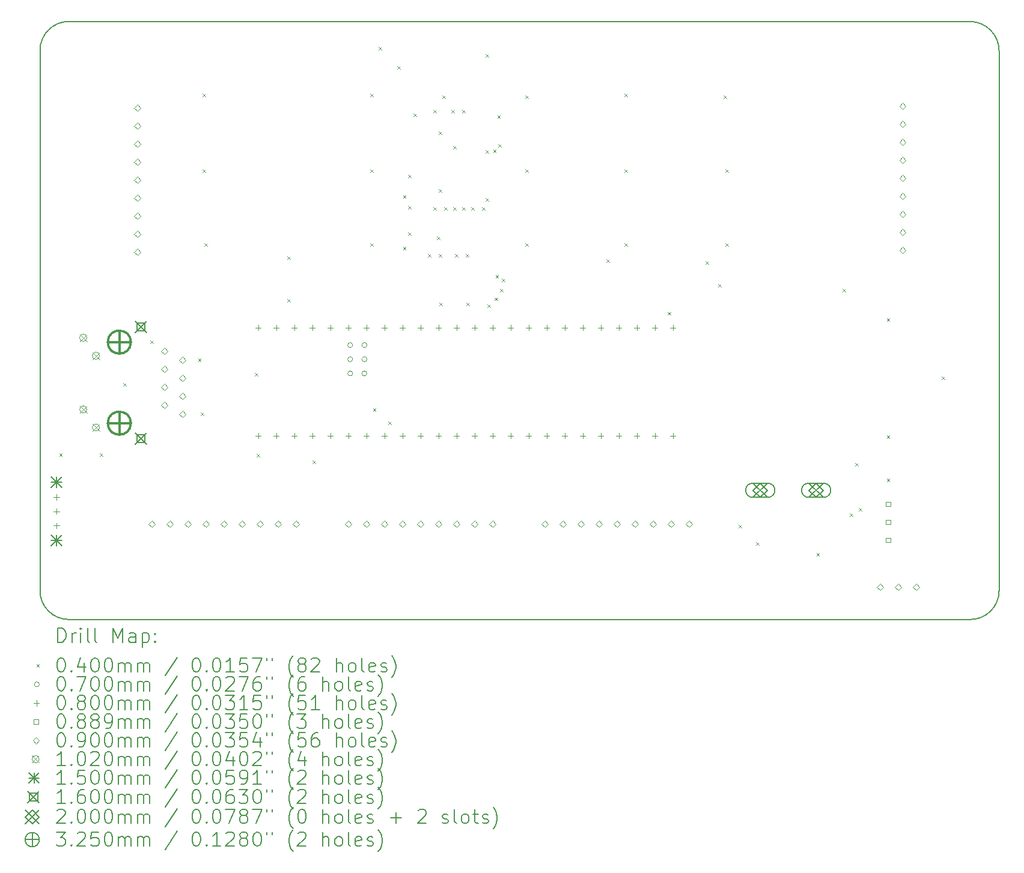
<source format=gbr>
%TF.GenerationSoftware,KiCad,Pcbnew,7.0.7*%
%TF.CreationDate,2023-11-07T19:48:23-06:00*%
%TF.ProjectId,CoreBoard_Rev1,436f7265-426f-4617-9264-5f526576312e,rev?*%
%TF.SameCoordinates,Original*%
%TF.FileFunction,Drillmap*%
%TF.FilePolarity,Positive*%
%FSLAX45Y45*%
G04 Gerber Fmt 4.5, Leading zero omitted, Abs format (unit mm)*
G04 Created by KiCad (PCBNEW 7.0.7) date 2023-11-07 19:48:23*
%MOMM*%
%LPD*%
G01*
G04 APERTURE LIST*
%ADD10C,0.200000*%
%ADD11C,0.040000*%
%ADD12C,0.070000*%
%ADD13C,0.080000*%
%ADD14C,0.088900*%
%ADD15C,0.090000*%
%ADD16C,0.102000*%
%ADD17C,0.150000*%
%ADD18C,0.160000*%
%ADD19C,0.325000*%
G04 APERTURE END LIST*
D10*
X19786600Y-11658600D02*
X7086600Y-11658600D01*
X19778632Y-3225800D02*
X7086600Y-3225800D01*
X20193000Y-11252200D02*
X20193000Y-3640168D01*
X20193000Y-3640168D02*
G75*
G03*
X19778632Y-3225800I-414370J-2D01*
G01*
X19786600Y-11658600D02*
G75*
G03*
X20193000Y-11252200I0J406400D01*
G01*
X7086600Y-3225800D02*
G75*
G03*
X6680200Y-3632200I0J-406400D01*
G01*
X6680200Y-11252200D02*
X6680200Y-3632200D01*
X6680200Y-11252200D02*
G75*
G03*
X7086600Y-11658600I406400J0D01*
G01*
D11*
X6952300Y-9314500D02*
X6992300Y-9354500D01*
X6992300Y-9314500D02*
X6952300Y-9354500D01*
X7523800Y-9314500D02*
X7563800Y-9354500D01*
X7563800Y-9314500D02*
X7523800Y-9354500D01*
X7854000Y-8323900D02*
X7894000Y-8363900D01*
X7894000Y-8323900D02*
X7854000Y-8363900D01*
X8235000Y-7727000D02*
X8275000Y-7767000D01*
X8275000Y-7727000D02*
X8235000Y-7767000D01*
X8908100Y-7981000D02*
X8948100Y-8021000D01*
X8948100Y-7981000D02*
X8908100Y-8021000D01*
X8946200Y-8743000D02*
X8986200Y-8783000D01*
X8986200Y-8743000D02*
X8946200Y-8783000D01*
X8971600Y-4247200D02*
X9011600Y-4287200D01*
X9011600Y-4247200D02*
X8971600Y-4287200D01*
X8971600Y-5314000D02*
X9011600Y-5354000D01*
X9011600Y-5314000D02*
X8971600Y-5354000D01*
X8997000Y-6355400D02*
X9037000Y-6395400D01*
X9037000Y-6355400D02*
X8997000Y-6395400D01*
X9708200Y-8184200D02*
X9748200Y-8224200D01*
X9748200Y-8184200D02*
X9708200Y-8224200D01*
X9733600Y-9327200D02*
X9773600Y-9367200D01*
X9773600Y-9327200D02*
X9733600Y-9367200D01*
X10165400Y-6536950D02*
X10205400Y-6576950D01*
X10205400Y-6536950D02*
X10165400Y-6576950D01*
X10165400Y-7142800D02*
X10205400Y-7182800D01*
X10205400Y-7142800D02*
X10165400Y-7182800D01*
X10521000Y-9416100D02*
X10561000Y-9456100D01*
X10561000Y-9416100D02*
X10521000Y-9456100D01*
X11333800Y-4247200D02*
X11373800Y-4287200D01*
X11373800Y-4247200D02*
X11333800Y-4287200D01*
X11333800Y-5314000D02*
X11373800Y-5354000D01*
X11373800Y-5314000D02*
X11333800Y-5354000D01*
X11333800Y-6355400D02*
X11373800Y-6395400D01*
X11373800Y-6355400D02*
X11333800Y-6395400D01*
X11371900Y-8679500D02*
X11411900Y-8719500D01*
X11411900Y-8679500D02*
X11371900Y-8719500D01*
X11451650Y-3586800D02*
X11491650Y-3626800D01*
X11491650Y-3586800D02*
X11451650Y-3626800D01*
X11587800Y-8870000D02*
X11627800Y-8910000D01*
X11627800Y-8870000D02*
X11587800Y-8910000D01*
X11717214Y-3852364D02*
X11757214Y-3892364D01*
X11757214Y-3852364D02*
X11717214Y-3892364D01*
X11795250Y-5673850D02*
X11835250Y-5713850D01*
X11835250Y-5673850D02*
X11795250Y-5713850D01*
X11795250Y-6406200D02*
X11835250Y-6446200D01*
X11835250Y-6406200D02*
X11795250Y-6446200D01*
X11867200Y-5825550D02*
X11907200Y-5865550D01*
X11907200Y-5825550D02*
X11867200Y-5865550D01*
X11867900Y-5390200D02*
X11907900Y-5430200D01*
X11907900Y-5390200D02*
X11867900Y-5430200D01*
X11867900Y-6203000D02*
X11907900Y-6243000D01*
X11907900Y-6203000D02*
X11867900Y-6243000D01*
X11943400Y-4526600D02*
X11983400Y-4566600D01*
X11983400Y-4526600D02*
X11943400Y-4566600D01*
X12146600Y-6507800D02*
X12186600Y-6547800D01*
X12186600Y-6507800D02*
X12146600Y-6547800D01*
X12222800Y-4475800D02*
X12262800Y-4515800D01*
X12262800Y-4475800D02*
X12222800Y-4515800D01*
X12222800Y-5847400D02*
X12262800Y-5887400D01*
X12262800Y-5847400D02*
X12222800Y-5887400D01*
X12273600Y-6257350D02*
X12313600Y-6297350D01*
X12313600Y-6257350D02*
X12273600Y-6297350D01*
X12299000Y-4780600D02*
X12339000Y-4820600D01*
X12339000Y-4780600D02*
X12299000Y-4820600D01*
X12299000Y-5593400D02*
X12339000Y-5633400D01*
X12339000Y-5593400D02*
X12299000Y-5633400D01*
X12299000Y-6507800D02*
X12339000Y-6547800D01*
X12339000Y-6507800D02*
X12299000Y-6547800D01*
X12304080Y-7193600D02*
X12344080Y-7233600D01*
X12344080Y-7193600D02*
X12304080Y-7233600D01*
X12349800Y-4272600D02*
X12389800Y-4312600D01*
X12389800Y-4272600D02*
X12349800Y-4312600D01*
X12375200Y-5847400D02*
X12415200Y-5887400D01*
X12415200Y-5847400D02*
X12375200Y-5887400D01*
X12476800Y-4475800D02*
X12516800Y-4515800D01*
X12516800Y-4475800D02*
X12476800Y-4515800D01*
X12502200Y-4983800D02*
X12542200Y-5023800D01*
X12542200Y-4983800D02*
X12502200Y-5023800D01*
X12502200Y-5847400D02*
X12542200Y-5887400D01*
X12542200Y-5847400D02*
X12502200Y-5887400D01*
X12527600Y-6507800D02*
X12567600Y-6547800D01*
X12567600Y-6507800D02*
X12527600Y-6547800D01*
X12629200Y-4475800D02*
X12669200Y-4515800D01*
X12669200Y-4475800D02*
X12629200Y-4515800D01*
X12629200Y-5847400D02*
X12669200Y-5887400D01*
X12669200Y-5847400D02*
X12629200Y-5887400D01*
X12680000Y-6507800D02*
X12720000Y-6547800D01*
X12720000Y-6507800D02*
X12680000Y-6547800D01*
X12685080Y-7193600D02*
X12725080Y-7233600D01*
X12725080Y-7193600D02*
X12685080Y-7233600D01*
X12756200Y-5847400D02*
X12796200Y-5887400D01*
X12796200Y-5847400D02*
X12756200Y-5887400D01*
X12908600Y-5847400D02*
X12948600Y-5887400D01*
X12948600Y-5847400D02*
X12908600Y-5887400D01*
X12959400Y-3688400D02*
X12999400Y-3728400D01*
X12999400Y-3688400D02*
X12959400Y-3728400D01*
X12959400Y-5043750D02*
X12999400Y-5083750D01*
X12999400Y-5043750D02*
X12959400Y-5083750D01*
X12959400Y-5720400D02*
X12999400Y-5760400D01*
X12999400Y-5720400D02*
X12959400Y-5760400D01*
X12984370Y-7218570D02*
X13024370Y-7258570D01*
X13024370Y-7218570D02*
X12984370Y-7258570D01*
X13064550Y-5034600D02*
X13104550Y-5074600D01*
X13104550Y-5034600D02*
X13064550Y-5074600D01*
X13082812Y-7120128D02*
X13122812Y-7160128D01*
X13122812Y-7120128D02*
X13082812Y-7160128D01*
X13099100Y-6799900D02*
X13139100Y-6839900D01*
X13139100Y-6799900D02*
X13099100Y-6839900D01*
X13124500Y-4552000D02*
X13164500Y-4592000D01*
X13164500Y-4552000D02*
X13124500Y-4592000D01*
X13137200Y-4958400D02*
X13177200Y-4998400D01*
X13177200Y-4958400D02*
X13137200Y-4998400D01*
X13162600Y-6999350D02*
X13202600Y-7039350D01*
X13202600Y-6999350D02*
X13162600Y-7039350D01*
X13188000Y-6850700D02*
X13228000Y-6890700D01*
X13228000Y-6850700D02*
X13188000Y-6890700D01*
X13518200Y-4272600D02*
X13558200Y-4312600D01*
X13558200Y-4272600D02*
X13518200Y-4312600D01*
X13518200Y-5314000D02*
X13558200Y-5354000D01*
X13558200Y-5314000D02*
X13518200Y-5354000D01*
X13518200Y-6355400D02*
X13558200Y-6395400D01*
X13558200Y-6355400D02*
X13518200Y-6395400D01*
X14661200Y-6584000D02*
X14701200Y-6624000D01*
X14701200Y-6584000D02*
X14661200Y-6624000D01*
X14915200Y-4247200D02*
X14955200Y-4287200D01*
X14955200Y-4247200D02*
X14915200Y-4287200D01*
X14915200Y-5314000D02*
X14955200Y-5354000D01*
X14955200Y-5314000D02*
X14915200Y-5354000D01*
X14915200Y-6355400D02*
X14955200Y-6395400D01*
X14955200Y-6355400D02*
X14915200Y-6395400D01*
X15524800Y-7322650D02*
X15564800Y-7362650D01*
X15564800Y-7322650D02*
X15524800Y-7362650D01*
X16058200Y-6609400D02*
X16098200Y-6649400D01*
X16098200Y-6609400D02*
X16058200Y-6649400D01*
X16236000Y-6926900D02*
X16276000Y-6966900D01*
X16276000Y-6926900D02*
X16236000Y-6966900D01*
X16312200Y-4272600D02*
X16352200Y-4312600D01*
X16352200Y-4272600D02*
X16312200Y-4312600D01*
X16337600Y-5314000D02*
X16377600Y-5354000D01*
X16377600Y-5314000D02*
X16337600Y-5354000D01*
X16337600Y-6355400D02*
X16377600Y-6395400D01*
X16377600Y-6355400D02*
X16337600Y-6395400D01*
X16521179Y-10324721D02*
X16561179Y-10364721D01*
X16561179Y-10324721D02*
X16521179Y-10364721D01*
X16769400Y-10571800D02*
X16809400Y-10611800D01*
X16809400Y-10571800D02*
X16769400Y-10611800D01*
X17620300Y-10724200D02*
X17660300Y-10764200D01*
X17660300Y-10724200D02*
X17620300Y-10764200D01*
X17988600Y-6997350D02*
X18028600Y-7037350D01*
X18028600Y-6997350D02*
X17988600Y-7037350D01*
X18090200Y-10165400D02*
X18130200Y-10205400D01*
X18130200Y-10165400D02*
X18090200Y-10205400D01*
X18166400Y-9454200D02*
X18206400Y-9494200D01*
X18206400Y-9454200D02*
X18166400Y-9494200D01*
X18217200Y-10089200D02*
X18257200Y-10129200D01*
X18257200Y-10089200D02*
X18217200Y-10129200D01*
X18610900Y-7409500D02*
X18650900Y-7449500D01*
X18650900Y-7409500D02*
X18610900Y-7449500D01*
X18610900Y-9060500D02*
X18650900Y-9100500D01*
X18650900Y-9060500D02*
X18610900Y-9100500D01*
X18610900Y-9670100D02*
X18650900Y-9710100D01*
X18650900Y-9670100D02*
X18610900Y-9710100D01*
X19385600Y-8235000D02*
X19425600Y-8275000D01*
X19425600Y-8235000D02*
X19385600Y-8275000D01*
D12*
X11085600Y-7788800D02*
G75*
G03*
X11085600Y-7788800I-35000J0D01*
G01*
X11085600Y-7988800D02*
G75*
G03*
X11085600Y-7988800I-35000J0D01*
G01*
X11085600Y-8188800D02*
G75*
G03*
X11085600Y-8188800I-35000J0D01*
G01*
X11285600Y-7788800D02*
G75*
G03*
X11285600Y-7788800I-35000J0D01*
G01*
X11285600Y-7988800D02*
G75*
G03*
X11285600Y-7988800I-35000J0D01*
G01*
X11285600Y-8188800D02*
G75*
G03*
X11285600Y-8188800I-35000J0D01*
G01*
D13*
X6913150Y-9894600D02*
X6913150Y-9974600D01*
X6873150Y-9934600D02*
X6953150Y-9934600D01*
X6913150Y-10094600D02*
X6913150Y-10174600D01*
X6873150Y-10134600D02*
X6953150Y-10134600D01*
X6913150Y-10294600D02*
X6913150Y-10374600D01*
X6873150Y-10334600D02*
X6953150Y-10334600D01*
X9753600Y-7503800D02*
X9753600Y-7583800D01*
X9713600Y-7543800D02*
X9793600Y-7543800D01*
X9753600Y-9027800D02*
X9753600Y-9107800D01*
X9713600Y-9067800D02*
X9793600Y-9067800D01*
X10007600Y-7503800D02*
X10007600Y-7583800D01*
X9967600Y-7543800D02*
X10047600Y-7543800D01*
X10007600Y-9027800D02*
X10007600Y-9107800D01*
X9967600Y-9067800D02*
X10047600Y-9067800D01*
X10261600Y-7503800D02*
X10261600Y-7583800D01*
X10221600Y-7543800D02*
X10301600Y-7543800D01*
X10261600Y-9027800D02*
X10261600Y-9107800D01*
X10221600Y-9067800D02*
X10301600Y-9067800D01*
X10515600Y-7503800D02*
X10515600Y-7583800D01*
X10475600Y-7543800D02*
X10555600Y-7543800D01*
X10515600Y-9027800D02*
X10515600Y-9107800D01*
X10475600Y-9067800D02*
X10555600Y-9067800D01*
X10769600Y-7503800D02*
X10769600Y-7583800D01*
X10729600Y-7543800D02*
X10809600Y-7543800D01*
X10769600Y-9027800D02*
X10769600Y-9107800D01*
X10729600Y-9067800D02*
X10809600Y-9067800D01*
X11023600Y-7503800D02*
X11023600Y-7583800D01*
X10983600Y-7543800D02*
X11063600Y-7543800D01*
X11023600Y-9027800D02*
X11023600Y-9107800D01*
X10983600Y-9067800D02*
X11063600Y-9067800D01*
X11277600Y-7503800D02*
X11277600Y-7583800D01*
X11237600Y-7543800D02*
X11317600Y-7543800D01*
X11277600Y-9027800D02*
X11277600Y-9107800D01*
X11237600Y-9067800D02*
X11317600Y-9067800D01*
X11531600Y-7503800D02*
X11531600Y-7583800D01*
X11491600Y-7543800D02*
X11571600Y-7543800D01*
X11531600Y-9027800D02*
X11531600Y-9107800D01*
X11491600Y-9067800D02*
X11571600Y-9067800D01*
X11785600Y-7503800D02*
X11785600Y-7583800D01*
X11745600Y-7543800D02*
X11825600Y-7543800D01*
X11785600Y-9027800D02*
X11785600Y-9107800D01*
X11745600Y-9067800D02*
X11825600Y-9067800D01*
X12039600Y-7503800D02*
X12039600Y-7583800D01*
X11999600Y-7543800D02*
X12079600Y-7543800D01*
X12039600Y-9027800D02*
X12039600Y-9107800D01*
X11999600Y-9067800D02*
X12079600Y-9067800D01*
X12293600Y-7503800D02*
X12293600Y-7583800D01*
X12253600Y-7543800D02*
X12333600Y-7543800D01*
X12293600Y-9027800D02*
X12293600Y-9107800D01*
X12253600Y-9067800D02*
X12333600Y-9067800D01*
X12547600Y-7503800D02*
X12547600Y-7583800D01*
X12507600Y-7543800D02*
X12587600Y-7543800D01*
X12547600Y-9027800D02*
X12547600Y-9107800D01*
X12507600Y-9067800D02*
X12587600Y-9067800D01*
X12801600Y-7503800D02*
X12801600Y-7583800D01*
X12761600Y-7543800D02*
X12841600Y-7543800D01*
X12801600Y-9027800D02*
X12801600Y-9107800D01*
X12761600Y-9067800D02*
X12841600Y-9067800D01*
X13055600Y-7503800D02*
X13055600Y-7583800D01*
X13015600Y-7543800D02*
X13095600Y-7543800D01*
X13055600Y-9027800D02*
X13055600Y-9107800D01*
X13015600Y-9067800D02*
X13095600Y-9067800D01*
X13309600Y-7503800D02*
X13309600Y-7583800D01*
X13269600Y-7543800D02*
X13349600Y-7543800D01*
X13309600Y-9027800D02*
X13309600Y-9107800D01*
X13269600Y-9067800D02*
X13349600Y-9067800D01*
X13563600Y-7503800D02*
X13563600Y-7583800D01*
X13523600Y-7543800D02*
X13603600Y-7543800D01*
X13563600Y-9027800D02*
X13563600Y-9107800D01*
X13523600Y-9067800D02*
X13603600Y-9067800D01*
X13817600Y-7503800D02*
X13817600Y-7583800D01*
X13777600Y-7543800D02*
X13857600Y-7543800D01*
X13817600Y-9027800D02*
X13817600Y-9107800D01*
X13777600Y-9067800D02*
X13857600Y-9067800D01*
X14071600Y-7503800D02*
X14071600Y-7583800D01*
X14031600Y-7543800D02*
X14111600Y-7543800D01*
X14071600Y-9027800D02*
X14071600Y-9107800D01*
X14031600Y-9067800D02*
X14111600Y-9067800D01*
X14325600Y-7503800D02*
X14325600Y-7583800D01*
X14285600Y-7543800D02*
X14365600Y-7543800D01*
X14325600Y-9027800D02*
X14325600Y-9107800D01*
X14285600Y-9067800D02*
X14365600Y-9067800D01*
X14579600Y-7503800D02*
X14579600Y-7583800D01*
X14539600Y-7543800D02*
X14619600Y-7543800D01*
X14579600Y-9027800D02*
X14579600Y-9107800D01*
X14539600Y-9067800D02*
X14619600Y-9067800D01*
X14833600Y-7503800D02*
X14833600Y-7583800D01*
X14793600Y-7543800D02*
X14873600Y-7543800D01*
X14833600Y-9027800D02*
X14833600Y-9107800D01*
X14793600Y-9067800D02*
X14873600Y-9067800D01*
X15087600Y-7503800D02*
X15087600Y-7583800D01*
X15047600Y-7543800D02*
X15127600Y-7543800D01*
X15087600Y-9027800D02*
X15087600Y-9107800D01*
X15047600Y-9067800D02*
X15127600Y-9067800D01*
X15341600Y-7503800D02*
X15341600Y-7583800D01*
X15301600Y-7543800D02*
X15381600Y-7543800D01*
X15341600Y-9027800D02*
X15341600Y-9107800D01*
X15301600Y-9067800D02*
X15381600Y-9067800D01*
X15595600Y-7503800D02*
X15595600Y-7583800D01*
X15555600Y-7543800D02*
X15635600Y-7543800D01*
X15595600Y-9027800D02*
X15595600Y-9107800D01*
X15555600Y-9067800D02*
X15635600Y-9067800D01*
D14*
X18662331Y-10064431D02*
X18662331Y-10001569D01*
X18599469Y-10001569D01*
X18599469Y-10064431D01*
X18662331Y-10064431D01*
X18662331Y-10318431D02*
X18662331Y-10255569D01*
X18599469Y-10255569D01*
X18599469Y-10318431D01*
X18662331Y-10318431D01*
X18662331Y-10572431D02*
X18662331Y-10509569D01*
X18599469Y-10509569D01*
X18599469Y-10572431D01*
X18662331Y-10572431D01*
D15*
X8051800Y-4490000D02*
X8096800Y-4445000D01*
X8051800Y-4400000D01*
X8006800Y-4445000D01*
X8051800Y-4490000D01*
X8051800Y-4744000D02*
X8096800Y-4699000D01*
X8051800Y-4654000D01*
X8006800Y-4699000D01*
X8051800Y-4744000D01*
X8051800Y-4998000D02*
X8096800Y-4953000D01*
X8051800Y-4908000D01*
X8006800Y-4953000D01*
X8051800Y-4998000D01*
X8051800Y-5252000D02*
X8096800Y-5207000D01*
X8051800Y-5162000D01*
X8006800Y-5207000D01*
X8051800Y-5252000D01*
X8051800Y-5506000D02*
X8096800Y-5461000D01*
X8051800Y-5416000D01*
X8006800Y-5461000D01*
X8051800Y-5506000D01*
X8051800Y-5760000D02*
X8096800Y-5715000D01*
X8051800Y-5670000D01*
X8006800Y-5715000D01*
X8051800Y-5760000D01*
X8051800Y-6014000D02*
X8096800Y-5969000D01*
X8051800Y-5924000D01*
X8006800Y-5969000D01*
X8051800Y-6014000D01*
X8051800Y-6268000D02*
X8096800Y-6223000D01*
X8051800Y-6178000D01*
X8006800Y-6223000D01*
X8051800Y-6268000D01*
X8051800Y-6522000D02*
X8096800Y-6477000D01*
X8051800Y-6432000D01*
X8006800Y-6477000D01*
X8051800Y-6522000D01*
X8255000Y-10357400D02*
X8300000Y-10312400D01*
X8255000Y-10267400D01*
X8210000Y-10312400D01*
X8255000Y-10357400D01*
X8432800Y-7919000D02*
X8477800Y-7874000D01*
X8432800Y-7829000D01*
X8387800Y-7874000D01*
X8432800Y-7919000D01*
X8432800Y-8173000D02*
X8477800Y-8128000D01*
X8432800Y-8083000D01*
X8387800Y-8128000D01*
X8432800Y-8173000D01*
X8432800Y-8427000D02*
X8477800Y-8382000D01*
X8432800Y-8337000D01*
X8387800Y-8382000D01*
X8432800Y-8427000D01*
X8432800Y-8681000D02*
X8477800Y-8636000D01*
X8432800Y-8591000D01*
X8387800Y-8636000D01*
X8432800Y-8681000D01*
X8509000Y-10357400D02*
X8554000Y-10312400D01*
X8509000Y-10267400D01*
X8464000Y-10312400D01*
X8509000Y-10357400D01*
X8686800Y-8046000D02*
X8731800Y-8001000D01*
X8686800Y-7956000D01*
X8641800Y-8001000D01*
X8686800Y-8046000D01*
X8686800Y-8300000D02*
X8731800Y-8255000D01*
X8686800Y-8210000D01*
X8641800Y-8255000D01*
X8686800Y-8300000D01*
X8686800Y-8554000D02*
X8731800Y-8509000D01*
X8686800Y-8464000D01*
X8641800Y-8509000D01*
X8686800Y-8554000D01*
X8686800Y-8808000D02*
X8731800Y-8763000D01*
X8686800Y-8718000D01*
X8641800Y-8763000D01*
X8686800Y-8808000D01*
X8763000Y-10357400D02*
X8808000Y-10312400D01*
X8763000Y-10267400D01*
X8718000Y-10312400D01*
X8763000Y-10357400D01*
X9017000Y-10357400D02*
X9062000Y-10312400D01*
X9017000Y-10267400D01*
X8972000Y-10312400D01*
X9017000Y-10357400D01*
X9271000Y-10357400D02*
X9316000Y-10312400D01*
X9271000Y-10267400D01*
X9226000Y-10312400D01*
X9271000Y-10357400D01*
X9525000Y-10357400D02*
X9570000Y-10312400D01*
X9525000Y-10267400D01*
X9480000Y-10312400D01*
X9525000Y-10357400D01*
X9779000Y-10357400D02*
X9824000Y-10312400D01*
X9779000Y-10267400D01*
X9734000Y-10312400D01*
X9779000Y-10357400D01*
X10033000Y-10357400D02*
X10078000Y-10312400D01*
X10033000Y-10267400D01*
X9988000Y-10312400D01*
X10033000Y-10357400D01*
X10287000Y-10357400D02*
X10332000Y-10312400D01*
X10287000Y-10267400D01*
X10242000Y-10312400D01*
X10287000Y-10357400D01*
X11023600Y-10357400D02*
X11068600Y-10312400D01*
X11023600Y-10267400D01*
X10978600Y-10312400D01*
X11023600Y-10357400D01*
X11277600Y-10357400D02*
X11322600Y-10312400D01*
X11277600Y-10267400D01*
X11232600Y-10312400D01*
X11277600Y-10357400D01*
X11531600Y-10357400D02*
X11576600Y-10312400D01*
X11531600Y-10267400D01*
X11486600Y-10312400D01*
X11531600Y-10357400D01*
X11785600Y-10357400D02*
X11830600Y-10312400D01*
X11785600Y-10267400D01*
X11740600Y-10312400D01*
X11785600Y-10357400D01*
X12039600Y-10357400D02*
X12084600Y-10312400D01*
X12039600Y-10267400D01*
X11994600Y-10312400D01*
X12039600Y-10357400D01*
X12293600Y-10357400D02*
X12338600Y-10312400D01*
X12293600Y-10267400D01*
X12248600Y-10312400D01*
X12293600Y-10357400D01*
X12547600Y-10357400D02*
X12592600Y-10312400D01*
X12547600Y-10267400D01*
X12502600Y-10312400D01*
X12547600Y-10357400D01*
X12801600Y-10357400D02*
X12846600Y-10312400D01*
X12801600Y-10267400D01*
X12756600Y-10312400D01*
X12801600Y-10357400D01*
X13055600Y-10357400D02*
X13100600Y-10312400D01*
X13055600Y-10267400D01*
X13010600Y-10312400D01*
X13055600Y-10357400D01*
X13792200Y-10357400D02*
X13837200Y-10312400D01*
X13792200Y-10267400D01*
X13747200Y-10312400D01*
X13792200Y-10357400D01*
X14046200Y-10357400D02*
X14091200Y-10312400D01*
X14046200Y-10267400D01*
X14001200Y-10312400D01*
X14046200Y-10357400D01*
X14300200Y-10357400D02*
X14345200Y-10312400D01*
X14300200Y-10267400D01*
X14255200Y-10312400D01*
X14300200Y-10357400D01*
X14554200Y-10357400D02*
X14599200Y-10312400D01*
X14554200Y-10267400D01*
X14509200Y-10312400D01*
X14554200Y-10357400D01*
X14808200Y-10357400D02*
X14853200Y-10312400D01*
X14808200Y-10267400D01*
X14763200Y-10312400D01*
X14808200Y-10357400D01*
X15062200Y-10357400D02*
X15107200Y-10312400D01*
X15062200Y-10267400D01*
X15017200Y-10312400D01*
X15062200Y-10357400D01*
X15316200Y-10357400D02*
X15361200Y-10312400D01*
X15316200Y-10267400D01*
X15271200Y-10312400D01*
X15316200Y-10357400D01*
X15570200Y-10357400D02*
X15615200Y-10312400D01*
X15570200Y-10267400D01*
X15525200Y-10312400D01*
X15570200Y-10357400D01*
X15824200Y-10357400D02*
X15869200Y-10312400D01*
X15824200Y-10267400D01*
X15779200Y-10312400D01*
X15824200Y-10357400D01*
X18516600Y-11246400D02*
X18561600Y-11201400D01*
X18516600Y-11156400D01*
X18471600Y-11201400D01*
X18516600Y-11246400D01*
X18770600Y-11246400D02*
X18815600Y-11201400D01*
X18770600Y-11156400D01*
X18725600Y-11201400D01*
X18770600Y-11246400D01*
X18834100Y-4464600D02*
X18879100Y-4419600D01*
X18834100Y-4374600D01*
X18789100Y-4419600D01*
X18834100Y-4464600D01*
X18834100Y-4718600D02*
X18879100Y-4673600D01*
X18834100Y-4628600D01*
X18789100Y-4673600D01*
X18834100Y-4718600D01*
X18834100Y-4972600D02*
X18879100Y-4927600D01*
X18834100Y-4882600D01*
X18789100Y-4927600D01*
X18834100Y-4972600D01*
X18834100Y-5226600D02*
X18879100Y-5181600D01*
X18834100Y-5136600D01*
X18789100Y-5181600D01*
X18834100Y-5226600D01*
X18834100Y-5480600D02*
X18879100Y-5435600D01*
X18834100Y-5390600D01*
X18789100Y-5435600D01*
X18834100Y-5480600D01*
X18834100Y-5734600D02*
X18879100Y-5689600D01*
X18834100Y-5644600D01*
X18789100Y-5689600D01*
X18834100Y-5734600D01*
X18834100Y-5988600D02*
X18879100Y-5943600D01*
X18834100Y-5898600D01*
X18789100Y-5943600D01*
X18834100Y-5988600D01*
X18834100Y-6242600D02*
X18879100Y-6197600D01*
X18834100Y-6152600D01*
X18789100Y-6197600D01*
X18834100Y-6242600D01*
X18834100Y-6496600D02*
X18879100Y-6451600D01*
X18834100Y-6406600D01*
X18789100Y-6451600D01*
X18834100Y-6496600D01*
X19024600Y-11246400D02*
X19069600Y-11201400D01*
X19024600Y-11156400D01*
X18979600Y-11201400D01*
X19024600Y-11246400D01*
D16*
X7238800Y-7635000D02*
X7340800Y-7737000D01*
X7340800Y-7635000D02*
X7238800Y-7737000D01*
X7340800Y-7686000D02*
G75*
G03*
X7340800Y-7686000I-51000J0D01*
G01*
X7238800Y-8646000D02*
X7340800Y-8748000D01*
X7340800Y-8646000D02*
X7238800Y-8748000D01*
X7340800Y-8697000D02*
G75*
G03*
X7340800Y-8697000I-51000J0D01*
G01*
X7417800Y-7889000D02*
X7519800Y-7991000D01*
X7519800Y-7889000D02*
X7417800Y-7991000D01*
X7519800Y-7940000D02*
G75*
G03*
X7519800Y-7940000I-51000J0D01*
G01*
X7417800Y-8900000D02*
X7519800Y-9002000D01*
X7519800Y-8900000D02*
X7417800Y-9002000D01*
X7519800Y-8951000D02*
G75*
G03*
X7519800Y-8951000I-51000J0D01*
G01*
D17*
X6838150Y-9649600D02*
X6988150Y-9799600D01*
X6988150Y-9649600D02*
X6838150Y-9799600D01*
X6913150Y-9649600D02*
X6913150Y-9799600D01*
X6838150Y-9724600D02*
X6988150Y-9724600D01*
X6838150Y-10469600D02*
X6988150Y-10619600D01*
X6988150Y-10469600D02*
X6838150Y-10619600D01*
X6913150Y-10469600D02*
X6913150Y-10619600D01*
X6838150Y-10544600D02*
X6988150Y-10544600D01*
D18*
X8022800Y-7451000D02*
X8182800Y-7611000D01*
X8182800Y-7451000D02*
X8022800Y-7611000D01*
X8159369Y-7587569D02*
X8159369Y-7474431D01*
X8046231Y-7474431D01*
X8046231Y-7587569D01*
X8159369Y-7587569D01*
X8022800Y-9026000D02*
X8182800Y-9186000D01*
X8182800Y-9026000D02*
X8022800Y-9186000D01*
X8159369Y-9162569D02*
X8159369Y-9049431D01*
X8046231Y-9049431D01*
X8046231Y-9162569D01*
X8159369Y-9162569D01*
D10*
X16727500Y-9736280D02*
X16927500Y-9936280D01*
X16927500Y-9736280D02*
X16727500Y-9936280D01*
X16827500Y-9936280D02*
X16927500Y-9836280D01*
X16827500Y-9736280D01*
X16727500Y-9836280D01*
X16827500Y-9936280D01*
X16722500Y-9936280D02*
X16932500Y-9936280D01*
X16932500Y-9936280D02*
G75*
G03*
X16932500Y-9736280I0J100000D01*
G01*
X16932500Y-9736280D02*
X16722500Y-9736280D01*
X16722500Y-9736280D02*
G75*
G03*
X16722500Y-9936280I0J-100000D01*
G01*
X17514900Y-9736280D02*
X17714900Y-9936280D01*
X17714900Y-9736280D02*
X17514900Y-9936280D01*
X17614900Y-9936280D02*
X17714900Y-9836280D01*
X17614900Y-9736280D01*
X17514900Y-9836280D01*
X17614900Y-9936280D01*
X17509900Y-9936280D02*
X17719900Y-9936280D01*
X17719900Y-9936280D02*
G75*
G03*
X17719900Y-9736280I0J100000D01*
G01*
X17719900Y-9736280D02*
X17509900Y-9736280D01*
X17509900Y-9736280D02*
G75*
G03*
X17509900Y-9936280I0J-100000D01*
G01*
D19*
X7797800Y-7584500D02*
X7797800Y-7909500D01*
X7635300Y-7747000D02*
X7960300Y-7747000D01*
X7960300Y-7747000D02*
G75*
G03*
X7960300Y-7747000I-162500J0D01*
G01*
X7797800Y-8727500D02*
X7797800Y-9052500D01*
X7635300Y-8890000D02*
X7960300Y-8890000D01*
X7960300Y-8890000D02*
G75*
G03*
X7960300Y-8890000I-162500J0D01*
G01*
D10*
X6930977Y-11980084D02*
X6930977Y-11780084D01*
X6930977Y-11780084D02*
X6978596Y-11780084D01*
X6978596Y-11780084D02*
X7007167Y-11789608D01*
X7007167Y-11789608D02*
X7026215Y-11808655D01*
X7026215Y-11808655D02*
X7035739Y-11827703D01*
X7035739Y-11827703D02*
X7045262Y-11865798D01*
X7045262Y-11865798D02*
X7045262Y-11894369D01*
X7045262Y-11894369D02*
X7035739Y-11932465D01*
X7035739Y-11932465D02*
X7026215Y-11951512D01*
X7026215Y-11951512D02*
X7007167Y-11970560D01*
X7007167Y-11970560D02*
X6978596Y-11980084D01*
X6978596Y-11980084D02*
X6930977Y-11980084D01*
X7130977Y-11980084D02*
X7130977Y-11846750D01*
X7130977Y-11884846D02*
X7140501Y-11865798D01*
X7140501Y-11865798D02*
X7150024Y-11856274D01*
X7150024Y-11856274D02*
X7169072Y-11846750D01*
X7169072Y-11846750D02*
X7188120Y-11846750D01*
X7254786Y-11980084D02*
X7254786Y-11846750D01*
X7254786Y-11780084D02*
X7245262Y-11789608D01*
X7245262Y-11789608D02*
X7254786Y-11799131D01*
X7254786Y-11799131D02*
X7264310Y-11789608D01*
X7264310Y-11789608D02*
X7254786Y-11780084D01*
X7254786Y-11780084D02*
X7254786Y-11799131D01*
X7378596Y-11980084D02*
X7359548Y-11970560D01*
X7359548Y-11970560D02*
X7350024Y-11951512D01*
X7350024Y-11951512D02*
X7350024Y-11780084D01*
X7483358Y-11980084D02*
X7464310Y-11970560D01*
X7464310Y-11970560D02*
X7454786Y-11951512D01*
X7454786Y-11951512D02*
X7454786Y-11780084D01*
X7711929Y-11980084D02*
X7711929Y-11780084D01*
X7711929Y-11780084D02*
X7778596Y-11922941D01*
X7778596Y-11922941D02*
X7845262Y-11780084D01*
X7845262Y-11780084D02*
X7845262Y-11980084D01*
X8026215Y-11980084D02*
X8026215Y-11875322D01*
X8026215Y-11875322D02*
X8016691Y-11856274D01*
X8016691Y-11856274D02*
X7997643Y-11846750D01*
X7997643Y-11846750D02*
X7959548Y-11846750D01*
X7959548Y-11846750D02*
X7940501Y-11856274D01*
X8026215Y-11970560D02*
X8007167Y-11980084D01*
X8007167Y-11980084D02*
X7959548Y-11980084D01*
X7959548Y-11980084D02*
X7940501Y-11970560D01*
X7940501Y-11970560D02*
X7930977Y-11951512D01*
X7930977Y-11951512D02*
X7930977Y-11932465D01*
X7930977Y-11932465D02*
X7940501Y-11913417D01*
X7940501Y-11913417D02*
X7959548Y-11903893D01*
X7959548Y-11903893D02*
X8007167Y-11903893D01*
X8007167Y-11903893D02*
X8026215Y-11894369D01*
X8121453Y-11846750D02*
X8121453Y-12046750D01*
X8121453Y-11856274D02*
X8140501Y-11846750D01*
X8140501Y-11846750D02*
X8178596Y-11846750D01*
X8178596Y-11846750D02*
X8197643Y-11856274D01*
X8197643Y-11856274D02*
X8207167Y-11865798D01*
X8207167Y-11865798D02*
X8216691Y-11884846D01*
X8216691Y-11884846D02*
X8216691Y-11941988D01*
X8216691Y-11941988D02*
X8207167Y-11961036D01*
X8207167Y-11961036D02*
X8197643Y-11970560D01*
X8197643Y-11970560D02*
X8178596Y-11980084D01*
X8178596Y-11980084D02*
X8140501Y-11980084D01*
X8140501Y-11980084D02*
X8121453Y-11970560D01*
X8302405Y-11961036D02*
X8311929Y-11970560D01*
X8311929Y-11970560D02*
X8302405Y-11980084D01*
X8302405Y-11980084D02*
X8292882Y-11970560D01*
X8292882Y-11970560D02*
X8302405Y-11961036D01*
X8302405Y-11961036D02*
X8302405Y-11980084D01*
X8302405Y-11856274D02*
X8311929Y-11865798D01*
X8311929Y-11865798D02*
X8302405Y-11875322D01*
X8302405Y-11875322D02*
X8292882Y-11865798D01*
X8292882Y-11865798D02*
X8302405Y-11856274D01*
X8302405Y-11856274D02*
X8302405Y-11875322D01*
D11*
X6630200Y-12288600D02*
X6670200Y-12328600D01*
X6670200Y-12288600D02*
X6630200Y-12328600D01*
D10*
X6969072Y-12200084D02*
X6988120Y-12200084D01*
X6988120Y-12200084D02*
X7007167Y-12209608D01*
X7007167Y-12209608D02*
X7016691Y-12219131D01*
X7016691Y-12219131D02*
X7026215Y-12238179D01*
X7026215Y-12238179D02*
X7035739Y-12276274D01*
X7035739Y-12276274D02*
X7035739Y-12323893D01*
X7035739Y-12323893D02*
X7026215Y-12361988D01*
X7026215Y-12361988D02*
X7016691Y-12381036D01*
X7016691Y-12381036D02*
X7007167Y-12390560D01*
X7007167Y-12390560D02*
X6988120Y-12400084D01*
X6988120Y-12400084D02*
X6969072Y-12400084D01*
X6969072Y-12400084D02*
X6950024Y-12390560D01*
X6950024Y-12390560D02*
X6940501Y-12381036D01*
X6940501Y-12381036D02*
X6930977Y-12361988D01*
X6930977Y-12361988D02*
X6921453Y-12323893D01*
X6921453Y-12323893D02*
X6921453Y-12276274D01*
X6921453Y-12276274D02*
X6930977Y-12238179D01*
X6930977Y-12238179D02*
X6940501Y-12219131D01*
X6940501Y-12219131D02*
X6950024Y-12209608D01*
X6950024Y-12209608D02*
X6969072Y-12200084D01*
X7121453Y-12381036D02*
X7130977Y-12390560D01*
X7130977Y-12390560D02*
X7121453Y-12400084D01*
X7121453Y-12400084D02*
X7111929Y-12390560D01*
X7111929Y-12390560D02*
X7121453Y-12381036D01*
X7121453Y-12381036D02*
X7121453Y-12400084D01*
X7302405Y-12266750D02*
X7302405Y-12400084D01*
X7254786Y-12190560D02*
X7207167Y-12333417D01*
X7207167Y-12333417D02*
X7330977Y-12333417D01*
X7445262Y-12200084D02*
X7464310Y-12200084D01*
X7464310Y-12200084D02*
X7483358Y-12209608D01*
X7483358Y-12209608D02*
X7492882Y-12219131D01*
X7492882Y-12219131D02*
X7502405Y-12238179D01*
X7502405Y-12238179D02*
X7511929Y-12276274D01*
X7511929Y-12276274D02*
X7511929Y-12323893D01*
X7511929Y-12323893D02*
X7502405Y-12361988D01*
X7502405Y-12361988D02*
X7492882Y-12381036D01*
X7492882Y-12381036D02*
X7483358Y-12390560D01*
X7483358Y-12390560D02*
X7464310Y-12400084D01*
X7464310Y-12400084D02*
X7445262Y-12400084D01*
X7445262Y-12400084D02*
X7426215Y-12390560D01*
X7426215Y-12390560D02*
X7416691Y-12381036D01*
X7416691Y-12381036D02*
X7407167Y-12361988D01*
X7407167Y-12361988D02*
X7397643Y-12323893D01*
X7397643Y-12323893D02*
X7397643Y-12276274D01*
X7397643Y-12276274D02*
X7407167Y-12238179D01*
X7407167Y-12238179D02*
X7416691Y-12219131D01*
X7416691Y-12219131D02*
X7426215Y-12209608D01*
X7426215Y-12209608D02*
X7445262Y-12200084D01*
X7635739Y-12200084D02*
X7654786Y-12200084D01*
X7654786Y-12200084D02*
X7673834Y-12209608D01*
X7673834Y-12209608D02*
X7683358Y-12219131D01*
X7683358Y-12219131D02*
X7692882Y-12238179D01*
X7692882Y-12238179D02*
X7702405Y-12276274D01*
X7702405Y-12276274D02*
X7702405Y-12323893D01*
X7702405Y-12323893D02*
X7692882Y-12361988D01*
X7692882Y-12361988D02*
X7683358Y-12381036D01*
X7683358Y-12381036D02*
X7673834Y-12390560D01*
X7673834Y-12390560D02*
X7654786Y-12400084D01*
X7654786Y-12400084D02*
X7635739Y-12400084D01*
X7635739Y-12400084D02*
X7616691Y-12390560D01*
X7616691Y-12390560D02*
X7607167Y-12381036D01*
X7607167Y-12381036D02*
X7597643Y-12361988D01*
X7597643Y-12361988D02*
X7588120Y-12323893D01*
X7588120Y-12323893D02*
X7588120Y-12276274D01*
X7588120Y-12276274D02*
X7597643Y-12238179D01*
X7597643Y-12238179D02*
X7607167Y-12219131D01*
X7607167Y-12219131D02*
X7616691Y-12209608D01*
X7616691Y-12209608D02*
X7635739Y-12200084D01*
X7788120Y-12400084D02*
X7788120Y-12266750D01*
X7788120Y-12285798D02*
X7797643Y-12276274D01*
X7797643Y-12276274D02*
X7816691Y-12266750D01*
X7816691Y-12266750D02*
X7845263Y-12266750D01*
X7845263Y-12266750D02*
X7864310Y-12276274D01*
X7864310Y-12276274D02*
X7873834Y-12295322D01*
X7873834Y-12295322D02*
X7873834Y-12400084D01*
X7873834Y-12295322D02*
X7883358Y-12276274D01*
X7883358Y-12276274D02*
X7902405Y-12266750D01*
X7902405Y-12266750D02*
X7930977Y-12266750D01*
X7930977Y-12266750D02*
X7950024Y-12276274D01*
X7950024Y-12276274D02*
X7959548Y-12295322D01*
X7959548Y-12295322D02*
X7959548Y-12400084D01*
X8054786Y-12400084D02*
X8054786Y-12266750D01*
X8054786Y-12285798D02*
X8064310Y-12276274D01*
X8064310Y-12276274D02*
X8083358Y-12266750D01*
X8083358Y-12266750D02*
X8111929Y-12266750D01*
X8111929Y-12266750D02*
X8130977Y-12276274D01*
X8130977Y-12276274D02*
X8140501Y-12295322D01*
X8140501Y-12295322D02*
X8140501Y-12400084D01*
X8140501Y-12295322D02*
X8150024Y-12276274D01*
X8150024Y-12276274D02*
X8169072Y-12266750D01*
X8169072Y-12266750D02*
X8197643Y-12266750D01*
X8197643Y-12266750D02*
X8216691Y-12276274D01*
X8216691Y-12276274D02*
X8226215Y-12295322D01*
X8226215Y-12295322D02*
X8226215Y-12400084D01*
X8616691Y-12190560D02*
X8445263Y-12447703D01*
X8873834Y-12200084D02*
X8892882Y-12200084D01*
X8892882Y-12200084D02*
X8911929Y-12209608D01*
X8911929Y-12209608D02*
X8921453Y-12219131D01*
X8921453Y-12219131D02*
X8930977Y-12238179D01*
X8930977Y-12238179D02*
X8940501Y-12276274D01*
X8940501Y-12276274D02*
X8940501Y-12323893D01*
X8940501Y-12323893D02*
X8930977Y-12361988D01*
X8930977Y-12361988D02*
X8921453Y-12381036D01*
X8921453Y-12381036D02*
X8911929Y-12390560D01*
X8911929Y-12390560D02*
X8892882Y-12400084D01*
X8892882Y-12400084D02*
X8873834Y-12400084D01*
X8873834Y-12400084D02*
X8854787Y-12390560D01*
X8854787Y-12390560D02*
X8845263Y-12381036D01*
X8845263Y-12381036D02*
X8835739Y-12361988D01*
X8835739Y-12361988D02*
X8826215Y-12323893D01*
X8826215Y-12323893D02*
X8826215Y-12276274D01*
X8826215Y-12276274D02*
X8835739Y-12238179D01*
X8835739Y-12238179D02*
X8845263Y-12219131D01*
X8845263Y-12219131D02*
X8854787Y-12209608D01*
X8854787Y-12209608D02*
X8873834Y-12200084D01*
X9026215Y-12381036D02*
X9035739Y-12390560D01*
X9035739Y-12390560D02*
X9026215Y-12400084D01*
X9026215Y-12400084D02*
X9016691Y-12390560D01*
X9016691Y-12390560D02*
X9026215Y-12381036D01*
X9026215Y-12381036D02*
X9026215Y-12400084D01*
X9159548Y-12200084D02*
X9178596Y-12200084D01*
X9178596Y-12200084D02*
X9197644Y-12209608D01*
X9197644Y-12209608D02*
X9207168Y-12219131D01*
X9207168Y-12219131D02*
X9216691Y-12238179D01*
X9216691Y-12238179D02*
X9226215Y-12276274D01*
X9226215Y-12276274D02*
X9226215Y-12323893D01*
X9226215Y-12323893D02*
X9216691Y-12361988D01*
X9216691Y-12361988D02*
X9207168Y-12381036D01*
X9207168Y-12381036D02*
X9197644Y-12390560D01*
X9197644Y-12390560D02*
X9178596Y-12400084D01*
X9178596Y-12400084D02*
X9159548Y-12400084D01*
X9159548Y-12400084D02*
X9140501Y-12390560D01*
X9140501Y-12390560D02*
X9130977Y-12381036D01*
X9130977Y-12381036D02*
X9121453Y-12361988D01*
X9121453Y-12361988D02*
X9111929Y-12323893D01*
X9111929Y-12323893D02*
X9111929Y-12276274D01*
X9111929Y-12276274D02*
X9121453Y-12238179D01*
X9121453Y-12238179D02*
X9130977Y-12219131D01*
X9130977Y-12219131D02*
X9140501Y-12209608D01*
X9140501Y-12209608D02*
X9159548Y-12200084D01*
X9416691Y-12400084D02*
X9302406Y-12400084D01*
X9359548Y-12400084D02*
X9359548Y-12200084D01*
X9359548Y-12200084D02*
X9340501Y-12228655D01*
X9340501Y-12228655D02*
X9321453Y-12247703D01*
X9321453Y-12247703D02*
X9302406Y-12257227D01*
X9597644Y-12200084D02*
X9502406Y-12200084D01*
X9502406Y-12200084D02*
X9492882Y-12295322D01*
X9492882Y-12295322D02*
X9502406Y-12285798D01*
X9502406Y-12285798D02*
X9521453Y-12276274D01*
X9521453Y-12276274D02*
X9569072Y-12276274D01*
X9569072Y-12276274D02*
X9588120Y-12285798D01*
X9588120Y-12285798D02*
X9597644Y-12295322D01*
X9597644Y-12295322D02*
X9607168Y-12314369D01*
X9607168Y-12314369D02*
X9607168Y-12361988D01*
X9607168Y-12361988D02*
X9597644Y-12381036D01*
X9597644Y-12381036D02*
X9588120Y-12390560D01*
X9588120Y-12390560D02*
X9569072Y-12400084D01*
X9569072Y-12400084D02*
X9521453Y-12400084D01*
X9521453Y-12400084D02*
X9502406Y-12390560D01*
X9502406Y-12390560D02*
X9492882Y-12381036D01*
X9673834Y-12200084D02*
X9807168Y-12200084D01*
X9807168Y-12200084D02*
X9721453Y-12400084D01*
X9873834Y-12200084D02*
X9873834Y-12238179D01*
X9950025Y-12200084D02*
X9950025Y-12238179D01*
X10245263Y-12476274D02*
X10235739Y-12466750D01*
X10235739Y-12466750D02*
X10216691Y-12438179D01*
X10216691Y-12438179D02*
X10207168Y-12419131D01*
X10207168Y-12419131D02*
X10197644Y-12390560D01*
X10197644Y-12390560D02*
X10188120Y-12342941D01*
X10188120Y-12342941D02*
X10188120Y-12304846D01*
X10188120Y-12304846D02*
X10197644Y-12257227D01*
X10197644Y-12257227D02*
X10207168Y-12228655D01*
X10207168Y-12228655D02*
X10216691Y-12209608D01*
X10216691Y-12209608D02*
X10235739Y-12181036D01*
X10235739Y-12181036D02*
X10245263Y-12171512D01*
X10350025Y-12285798D02*
X10330977Y-12276274D01*
X10330977Y-12276274D02*
X10321453Y-12266750D01*
X10321453Y-12266750D02*
X10311930Y-12247703D01*
X10311930Y-12247703D02*
X10311930Y-12238179D01*
X10311930Y-12238179D02*
X10321453Y-12219131D01*
X10321453Y-12219131D02*
X10330977Y-12209608D01*
X10330977Y-12209608D02*
X10350025Y-12200084D01*
X10350025Y-12200084D02*
X10388120Y-12200084D01*
X10388120Y-12200084D02*
X10407168Y-12209608D01*
X10407168Y-12209608D02*
X10416691Y-12219131D01*
X10416691Y-12219131D02*
X10426215Y-12238179D01*
X10426215Y-12238179D02*
X10426215Y-12247703D01*
X10426215Y-12247703D02*
X10416691Y-12266750D01*
X10416691Y-12266750D02*
X10407168Y-12276274D01*
X10407168Y-12276274D02*
X10388120Y-12285798D01*
X10388120Y-12285798D02*
X10350025Y-12285798D01*
X10350025Y-12285798D02*
X10330977Y-12295322D01*
X10330977Y-12295322D02*
X10321453Y-12304846D01*
X10321453Y-12304846D02*
X10311930Y-12323893D01*
X10311930Y-12323893D02*
X10311930Y-12361988D01*
X10311930Y-12361988D02*
X10321453Y-12381036D01*
X10321453Y-12381036D02*
X10330977Y-12390560D01*
X10330977Y-12390560D02*
X10350025Y-12400084D01*
X10350025Y-12400084D02*
X10388120Y-12400084D01*
X10388120Y-12400084D02*
X10407168Y-12390560D01*
X10407168Y-12390560D02*
X10416691Y-12381036D01*
X10416691Y-12381036D02*
X10426215Y-12361988D01*
X10426215Y-12361988D02*
X10426215Y-12323893D01*
X10426215Y-12323893D02*
X10416691Y-12304846D01*
X10416691Y-12304846D02*
X10407168Y-12295322D01*
X10407168Y-12295322D02*
X10388120Y-12285798D01*
X10502406Y-12219131D02*
X10511930Y-12209608D01*
X10511930Y-12209608D02*
X10530977Y-12200084D01*
X10530977Y-12200084D02*
X10578596Y-12200084D01*
X10578596Y-12200084D02*
X10597644Y-12209608D01*
X10597644Y-12209608D02*
X10607168Y-12219131D01*
X10607168Y-12219131D02*
X10616691Y-12238179D01*
X10616691Y-12238179D02*
X10616691Y-12257227D01*
X10616691Y-12257227D02*
X10607168Y-12285798D01*
X10607168Y-12285798D02*
X10492882Y-12400084D01*
X10492882Y-12400084D02*
X10616691Y-12400084D01*
X10854787Y-12400084D02*
X10854787Y-12200084D01*
X10940501Y-12400084D02*
X10940501Y-12295322D01*
X10940501Y-12295322D02*
X10930977Y-12276274D01*
X10930977Y-12276274D02*
X10911930Y-12266750D01*
X10911930Y-12266750D02*
X10883358Y-12266750D01*
X10883358Y-12266750D02*
X10864311Y-12276274D01*
X10864311Y-12276274D02*
X10854787Y-12285798D01*
X11064311Y-12400084D02*
X11045263Y-12390560D01*
X11045263Y-12390560D02*
X11035739Y-12381036D01*
X11035739Y-12381036D02*
X11026215Y-12361988D01*
X11026215Y-12361988D02*
X11026215Y-12304846D01*
X11026215Y-12304846D02*
X11035739Y-12285798D01*
X11035739Y-12285798D02*
X11045263Y-12276274D01*
X11045263Y-12276274D02*
X11064311Y-12266750D01*
X11064311Y-12266750D02*
X11092882Y-12266750D01*
X11092882Y-12266750D02*
X11111930Y-12276274D01*
X11111930Y-12276274D02*
X11121453Y-12285798D01*
X11121453Y-12285798D02*
X11130977Y-12304846D01*
X11130977Y-12304846D02*
X11130977Y-12361988D01*
X11130977Y-12361988D02*
X11121453Y-12381036D01*
X11121453Y-12381036D02*
X11111930Y-12390560D01*
X11111930Y-12390560D02*
X11092882Y-12400084D01*
X11092882Y-12400084D02*
X11064311Y-12400084D01*
X11245263Y-12400084D02*
X11226215Y-12390560D01*
X11226215Y-12390560D02*
X11216691Y-12371512D01*
X11216691Y-12371512D02*
X11216691Y-12200084D01*
X11397644Y-12390560D02*
X11378596Y-12400084D01*
X11378596Y-12400084D02*
X11340501Y-12400084D01*
X11340501Y-12400084D02*
X11321453Y-12390560D01*
X11321453Y-12390560D02*
X11311930Y-12371512D01*
X11311930Y-12371512D02*
X11311930Y-12295322D01*
X11311930Y-12295322D02*
X11321453Y-12276274D01*
X11321453Y-12276274D02*
X11340501Y-12266750D01*
X11340501Y-12266750D02*
X11378596Y-12266750D01*
X11378596Y-12266750D02*
X11397644Y-12276274D01*
X11397644Y-12276274D02*
X11407168Y-12295322D01*
X11407168Y-12295322D02*
X11407168Y-12314369D01*
X11407168Y-12314369D02*
X11311930Y-12333417D01*
X11483358Y-12390560D02*
X11502406Y-12400084D01*
X11502406Y-12400084D02*
X11540501Y-12400084D01*
X11540501Y-12400084D02*
X11559549Y-12390560D01*
X11559549Y-12390560D02*
X11569072Y-12371512D01*
X11569072Y-12371512D02*
X11569072Y-12361988D01*
X11569072Y-12361988D02*
X11559549Y-12342941D01*
X11559549Y-12342941D02*
X11540501Y-12333417D01*
X11540501Y-12333417D02*
X11511930Y-12333417D01*
X11511930Y-12333417D02*
X11492882Y-12323893D01*
X11492882Y-12323893D02*
X11483358Y-12304846D01*
X11483358Y-12304846D02*
X11483358Y-12295322D01*
X11483358Y-12295322D02*
X11492882Y-12276274D01*
X11492882Y-12276274D02*
X11511930Y-12266750D01*
X11511930Y-12266750D02*
X11540501Y-12266750D01*
X11540501Y-12266750D02*
X11559549Y-12276274D01*
X11635739Y-12476274D02*
X11645263Y-12466750D01*
X11645263Y-12466750D02*
X11664311Y-12438179D01*
X11664311Y-12438179D02*
X11673834Y-12419131D01*
X11673834Y-12419131D02*
X11683358Y-12390560D01*
X11683358Y-12390560D02*
X11692882Y-12342941D01*
X11692882Y-12342941D02*
X11692882Y-12304846D01*
X11692882Y-12304846D02*
X11683358Y-12257227D01*
X11683358Y-12257227D02*
X11673834Y-12228655D01*
X11673834Y-12228655D02*
X11664311Y-12209608D01*
X11664311Y-12209608D02*
X11645263Y-12181036D01*
X11645263Y-12181036D02*
X11635739Y-12171512D01*
D12*
X6670200Y-12572600D02*
G75*
G03*
X6670200Y-12572600I-35000J0D01*
G01*
D10*
X6969072Y-12464084D02*
X6988120Y-12464084D01*
X6988120Y-12464084D02*
X7007167Y-12473608D01*
X7007167Y-12473608D02*
X7016691Y-12483131D01*
X7016691Y-12483131D02*
X7026215Y-12502179D01*
X7026215Y-12502179D02*
X7035739Y-12540274D01*
X7035739Y-12540274D02*
X7035739Y-12587893D01*
X7035739Y-12587893D02*
X7026215Y-12625988D01*
X7026215Y-12625988D02*
X7016691Y-12645036D01*
X7016691Y-12645036D02*
X7007167Y-12654560D01*
X7007167Y-12654560D02*
X6988120Y-12664084D01*
X6988120Y-12664084D02*
X6969072Y-12664084D01*
X6969072Y-12664084D02*
X6950024Y-12654560D01*
X6950024Y-12654560D02*
X6940501Y-12645036D01*
X6940501Y-12645036D02*
X6930977Y-12625988D01*
X6930977Y-12625988D02*
X6921453Y-12587893D01*
X6921453Y-12587893D02*
X6921453Y-12540274D01*
X6921453Y-12540274D02*
X6930977Y-12502179D01*
X6930977Y-12502179D02*
X6940501Y-12483131D01*
X6940501Y-12483131D02*
X6950024Y-12473608D01*
X6950024Y-12473608D02*
X6969072Y-12464084D01*
X7121453Y-12645036D02*
X7130977Y-12654560D01*
X7130977Y-12654560D02*
X7121453Y-12664084D01*
X7121453Y-12664084D02*
X7111929Y-12654560D01*
X7111929Y-12654560D02*
X7121453Y-12645036D01*
X7121453Y-12645036D02*
X7121453Y-12664084D01*
X7197643Y-12464084D02*
X7330977Y-12464084D01*
X7330977Y-12464084D02*
X7245262Y-12664084D01*
X7445262Y-12464084D02*
X7464310Y-12464084D01*
X7464310Y-12464084D02*
X7483358Y-12473608D01*
X7483358Y-12473608D02*
X7492882Y-12483131D01*
X7492882Y-12483131D02*
X7502405Y-12502179D01*
X7502405Y-12502179D02*
X7511929Y-12540274D01*
X7511929Y-12540274D02*
X7511929Y-12587893D01*
X7511929Y-12587893D02*
X7502405Y-12625988D01*
X7502405Y-12625988D02*
X7492882Y-12645036D01*
X7492882Y-12645036D02*
X7483358Y-12654560D01*
X7483358Y-12654560D02*
X7464310Y-12664084D01*
X7464310Y-12664084D02*
X7445262Y-12664084D01*
X7445262Y-12664084D02*
X7426215Y-12654560D01*
X7426215Y-12654560D02*
X7416691Y-12645036D01*
X7416691Y-12645036D02*
X7407167Y-12625988D01*
X7407167Y-12625988D02*
X7397643Y-12587893D01*
X7397643Y-12587893D02*
X7397643Y-12540274D01*
X7397643Y-12540274D02*
X7407167Y-12502179D01*
X7407167Y-12502179D02*
X7416691Y-12483131D01*
X7416691Y-12483131D02*
X7426215Y-12473608D01*
X7426215Y-12473608D02*
X7445262Y-12464084D01*
X7635739Y-12464084D02*
X7654786Y-12464084D01*
X7654786Y-12464084D02*
X7673834Y-12473608D01*
X7673834Y-12473608D02*
X7683358Y-12483131D01*
X7683358Y-12483131D02*
X7692882Y-12502179D01*
X7692882Y-12502179D02*
X7702405Y-12540274D01*
X7702405Y-12540274D02*
X7702405Y-12587893D01*
X7702405Y-12587893D02*
X7692882Y-12625988D01*
X7692882Y-12625988D02*
X7683358Y-12645036D01*
X7683358Y-12645036D02*
X7673834Y-12654560D01*
X7673834Y-12654560D02*
X7654786Y-12664084D01*
X7654786Y-12664084D02*
X7635739Y-12664084D01*
X7635739Y-12664084D02*
X7616691Y-12654560D01*
X7616691Y-12654560D02*
X7607167Y-12645036D01*
X7607167Y-12645036D02*
X7597643Y-12625988D01*
X7597643Y-12625988D02*
X7588120Y-12587893D01*
X7588120Y-12587893D02*
X7588120Y-12540274D01*
X7588120Y-12540274D02*
X7597643Y-12502179D01*
X7597643Y-12502179D02*
X7607167Y-12483131D01*
X7607167Y-12483131D02*
X7616691Y-12473608D01*
X7616691Y-12473608D02*
X7635739Y-12464084D01*
X7788120Y-12664084D02*
X7788120Y-12530750D01*
X7788120Y-12549798D02*
X7797643Y-12540274D01*
X7797643Y-12540274D02*
X7816691Y-12530750D01*
X7816691Y-12530750D02*
X7845263Y-12530750D01*
X7845263Y-12530750D02*
X7864310Y-12540274D01*
X7864310Y-12540274D02*
X7873834Y-12559322D01*
X7873834Y-12559322D02*
X7873834Y-12664084D01*
X7873834Y-12559322D02*
X7883358Y-12540274D01*
X7883358Y-12540274D02*
X7902405Y-12530750D01*
X7902405Y-12530750D02*
X7930977Y-12530750D01*
X7930977Y-12530750D02*
X7950024Y-12540274D01*
X7950024Y-12540274D02*
X7959548Y-12559322D01*
X7959548Y-12559322D02*
X7959548Y-12664084D01*
X8054786Y-12664084D02*
X8054786Y-12530750D01*
X8054786Y-12549798D02*
X8064310Y-12540274D01*
X8064310Y-12540274D02*
X8083358Y-12530750D01*
X8083358Y-12530750D02*
X8111929Y-12530750D01*
X8111929Y-12530750D02*
X8130977Y-12540274D01*
X8130977Y-12540274D02*
X8140501Y-12559322D01*
X8140501Y-12559322D02*
X8140501Y-12664084D01*
X8140501Y-12559322D02*
X8150024Y-12540274D01*
X8150024Y-12540274D02*
X8169072Y-12530750D01*
X8169072Y-12530750D02*
X8197643Y-12530750D01*
X8197643Y-12530750D02*
X8216691Y-12540274D01*
X8216691Y-12540274D02*
X8226215Y-12559322D01*
X8226215Y-12559322D02*
X8226215Y-12664084D01*
X8616691Y-12454560D02*
X8445263Y-12711703D01*
X8873834Y-12464084D02*
X8892882Y-12464084D01*
X8892882Y-12464084D02*
X8911929Y-12473608D01*
X8911929Y-12473608D02*
X8921453Y-12483131D01*
X8921453Y-12483131D02*
X8930977Y-12502179D01*
X8930977Y-12502179D02*
X8940501Y-12540274D01*
X8940501Y-12540274D02*
X8940501Y-12587893D01*
X8940501Y-12587893D02*
X8930977Y-12625988D01*
X8930977Y-12625988D02*
X8921453Y-12645036D01*
X8921453Y-12645036D02*
X8911929Y-12654560D01*
X8911929Y-12654560D02*
X8892882Y-12664084D01*
X8892882Y-12664084D02*
X8873834Y-12664084D01*
X8873834Y-12664084D02*
X8854787Y-12654560D01*
X8854787Y-12654560D02*
X8845263Y-12645036D01*
X8845263Y-12645036D02*
X8835739Y-12625988D01*
X8835739Y-12625988D02*
X8826215Y-12587893D01*
X8826215Y-12587893D02*
X8826215Y-12540274D01*
X8826215Y-12540274D02*
X8835739Y-12502179D01*
X8835739Y-12502179D02*
X8845263Y-12483131D01*
X8845263Y-12483131D02*
X8854787Y-12473608D01*
X8854787Y-12473608D02*
X8873834Y-12464084D01*
X9026215Y-12645036D02*
X9035739Y-12654560D01*
X9035739Y-12654560D02*
X9026215Y-12664084D01*
X9026215Y-12664084D02*
X9016691Y-12654560D01*
X9016691Y-12654560D02*
X9026215Y-12645036D01*
X9026215Y-12645036D02*
X9026215Y-12664084D01*
X9159548Y-12464084D02*
X9178596Y-12464084D01*
X9178596Y-12464084D02*
X9197644Y-12473608D01*
X9197644Y-12473608D02*
X9207168Y-12483131D01*
X9207168Y-12483131D02*
X9216691Y-12502179D01*
X9216691Y-12502179D02*
X9226215Y-12540274D01*
X9226215Y-12540274D02*
X9226215Y-12587893D01*
X9226215Y-12587893D02*
X9216691Y-12625988D01*
X9216691Y-12625988D02*
X9207168Y-12645036D01*
X9207168Y-12645036D02*
X9197644Y-12654560D01*
X9197644Y-12654560D02*
X9178596Y-12664084D01*
X9178596Y-12664084D02*
X9159548Y-12664084D01*
X9159548Y-12664084D02*
X9140501Y-12654560D01*
X9140501Y-12654560D02*
X9130977Y-12645036D01*
X9130977Y-12645036D02*
X9121453Y-12625988D01*
X9121453Y-12625988D02*
X9111929Y-12587893D01*
X9111929Y-12587893D02*
X9111929Y-12540274D01*
X9111929Y-12540274D02*
X9121453Y-12502179D01*
X9121453Y-12502179D02*
X9130977Y-12483131D01*
X9130977Y-12483131D02*
X9140501Y-12473608D01*
X9140501Y-12473608D02*
X9159548Y-12464084D01*
X9302406Y-12483131D02*
X9311929Y-12473608D01*
X9311929Y-12473608D02*
X9330977Y-12464084D01*
X9330977Y-12464084D02*
X9378596Y-12464084D01*
X9378596Y-12464084D02*
X9397644Y-12473608D01*
X9397644Y-12473608D02*
X9407168Y-12483131D01*
X9407168Y-12483131D02*
X9416691Y-12502179D01*
X9416691Y-12502179D02*
X9416691Y-12521227D01*
X9416691Y-12521227D02*
X9407168Y-12549798D01*
X9407168Y-12549798D02*
X9292882Y-12664084D01*
X9292882Y-12664084D02*
X9416691Y-12664084D01*
X9483358Y-12464084D02*
X9616691Y-12464084D01*
X9616691Y-12464084D02*
X9530977Y-12664084D01*
X9778596Y-12464084D02*
X9740501Y-12464084D01*
X9740501Y-12464084D02*
X9721453Y-12473608D01*
X9721453Y-12473608D02*
X9711929Y-12483131D01*
X9711929Y-12483131D02*
X9692882Y-12511703D01*
X9692882Y-12511703D02*
X9683358Y-12549798D01*
X9683358Y-12549798D02*
X9683358Y-12625988D01*
X9683358Y-12625988D02*
X9692882Y-12645036D01*
X9692882Y-12645036D02*
X9702406Y-12654560D01*
X9702406Y-12654560D02*
X9721453Y-12664084D01*
X9721453Y-12664084D02*
X9759549Y-12664084D01*
X9759549Y-12664084D02*
X9778596Y-12654560D01*
X9778596Y-12654560D02*
X9788120Y-12645036D01*
X9788120Y-12645036D02*
X9797644Y-12625988D01*
X9797644Y-12625988D02*
X9797644Y-12578369D01*
X9797644Y-12578369D02*
X9788120Y-12559322D01*
X9788120Y-12559322D02*
X9778596Y-12549798D01*
X9778596Y-12549798D02*
X9759549Y-12540274D01*
X9759549Y-12540274D02*
X9721453Y-12540274D01*
X9721453Y-12540274D02*
X9702406Y-12549798D01*
X9702406Y-12549798D02*
X9692882Y-12559322D01*
X9692882Y-12559322D02*
X9683358Y-12578369D01*
X9873834Y-12464084D02*
X9873834Y-12502179D01*
X9950025Y-12464084D02*
X9950025Y-12502179D01*
X10245263Y-12740274D02*
X10235739Y-12730750D01*
X10235739Y-12730750D02*
X10216691Y-12702179D01*
X10216691Y-12702179D02*
X10207168Y-12683131D01*
X10207168Y-12683131D02*
X10197644Y-12654560D01*
X10197644Y-12654560D02*
X10188120Y-12606941D01*
X10188120Y-12606941D02*
X10188120Y-12568846D01*
X10188120Y-12568846D02*
X10197644Y-12521227D01*
X10197644Y-12521227D02*
X10207168Y-12492655D01*
X10207168Y-12492655D02*
X10216691Y-12473608D01*
X10216691Y-12473608D02*
X10235739Y-12445036D01*
X10235739Y-12445036D02*
X10245263Y-12435512D01*
X10407168Y-12464084D02*
X10369072Y-12464084D01*
X10369072Y-12464084D02*
X10350025Y-12473608D01*
X10350025Y-12473608D02*
X10340501Y-12483131D01*
X10340501Y-12483131D02*
X10321453Y-12511703D01*
X10321453Y-12511703D02*
X10311930Y-12549798D01*
X10311930Y-12549798D02*
X10311930Y-12625988D01*
X10311930Y-12625988D02*
X10321453Y-12645036D01*
X10321453Y-12645036D02*
X10330977Y-12654560D01*
X10330977Y-12654560D02*
X10350025Y-12664084D01*
X10350025Y-12664084D02*
X10388120Y-12664084D01*
X10388120Y-12664084D02*
X10407168Y-12654560D01*
X10407168Y-12654560D02*
X10416691Y-12645036D01*
X10416691Y-12645036D02*
X10426215Y-12625988D01*
X10426215Y-12625988D02*
X10426215Y-12578369D01*
X10426215Y-12578369D02*
X10416691Y-12559322D01*
X10416691Y-12559322D02*
X10407168Y-12549798D01*
X10407168Y-12549798D02*
X10388120Y-12540274D01*
X10388120Y-12540274D02*
X10350025Y-12540274D01*
X10350025Y-12540274D02*
X10330977Y-12549798D01*
X10330977Y-12549798D02*
X10321453Y-12559322D01*
X10321453Y-12559322D02*
X10311930Y-12578369D01*
X10664311Y-12664084D02*
X10664311Y-12464084D01*
X10750025Y-12664084D02*
X10750025Y-12559322D01*
X10750025Y-12559322D02*
X10740501Y-12540274D01*
X10740501Y-12540274D02*
X10721453Y-12530750D01*
X10721453Y-12530750D02*
X10692882Y-12530750D01*
X10692882Y-12530750D02*
X10673834Y-12540274D01*
X10673834Y-12540274D02*
X10664311Y-12549798D01*
X10873834Y-12664084D02*
X10854787Y-12654560D01*
X10854787Y-12654560D02*
X10845263Y-12645036D01*
X10845263Y-12645036D02*
X10835739Y-12625988D01*
X10835739Y-12625988D02*
X10835739Y-12568846D01*
X10835739Y-12568846D02*
X10845263Y-12549798D01*
X10845263Y-12549798D02*
X10854787Y-12540274D01*
X10854787Y-12540274D02*
X10873834Y-12530750D01*
X10873834Y-12530750D02*
X10902406Y-12530750D01*
X10902406Y-12530750D02*
X10921453Y-12540274D01*
X10921453Y-12540274D02*
X10930977Y-12549798D01*
X10930977Y-12549798D02*
X10940501Y-12568846D01*
X10940501Y-12568846D02*
X10940501Y-12625988D01*
X10940501Y-12625988D02*
X10930977Y-12645036D01*
X10930977Y-12645036D02*
X10921453Y-12654560D01*
X10921453Y-12654560D02*
X10902406Y-12664084D01*
X10902406Y-12664084D02*
X10873834Y-12664084D01*
X11054787Y-12664084D02*
X11035739Y-12654560D01*
X11035739Y-12654560D02*
X11026215Y-12635512D01*
X11026215Y-12635512D02*
X11026215Y-12464084D01*
X11207168Y-12654560D02*
X11188120Y-12664084D01*
X11188120Y-12664084D02*
X11150025Y-12664084D01*
X11150025Y-12664084D02*
X11130977Y-12654560D01*
X11130977Y-12654560D02*
X11121453Y-12635512D01*
X11121453Y-12635512D02*
X11121453Y-12559322D01*
X11121453Y-12559322D02*
X11130977Y-12540274D01*
X11130977Y-12540274D02*
X11150025Y-12530750D01*
X11150025Y-12530750D02*
X11188120Y-12530750D01*
X11188120Y-12530750D02*
X11207168Y-12540274D01*
X11207168Y-12540274D02*
X11216691Y-12559322D01*
X11216691Y-12559322D02*
X11216691Y-12578369D01*
X11216691Y-12578369D02*
X11121453Y-12597417D01*
X11292882Y-12654560D02*
X11311930Y-12664084D01*
X11311930Y-12664084D02*
X11350025Y-12664084D01*
X11350025Y-12664084D02*
X11369072Y-12654560D01*
X11369072Y-12654560D02*
X11378596Y-12635512D01*
X11378596Y-12635512D02*
X11378596Y-12625988D01*
X11378596Y-12625988D02*
X11369072Y-12606941D01*
X11369072Y-12606941D02*
X11350025Y-12597417D01*
X11350025Y-12597417D02*
X11321453Y-12597417D01*
X11321453Y-12597417D02*
X11302406Y-12587893D01*
X11302406Y-12587893D02*
X11292882Y-12568846D01*
X11292882Y-12568846D02*
X11292882Y-12559322D01*
X11292882Y-12559322D02*
X11302406Y-12540274D01*
X11302406Y-12540274D02*
X11321453Y-12530750D01*
X11321453Y-12530750D02*
X11350025Y-12530750D01*
X11350025Y-12530750D02*
X11369072Y-12540274D01*
X11445263Y-12740274D02*
X11454787Y-12730750D01*
X11454787Y-12730750D02*
X11473834Y-12702179D01*
X11473834Y-12702179D02*
X11483358Y-12683131D01*
X11483358Y-12683131D02*
X11492882Y-12654560D01*
X11492882Y-12654560D02*
X11502406Y-12606941D01*
X11502406Y-12606941D02*
X11502406Y-12568846D01*
X11502406Y-12568846D02*
X11492882Y-12521227D01*
X11492882Y-12521227D02*
X11483358Y-12492655D01*
X11483358Y-12492655D02*
X11473834Y-12473608D01*
X11473834Y-12473608D02*
X11454787Y-12445036D01*
X11454787Y-12445036D02*
X11445263Y-12435512D01*
D13*
X6630200Y-12796600D02*
X6630200Y-12876600D01*
X6590200Y-12836600D02*
X6670200Y-12836600D01*
D10*
X6969072Y-12728084D02*
X6988120Y-12728084D01*
X6988120Y-12728084D02*
X7007167Y-12737608D01*
X7007167Y-12737608D02*
X7016691Y-12747131D01*
X7016691Y-12747131D02*
X7026215Y-12766179D01*
X7026215Y-12766179D02*
X7035739Y-12804274D01*
X7035739Y-12804274D02*
X7035739Y-12851893D01*
X7035739Y-12851893D02*
X7026215Y-12889988D01*
X7026215Y-12889988D02*
X7016691Y-12909036D01*
X7016691Y-12909036D02*
X7007167Y-12918560D01*
X7007167Y-12918560D02*
X6988120Y-12928084D01*
X6988120Y-12928084D02*
X6969072Y-12928084D01*
X6969072Y-12928084D02*
X6950024Y-12918560D01*
X6950024Y-12918560D02*
X6940501Y-12909036D01*
X6940501Y-12909036D02*
X6930977Y-12889988D01*
X6930977Y-12889988D02*
X6921453Y-12851893D01*
X6921453Y-12851893D02*
X6921453Y-12804274D01*
X6921453Y-12804274D02*
X6930977Y-12766179D01*
X6930977Y-12766179D02*
X6940501Y-12747131D01*
X6940501Y-12747131D02*
X6950024Y-12737608D01*
X6950024Y-12737608D02*
X6969072Y-12728084D01*
X7121453Y-12909036D02*
X7130977Y-12918560D01*
X7130977Y-12918560D02*
X7121453Y-12928084D01*
X7121453Y-12928084D02*
X7111929Y-12918560D01*
X7111929Y-12918560D02*
X7121453Y-12909036D01*
X7121453Y-12909036D02*
X7121453Y-12928084D01*
X7245262Y-12813798D02*
X7226215Y-12804274D01*
X7226215Y-12804274D02*
X7216691Y-12794750D01*
X7216691Y-12794750D02*
X7207167Y-12775703D01*
X7207167Y-12775703D02*
X7207167Y-12766179D01*
X7207167Y-12766179D02*
X7216691Y-12747131D01*
X7216691Y-12747131D02*
X7226215Y-12737608D01*
X7226215Y-12737608D02*
X7245262Y-12728084D01*
X7245262Y-12728084D02*
X7283358Y-12728084D01*
X7283358Y-12728084D02*
X7302405Y-12737608D01*
X7302405Y-12737608D02*
X7311929Y-12747131D01*
X7311929Y-12747131D02*
X7321453Y-12766179D01*
X7321453Y-12766179D02*
X7321453Y-12775703D01*
X7321453Y-12775703D02*
X7311929Y-12794750D01*
X7311929Y-12794750D02*
X7302405Y-12804274D01*
X7302405Y-12804274D02*
X7283358Y-12813798D01*
X7283358Y-12813798D02*
X7245262Y-12813798D01*
X7245262Y-12813798D02*
X7226215Y-12823322D01*
X7226215Y-12823322D02*
X7216691Y-12832846D01*
X7216691Y-12832846D02*
X7207167Y-12851893D01*
X7207167Y-12851893D02*
X7207167Y-12889988D01*
X7207167Y-12889988D02*
X7216691Y-12909036D01*
X7216691Y-12909036D02*
X7226215Y-12918560D01*
X7226215Y-12918560D02*
X7245262Y-12928084D01*
X7245262Y-12928084D02*
X7283358Y-12928084D01*
X7283358Y-12928084D02*
X7302405Y-12918560D01*
X7302405Y-12918560D02*
X7311929Y-12909036D01*
X7311929Y-12909036D02*
X7321453Y-12889988D01*
X7321453Y-12889988D02*
X7321453Y-12851893D01*
X7321453Y-12851893D02*
X7311929Y-12832846D01*
X7311929Y-12832846D02*
X7302405Y-12823322D01*
X7302405Y-12823322D02*
X7283358Y-12813798D01*
X7445262Y-12728084D02*
X7464310Y-12728084D01*
X7464310Y-12728084D02*
X7483358Y-12737608D01*
X7483358Y-12737608D02*
X7492882Y-12747131D01*
X7492882Y-12747131D02*
X7502405Y-12766179D01*
X7502405Y-12766179D02*
X7511929Y-12804274D01*
X7511929Y-12804274D02*
X7511929Y-12851893D01*
X7511929Y-12851893D02*
X7502405Y-12889988D01*
X7502405Y-12889988D02*
X7492882Y-12909036D01*
X7492882Y-12909036D02*
X7483358Y-12918560D01*
X7483358Y-12918560D02*
X7464310Y-12928084D01*
X7464310Y-12928084D02*
X7445262Y-12928084D01*
X7445262Y-12928084D02*
X7426215Y-12918560D01*
X7426215Y-12918560D02*
X7416691Y-12909036D01*
X7416691Y-12909036D02*
X7407167Y-12889988D01*
X7407167Y-12889988D02*
X7397643Y-12851893D01*
X7397643Y-12851893D02*
X7397643Y-12804274D01*
X7397643Y-12804274D02*
X7407167Y-12766179D01*
X7407167Y-12766179D02*
X7416691Y-12747131D01*
X7416691Y-12747131D02*
X7426215Y-12737608D01*
X7426215Y-12737608D02*
X7445262Y-12728084D01*
X7635739Y-12728084D02*
X7654786Y-12728084D01*
X7654786Y-12728084D02*
X7673834Y-12737608D01*
X7673834Y-12737608D02*
X7683358Y-12747131D01*
X7683358Y-12747131D02*
X7692882Y-12766179D01*
X7692882Y-12766179D02*
X7702405Y-12804274D01*
X7702405Y-12804274D02*
X7702405Y-12851893D01*
X7702405Y-12851893D02*
X7692882Y-12889988D01*
X7692882Y-12889988D02*
X7683358Y-12909036D01*
X7683358Y-12909036D02*
X7673834Y-12918560D01*
X7673834Y-12918560D02*
X7654786Y-12928084D01*
X7654786Y-12928084D02*
X7635739Y-12928084D01*
X7635739Y-12928084D02*
X7616691Y-12918560D01*
X7616691Y-12918560D02*
X7607167Y-12909036D01*
X7607167Y-12909036D02*
X7597643Y-12889988D01*
X7597643Y-12889988D02*
X7588120Y-12851893D01*
X7588120Y-12851893D02*
X7588120Y-12804274D01*
X7588120Y-12804274D02*
X7597643Y-12766179D01*
X7597643Y-12766179D02*
X7607167Y-12747131D01*
X7607167Y-12747131D02*
X7616691Y-12737608D01*
X7616691Y-12737608D02*
X7635739Y-12728084D01*
X7788120Y-12928084D02*
X7788120Y-12794750D01*
X7788120Y-12813798D02*
X7797643Y-12804274D01*
X7797643Y-12804274D02*
X7816691Y-12794750D01*
X7816691Y-12794750D02*
X7845263Y-12794750D01*
X7845263Y-12794750D02*
X7864310Y-12804274D01*
X7864310Y-12804274D02*
X7873834Y-12823322D01*
X7873834Y-12823322D02*
X7873834Y-12928084D01*
X7873834Y-12823322D02*
X7883358Y-12804274D01*
X7883358Y-12804274D02*
X7902405Y-12794750D01*
X7902405Y-12794750D02*
X7930977Y-12794750D01*
X7930977Y-12794750D02*
X7950024Y-12804274D01*
X7950024Y-12804274D02*
X7959548Y-12823322D01*
X7959548Y-12823322D02*
X7959548Y-12928084D01*
X8054786Y-12928084D02*
X8054786Y-12794750D01*
X8054786Y-12813798D02*
X8064310Y-12804274D01*
X8064310Y-12804274D02*
X8083358Y-12794750D01*
X8083358Y-12794750D02*
X8111929Y-12794750D01*
X8111929Y-12794750D02*
X8130977Y-12804274D01*
X8130977Y-12804274D02*
X8140501Y-12823322D01*
X8140501Y-12823322D02*
X8140501Y-12928084D01*
X8140501Y-12823322D02*
X8150024Y-12804274D01*
X8150024Y-12804274D02*
X8169072Y-12794750D01*
X8169072Y-12794750D02*
X8197643Y-12794750D01*
X8197643Y-12794750D02*
X8216691Y-12804274D01*
X8216691Y-12804274D02*
X8226215Y-12823322D01*
X8226215Y-12823322D02*
X8226215Y-12928084D01*
X8616691Y-12718560D02*
X8445263Y-12975703D01*
X8873834Y-12728084D02*
X8892882Y-12728084D01*
X8892882Y-12728084D02*
X8911929Y-12737608D01*
X8911929Y-12737608D02*
X8921453Y-12747131D01*
X8921453Y-12747131D02*
X8930977Y-12766179D01*
X8930977Y-12766179D02*
X8940501Y-12804274D01*
X8940501Y-12804274D02*
X8940501Y-12851893D01*
X8940501Y-12851893D02*
X8930977Y-12889988D01*
X8930977Y-12889988D02*
X8921453Y-12909036D01*
X8921453Y-12909036D02*
X8911929Y-12918560D01*
X8911929Y-12918560D02*
X8892882Y-12928084D01*
X8892882Y-12928084D02*
X8873834Y-12928084D01*
X8873834Y-12928084D02*
X8854787Y-12918560D01*
X8854787Y-12918560D02*
X8845263Y-12909036D01*
X8845263Y-12909036D02*
X8835739Y-12889988D01*
X8835739Y-12889988D02*
X8826215Y-12851893D01*
X8826215Y-12851893D02*
X8826215Y-12804274D01*
X8826215Y-12804274D02*
X8835739Y-12766179D01*
X8835739Y-12766179D02*
X8845263Y-12747131D01*
X8845263Y-12747131D02*
X8854787Y-12737608D01*
X8854787Y-12737608D02*
X8873834Y-12728084D01*
X9026215Y-12909036D02*
X9035739Y-12918560D01*
X9035739Y-12918560D02*
X9026215Y-12928084D01*
X9026215Y-12928084D02*
X9016691Y-12918560D01*
X9016691Y-12918560D02*
X9026215Y-12909036D01*
X9026215Y-12909036D02*
X9026215Y-12928084D01*
X9159548Y-12728084D02*
X9178596Y-12728084D01*
X9178596Y-12728084D02*
X9197644Y-12737608D01*
X9197644Y-12737608D02*
X9207168Y-12747131D01*
X9207168Y-12747131D02*
X9216691Y-12766179D01*
X9216691Y-12766179D02*
X9226215Y-12804274D01*
X9226215Y-12804274D02*
X9226215Y-12851893D01*
X9226215Y-12851893D02*
X9216691Y-12889988D01*
X9216691Y-12889988D02*
X9207168Y-12909036D01*
X9207168Y-12909036D02*
X9197644Y-12918560D01*
X9197644Y-12918560D02*
X9178596Y-12928084D01*
X9178596Y-12928084D02*
X9159548Y-12928084D01*
X9159548Y-12928084D02*
X9140501Y-12918560D01*
X9140501Y-12918560D02*
X9130977Y-12909036D01*
X9130977Y-12909036D02*
X9121453Y-12889988D01*
X9121453Y-12889988D02*
X9111929Y-12851893D01*
X9111929Y-12851893D02*
X9111929Y-12804274D01*
X9111929Y-12804274D02*
X9121453Y-12766179D01*
X9121453Y-12766179D02*
X9130977Y-12747131D01*
X9130977Y-12747131D02*
X9140501Y-12737608D01*
X9140501Y-12737608D02*
X9159548Y-12728084D01*
X9292882Y-12728084D02*
X9416691Y-12728084D01*
X9416691Y-12728084D02*
X9350025Y-12804274D01*
X9350025Y-12804274D02*
X9378596Y-12804274D01*
X9378596Y-12804274D02*
X9397644Y-12813798D01*
X9397644Y-12813798D02*
X9407168Y-12823322D01*
X9407168Y-12823322D02*
X9416691Y-12842369D01*
X9416691Y-12842369D02*
X9416691Y-12889988D01*
X9416691Y-12889988D02*
X9407168Y-12909036D01*
X9407168Y-12909036D02*
X9397644Y-12918560D01*
X9397644Y-12918560D02*
X9378596Y-12928084D01*
X9378596Y-12928084D02*
X9321453Y-12928084D01*
X9321453Y-12928084D02*
X9302406Y-12918560D01*
X9302406Y-12918560D02*
X9292882Y-12909036D01*
X9607168Y-12928084D02*
X9492882Y-12928084D01*
X9550025Y-12928084D02*
X9550025Y-12728084D01*
X9550025Y-12728084D02*
X9530977Y-12756655D01*
X9530977Y-12756655D02*
X9511929Y-12775703D01*
X9511929Y-12775703D02*
X9492882Y-12785227D01*
X9788120Y-12728084D02*
X9692882Y-12728084D01*
X9692882Y-12728084D02*
X9683358Y-12823322D01*
X9683358Y-12823322D02*
X9692882Y-12813798D01*
X9692882Y-12813798D02*
X9711929Y-12804274D01*
X9711929Y-12804274D02*
X9759549Y-12804274D01*
X9759549Y-12804274D02*
X9778596Y-12813798D01*
X9778596Y-12813798D02*
X9788120Y-12823322D01*
X9788120Y-12823322D02*
X9797644Y-12842369D01*
X9797644Y-12842369D02*
X9797644Y-12889988D01*
X9797644Y-12889988D02*
X9788120Y-12909036D01*
X9788120Y-12909036D02*
X9778596Y-12918560D01*
X9778596Y-12918560D02*
X9759549Y-12928084D01*
X9759549Y-12928084D02*
X9711929Y-12928084D01*
X9711929Y-12928084D02*
X9692882Y-12918560D01*
X9692882Y-12918560D02*
X9683358Y-12909036D01*
X9873834Y-12728084D02*
X9873834Y-12766179D01*
X9950025Y-12728084D02*
X9950025Y-12766179D01*
X10245263Y-13004274D02*
X10235739Y-12994750D01*
X10235739Y-12994750D02*
X10216691Y-12966179D01*
X10216691Y-12966179D02*
X10207168Y-12947131D01*
X10207168Y-12947131D02*
X10197644Y-12918560D01*
X10197644Y-12918560D02*
X10188120Y-12870941D01*
X10188120Y-12870941D02*
X10188120Y-12832846D01*
X10188120Y-12832846D02*
X10197644Y-12785227D01*
X10197644Y-12785227D02*
X10207168Y-12756655D01*
X10207168Y-12756655D02*
X10216691Y-12737608D01*
X10216691Y-12737608D02*
X10235739Y-12709036D01*
X10235739Y-12709036D02*
X10245263Y-12699512D01*
X10416691Y-12728084D02*
X10321453Y-12728084D01*
X10321453Y-12728084D02*
X10311930Y-12823322D01*
X10311930Y-12823322D02*
X10321453Y-12813798D01*
X10321453Y-12813798D02*
X10340501Y-12804274D01*
X10340501Y-12804274D02*
X10388120Y-12804274D01*
X10388120Y-12804274D02*
X10407168Y-12813798D01*
X10407168Y-12813798D02*
X10416691Y-12823322D01*
X10416691Y-12823322D02*
X10426215Y-12842369D01*
X10426215Y-12842369D02*
X10426215Y-12889988D01*
X10426215Y-12889988D02*
X10416691Y-12909036D01*
X10416691Y-12909036D02*
X10407168Y-12918560D01*
X10407168Y-12918560D02*
X10388120Y-12928084D01*
X10388120Y-12928084D02*
X10340501Y-12928084D01*
X10340501Y-12928084D02*
X10321453Y-12918560D01*
X10321453Y-12918560D02*
X10311930Y-12909036D01*
X10616691Y-12928084D02*
X10502406Y-12928084D01*
X10559549Y-12928084D02*
X10559549Y-12728084D01*
X10559549Y-12728084D02*
X10540501Y-12756655D01*
X10540501Y-12756655D02*
X10521453Y-12775703D01*
X10521453Y-12775703D02*
X10502406Y-12785227D01*
X10854787Y-12928084D02*
X10854787Y-12728084D01*
X10940501Y-12928084D02*
X10940501Y-12823322D01*
X10940501Y-12823322D02*
X10930977Y-12804274D01*
X10930977Y-12804274D02*
X10911930Y-12794750D01*
X10911930Y-12794750D02*
X10883358Y-12794750D01*
X10883358Y-12794750D02*
X10864311Y-12804274D01*
X10864311Y-12804274D02*
X10854787Y-12813798D01*
X11064311Y-12928084D02*
X11045263Y-12918560D01*
X11045263Y-12918560D02*
X11035739Y-12909036D01*
X11035739Y-12909036D02*
X11026215Y-12889988D01*
X11026215Y-12889988D02*
X11026215Y-12832846D01*
X11026215Y-12832846D02*
X11035739Y-12813798D01*
X11035739Y-12813798D02*
X11045263Y-12804274D01*
X11045263Y-12804274D02*
X11064311Y-12794750D01*
X11064311Y-12794750D02*
X11092882Y-12794750D01*
X11092882Y-12794750D02*
X11111930Y-12804274D01*
X11111930Y-12804274D02*
X11121453Y-12813798D01*
X11121453Y-12813798D02*
X11130977Y-12832846D01*
X11130977Y-12832846D02*
X11130977Y-12889988D01*
X11130977Y-12889988D02*
X11121453Y-12909036D01*
X11121453Y-12909036D02*
X11111930Y-12918560D01*
X11111930Y-12918560D02*
X11092882Y-12928084D01*
X11092882Y-12928084D02*
X11064311Y-12928084D01*
X11245263Y-12928084D02*
X11226215Y-12918560D01*
X11226215Y-12918560D02*
X11216691Y-12899512D01*
X11216691Y-12899512D02*
X11216691Y-12728084D01*
X11397644Y-12918560D02*
X11378596Y-12928084D01*
X11378596Y-12928084D02*
X11340501Y-12928084D01*
X11340501Y-12928084D02*
X11321453Y-12918560D01*
X11321453Y-12918560D02*
X11311930Y-12899512D01*
X11311930Y-12899512D02*
X11311930Y-12823322D01*
X11311930Y-12823322D02*
X11321453Y-12804274D01*
X11321453Y-12804274D02*
X11340501Y-12794750D01*
X11340501Y-12794750D02*
X11378596Y-12794750D01*
X11378596Y-12794750D02*
X11397644Y-12804274D01*
X11397644Y-12804274D02*
X11407168Y-12823322D01*
X11407168Y-12823322D02*
X11407168Y-12842369D01*
X11407168Y-12842369D02*
X11311930Y-12861417D01*
X11483358Y-12918560D02*
X11502406Y-12928084D01*
X11502406Y-12928084D02*
X11540501Y-12928084D01*
X11540501Y-12928084D02*
X11559549Y-12918560D01*
X11559549Y-12918560D02*
X11569072Y-12899512D01*
X11569072Y-12899512D02*
X11569072Y-12889988D01*
X11569072Y-12889988D02*
X11559549Y-12870941D01*
X11559549Y-12870941D02*
X11540501Y-12861417D01*
X11540501Y-12861417D02*
X11511930Y-12861417D01*
X11511930Y-12861417D02*
X11492882Y-12851893D01*
X11492882Y-12851893D02*
X11483358Y-12832846D01*
X11483358Y-12832846D02*
X11483358Y-12823322D01*
X11483358Y-12823322D02*
X11492882Y-12804274D01*
X11492882Y-12804274D02*
X11511930Y-12794750D01*
X11511930Y-12794750D02*
X11540501Y-12794750D01*
X11540501Y-12794750D02*
X11559549Y-12804274D01*
X11635739Y-13004274D02*
X11645263Y-12994750D01*
X11645263Y-12994750D02*
X11664311Y-12966179D01*
X11664311Y-12966179D02*
X11673834Y-12947131D01*
X11673834Y-12947131D02*
X11683358Y-12918560D01*
X11683358Y-12918560D02*
X11692882Y-12870941D01*
X11692882Y-12870941D02*
X11692882Y-12832846D01*
X11692882Y-12832846D02*
X11683358Y-12785227D01*
X11683358Y-12785227D02*
X11673834Y-12756655D01*
X11673834Y-12756655D02*
X11664311Y-12737608D01*
X11664311Y-12737608D02*
X11645263Y-12709036D01*
X11645263Y-12709036D02*
X11635739Y-12699512D01*
D14*
X6657181Y-13132031D02*
X6657181Y-13069169D01*
X6594319Y-13069169D01*
X6594319Y-13132031D01*
X6657181Y-13132031D01*
D10*
X6969072Y-12992084D02*
X6988120Y-12992084D01*
X6988120Y-12992084D02*
X7007167Y-13001608D01*
X7007167Y-13001608D02*
X7016691Y-13011131D01*
X7016691Y-13011131D02*
X7026215Y-13030179D01*
X7026215Y-13030179D02*
X7035739Y-13068274D01*
X7035739Y-13068274D02*
X7035739Y-13115893D01*
X7035739Y-13115893D02*
X7026215Y-13153988D01*
X7026215Y-13153988D02*
X7016691Y-13173036D01*
X7016691Y-13173036D02*
X7007167Y-13182560D01*
X7007167Y-13182560D02*
X6988120Y-13192084D01*
X6988120Y-13192084D02*
X6969072Y-13192084D01*
X6969072Y-13192084D02*
X6950024Y-13182560D01*
X6950024Y-13182560D02*
X6940501Y-13173036D01*
X6940501Y-13173036D02*
X6930977Y-13153988D01*
X6930977Y-13153988D02*
X6921453Y-13115893D01*
X6921453Y-13115893D02*
X6921453Y-13068274D01*
X6921453Y-13068274D02*
X6930977Y-13030179D01*
X6930977Y-13030179D02*
X6940501Y-13011131D01*
X6940501Y-13011131D02*
X6950024Y-13001608D01*
X6950024Y-13001608D02*
X6969072Y-12992084D01*
X7121453Y-13173036D02*
X7130977Y-13182560D01*
X7130977Y-13182560D02*
X7121453Y-13192084D01*
X7121453Y-13192084D02*
X7111929Y-13182560D01*
X7111929Y-13182560D02*
X7121453Y-13173036D01*
X7121453Y-13173036D02*
X7121453Y-13192084D01*
X7245262Y-13077798D02*
X7226215Y-13068274D01*
X7226215Y-13068274D02*
X7216691Y-13058750D01*
X7216691Y-13058750D02*
X7207167Y-13039703D01*
X7207167Y-13039703D02*
X7207167Y-13030179D01*
X7207167Y-13030179D02*
X7216691Y-13011131D01*
X7216691Y-13011131D02*
X7226215Y-13001608D01*
X7226215Y-13001608D02*
X7245262Y-12992084D01*
X7245262Y-12992084D02*
X7283358Y-12992084D01*
X7283358Y-12992084D02*
X7302405Y-13001608D01*
X7302405Y-13001608D02*
X7311929Y-13011131D01*
X7311929Y-13011131D02*
X7321453Y-13030179D01*
X7321453Y-13030179D02*
X7321453Y-13039703D01*
X7321453Y-13039703D02*
X7311929Y-13058750D01*
X7311929Y-13058750D02*
X7302405Y-13068274D01*
X7302405Y-13068274D02*
X7283358Y-13077798D01*
X7283358Y-13077798D02*
X7245262Y-13077798D01*
X7245262Y-13077798D02*
X7226215Y-13087322D01*
X7226215Y-13087322D02*
X7216691Y-13096846D01*
X7216691Y-13096846D02*
X7207167Y-13115893D01*
X7207167Y-13115893D02*
X7207167Y-13153988D01*
X7207167Y-13153988D02*
X7216691Y-13173036D01*
X7216691Y-13173036D02*
X7226215Y-13182560D01*
X7226215Y-13182560D02*
X7245262Y-13192084D01*
X7245262Y-13192084D02*
X7283358Y-13192084D01*
X7283358Y-13192084D02*
X7302405Y-13182560D01*
X7302405Y-13182560D02*
X7311929Y-13173036D01*
X7311929Y-13173036D02*
X7321453Y-13153988D01*
X7321453Y-13153988D02*
X7321453Y-13115893D01*
X7321453Y-13115893D02*
X7311929Y-13096846D01*
X7311929Y-13096846D02*
X7302405Y-13087322D01*
X7302405Y-13087322D02*
X7283358Y-13077798D01*
X7435739Y-13077798D02*
X7416691Y-13068274D01*
X7416691Y-13068274D02*
X7407167Y-13058750D01*
X7407167Y-13058750D02*
X7397643Y-13039703D01*
X7397643Y-13039703D02*
X7397643Y-13030179D01*
X7397643Y-13030179D02*
X7407167Y-13011131D01*
X7407167Y-13011131D02*
X7416691Y-13001608D01*
X7416691Y-13001608D02*
X7435739Y-12992084D01*
X7435739Y-12992084D02*
X7473834Y-12992084D01*
X7473834Y-12992084D02*
X7492882Y-13001608D01*
X7492882Y-13001608D02*
X7502405Y-13011131D01*
X7502405Y-13011131D02*
X7511929Y-13030179D01*
X7511929Y-13030179D02*
X7511929Y-13039703D01*
X7511929Y-13039703D02*
X7502405Y-13058750D01*
X7502405Y-13058750D02*
X7492882Y-13068274D01*
X7492882Y-13068274D02*
X7473834Y-13077798D01*
X7473834Y-13077798D02*
X7435739Y-13077798D01*
X7435739Y-13077798D02*
X7416691Y-13087322D01*
X7416691Y-13087322D02*
X7407167Y-13096846D01*
X7407167Y-13096846D02*
X7397643Y-13115893D01*
X7397643Y-13115893D02*
X7397643Y-13153988D01*
X7397643Y-13153988D02*
X7407167Y-13173036D01*
X7407167Y-13173036D02*
X7416691Y-13182560D01*
X7416691Y-13182560D02*
X7435739Y-13192084D01*
X7435739Y-13192084D02*
X7473834Y-13192084D01*
X7473834Y-13192084D02*
X7492882Y-13182560D01*
X7492882Y-13182560D02*
X7502405Y-13173036D01*
X7502405Y-13173036D02*
X7511929Y-13153988D01*
X7511929Y-13153988D02*
X7511929Y-13115893D01*
X7511929Y-13115893D02*
X7502405Y-13096846D01*
X7502405Y-13096846D02*
X7492882Y-13087322D01*
X7492882Y-13087322D02*
X7473834Y-13077798D01*
X7607167Y-13192084D02*
X7645262Y-13192084D01*
X7645262Y-13192084D02*
X7664310Y-13182560D01*
X7664310Y-13182560D02*
X7673834Y-13173036D01*
X7673834Y-13173036D02*
X7692882Y-13144465D01*
X7692882Y-13144465D02*
X7702405Y-13106369D01*
X7702405Y-13106369D02*
X7702405Y-13030179D01*
X7702405Y-13030179D02*
X7692882Y-13011131D01*
X7692882Y-13011131D02*
X7683358Y-13001608D01*
X7683358Y-13001608D02*
X7664310Y-12992084D01*
X7664310Y-12992084D02*
X7626215Y-12992084D01*
X7626215Y-12992084D02*
X7607167Y-13001608D01*
X7607167Y-13001608D02*
X7597643Y-13011131D01*
X7597643Y-13011131D02*
X7588120Y-13030179D01*
X7588120Y-13030179D02*
X7588120Y-13077798D01*
X7588120Y-13077798D02*
X7597643Y-13096846D01*
X7597643Y-13096846D02*
X7607167Y-13106369D01*
X7607167Y-13106369D02*
X7626215Y-13115893D01*
X7626215Y-13115893D02*
X7664310Y-13115893D01*
X7664310Y-13115893D02*
X7683358Y-13106369D01*
X7683358Y-13106369D02*
X7692882Y-13096846D01*
X7692882Y-13096846D02*
X7702405Y-13077798D01*
X7788120Y-13192084D02*
X7788120Y-13058750D01*
X7788120Y-13077798D02*
X7797643Y-13068274D01*
X7797643Y-13068274D02*
X7816691Y-13058750D01*
X7816691Y-13058750D02*
X7845263Y-13058750D01*
X7845263Y-13058750D02*
X7864310Y-13068274D01*
X7864310Y-13068274D02*
X7873834Y-13087322D01*
X7873834Y-13087322D02*
X7873834Y-13192084D01*
X7873834Y-13087322D02*
X7883358Y-13068274D01*
X7883358Y-13068274D02*
X7902405Y-13058750D01*
X7902405Y-13058750D02*
X7930977Y-13058750D01*
X7930977Y-13058750D02*
X7950024Y-13068274D01*
X7950024Y-13068274D02*
X7959548Y-13087322D01*
X7959548Y-13087322D02*
X7959548Y-13192084D01*
X8054786Y-13192084D02*
X8054786Y-13058750D01*
X8054786Y-13077798D02*
X8064310Y-13068274D01*
X8064310Y-13068274D02*
X8083358Y-13058750D01*
X8083358Y-13058750D02*
X8111929Y-13058750D01*
X8111929Y-13058750D02*
X8130977Y-13068274D01*
X8130977Y-13068274D02*
X8140501Y-13087322D01*
X8140501Y-13087322D02*
X8140501Y-13192084D01*
X8140501Y-13087322D02*
X8150024Y-13068274D01*
X8150024Y-13068274D02*
X8169072Y-13058750D01*
X8169072Y-13058750D02*
X8197643Y-13058750D01*
X8197643Y-13058750D02*
X8216691Y-13068274D01*
X8216691Y-13068274D02*
X8226215Y-13087322D01*
X8226215Y-13087322D02*
X8226215Y-13192084D01*
X8616691Y-12982560D02*
X8445263Y-13239703D01*
X8873834Y-12992084D02*
X8892882Y-12992084D01*
X8892882Y-12992084D02*
X8911929Y-13001608D01*
X8911929Y-13001608D02*
X8921453Y-13011131D01*
X8921453Y-13011131D02*
X8930977Y-13030179D01*
X8930977Y-13030179D02*
X8940501Y-13068274D01*
X8940501Y-13068274D02*
X8940501Y-13115893D01*
X8940501Y-13115893D02*
X8930977Y-13153988D01*
X8930977Y-13153988D02*
X8921453Y-13173036D01*
X8921453Y-13173036D02*
X8911929Y-13182560D01*
X8911929Y-13182560D02*
X8892882Y-13192084D01*
X8892882Y-13192084D02*
X8873834Y-13192084D01*
X8873834Y-13192084D02*
X8854787Y-13182560D01*
X8854787Y-13182560D02*
X8845263Y-13173036D01*
X8845263Y-13173036D02*
X8835739Y-13153988D01*
X8835739Y-13153988D02*
X8826215Y-13115893D01*
X8826215Y-13115893D02*
X8826215Y-13068274D01*
X8826215Y-13068274D02*
X8835739Y-13030179D01*
X8835739Y-13030179D02*
X8845263Y-13011131D01*
X8845263Y-13011131D02*
X8854787Y-13001608D01*
X8854787Y-13001608D02*
X8873834Y-12992084D01*
X9026215Y-13173036D02*
X9035739Y-13182560D01*
X9035739Y-13182560D02*
X9026215Y-13192084D01*
X9026215Y-13192084D02*
X9016691Y-13182560D01*
X9016691Y-13182560D02*
X9026215Y-13173036D01*
X9026215Y-13173036D02*
X9026215Y-13192084D01*
X9159548Y-12992084D02*
X9178596Y-12992084D01*
X9178596Y-12992084D02*
X9197644Y-13001608D01*
X9197644Y-13001608D02*
X9207168Y-13011131D01*
X9207168Y-13011131D02*
X9216691Y-13030179D01*
X9216691Y-13030179D02*
X9226215Y-13068274D01*
X9226215Y-13068274D02*
X9226215Y-13115893D01*
X9226215Y-13115893D02*
X9216691Y-13153988D01*
X9216691Y-13153988D02*
X9207168Y-13173036D01*
X9207168Y-13173036D02*
X9197644Y-13182560D01*
X9197644Y-13182560D02*
X9178596Y-13192084D01*
X9178596Y-13192084D02*
X9159548Y-13192084D01*
X9159548Y-13192084D02*
X9140501Y-13182560D01*
X9140501Y-13182560D02*
X9130977Y-13173036D01*
X9130977Y-13173036D02*
X9121453Y-13153988D01*
X9121453Y-13153988D02*
X9111929Y-13115893D01*
X9111929Y-13115893D02*
X9111929Y-13068274D01*
X9111929Y-13068274D02*
X9121453Y-13030179D01*
X9121453Y-13030179D02*
X9130977Y-13011131D01*
X9130977Y-13011131D02*
X9140501Y-13001608D01*
X9140501Y-13001608D02*
X9159548Y-12992084D01*
X9292882Y-12992084D02*
X9416691Y-12992084D01*
X9416691Y-12992084D02*
X9350025Y-13068274D01*
X9350025Y-13068274D02*
X9378596Y-13068274D01*
X9378596Y-13068274D02*
X9397644Y-13077798D01*
X9397644Y-13077798D02*
X9407168Y-13087322D01*
X9407168Y-13087322D02*
X9416691Y-13106369D01*
X9416691Y-13106369D02*
X9416691Y-13153988D01*
X9416691Y-13153988D02*
X9407168Y-13173036D01*
X9407168Y-13173036D02*
X9397644Y-13182560D01*
X9397644Y-13182560D02*
X9378596Y-13192084D01*
X9378596Y-13192084D02*
X9321453Y-13192084D01*
X9321453Y-13192084D02*
X9302406Y-13182560D01*
X9302406Y-13182560D02*
X9292882Y-13173036D01*
X9597644Y-12992084D02*
X9502406Y-12992084D01*
X9502406Y-12992084D02*
X9492882Y-13087322D01*
X9492882Y-13087322D02*
X9502406Y-13077798D01*
X9502406Y-13077798D02*
X9521453Y-13068274D01*
X9521453Y-13068274D02*
X9569072Y-13068274D01*
X9569072Y-13068274D02*
X9588120Y-13077798D01*
X9588120Y-13077798D02*
X9597644Y-13087322D01*
X9597644Y-13087322D02*
X9607168Y-13106369D01*
X9607168Y-13106369D02*
X9607168Y-13153988D01*
X9607168Y-13153988D02*
X9597644Y-13173036D01*
X9597644Y-13173036D02*
X9588120Y-13182560D01*
X9588120Y-13182560D02*
X9569072Y-13192084D01*
X9569072Y-13192084D02*
X9521453Y-13192084D01*
X9521453Y-13192084D02*
X9502406Y-13182560D01*
X9502406Y-13182560D02*
X9492882Y-13173036D01*
X9730977Y-12992084D02*
X9750025Y-12992084D01*
X9750025Y-12992084D02*
X9769072Y-13001608D01*
X9769072Y-13001608D02*
X9778596Y-13011131D01*
X9778596Y-13011131D02*
X9788120Y-13030179D01*
X9788120Y-13030179D02*
X9797644Y-13068274D01*
X9797644Y-13068274D02*
X9797644Y-13115893D01*
X9797644Y-13115893D02*
X9788120Y-13153988D01*
X9788120Y-13153988D02*
X9778596Y-13173036D01*
X9778596Y-13173036D02*
X9769072Y-13182560D01*
X9769072Y-13182560D02*
X9750025Y-13192084D01*
X9750025Y-13192084D02*
X9730977Y-13192084D01*
X9730977Y-13192084D02*
X9711929Y-13182560D01*
X9711929Y-13182560D02*
X9702406Y-13173036D01*
X9702406Y-13173036D02*
X9692882Y-13153988D01*
X9692882Y-13153988D02*
X9683358Y-13115893D01*
X9683358Y-13115893D02*
X9683358Y-13068274D01*
X9683358Y-13068274D02*
X9692882Y-13030179D01*
X9692882Y-13030179D02*
X9702406Y-13011131D01*
X9702406Y-13011131D02*
X9711929Y-13001608D01*
X9711929Y-13001608D02*
X9730977Y-12992084D01*
X9873834Y-12992084D02*
X9873834Y-13030179D01*
X9950025Y-12992084D02*
X9950025Y-13030179D01*
X10245263Y-13268274D02*
X10235739Y-13258750D01*
X10235739Y-13258750D02*
X10216691Y-13230179D01*
X10216691Y-13230179D02*
X10207168Y-13211131D01*
X10207168Y-13211131D02*
X10197644Y-13182560D01*
X10197644Y-13182560D02*
X10188120Y-13134941D01*
X10188120Y-13134941D02*
X10188120Y-13096846D01*
X10188120Y-13096846D02*
X10197644Y-13049227D01*
X10197644Y-13049227D02*
X10207168Y-13020655D01*
X10207168Y-13020655D02*
X10216691Y-13001608D01*
X10216691Y-13001608D02*
X10235739Y-12973036D01*
X10235739Y-12973036D02*
X10245263Y-12963512D01*
X10302406Y-12992084D02*
X10426215Y-12992084D01*
X10426215Y-12992084D02*
X10359549Y-13068274D01*
X10359549Y-13068274D02*
X10388120Y-13068274D01*
X10388120Y-13068274D02*
X10407168Y-13077798D01*
X10407168Y-13077798D02*
X10416691Y-13087322D01*
X10416691Y-13087322D02*
X10426215Y-13106369D01*
X10426215Y-13106369D02*
X10426215Y-13153988D01*
X10426215Y-13153988D02*
X10416691Y-13173036D01*
X10416691Y-13173036D02*
X10407168Y-13182560D01*
X10407168Y-13182560D02*
X10388120Y-13192084D01*
X10388120Y-13192084D02*
X10330977Y-13192084D01*
X10330977Y-13192084D02*
X10311930Y-13182560D01*
X10311930Y-13182560D02*
X10302406Y-13173036D01*
X10664311Y-13192084D02*
X10664311Y-12992084D01*
X10750025Y-13192084D02*
X10750025Y-13087322D01*
X10750025Y-13087322D02*
X10740501Y-13068274D01*
X10740501Y-13068274D02*
X10721453Y-13058750D01*
X10721453Y-13058750D02*
X10692882Y-13058750D01*
X10692882Y-13058750D02*
X10673834Y-13068274D01*
X10673834Y-13068274D02*
X10664311Y-13077798D01*
X10873834Y-13192084D02*
X10854787Y-13182560D01*
X10854787Y-13182560D02*
X10845263Y-13173036D01*
X10845263Y-13173036D02*
X10835739Y-13153988D01*
X10835739Y-13153988D02*
X10835739Y-13096846D01*
X10835739Y-13096846D02*
X10845263Y-13077798D01*
X10845263Y-13077798D02*
X10854787Y-13068274D01*
X10854787Y-13068274D02*
X10873834Y-13058750D01*
X10873834Y-13058750D02*
X10902406Y-13058750D01*
X10902406Y-13058750D02*
X10921453Y-13068274D01*
X10921453Y-13068274D02*
X10930977Y-13077798D01*
X10930977Y-13077798D02*
X10940501Y-13096846D01*
X10940501Y-13096846D02*
X10940501Y-13153988D01*
X10940501Y-13153988D02*
X10930977Y-13173036D01*
X10930977Y-13173036D02*
X10921453Y-13182560D01*
X10921453Y-13182560D02*
X10902406Y-13192084D01*
X10902406Y-13192084D02*
X10873834Y-13192084D01*
X11054787Y-13192084D02*
X11035739Y-13182560D01*
X11035739Y-13182560D02*
X11026215Y-13163512D01*
X11026215Y-13163512D02*
X11026215Y-12992084D01*
X11207168Y-13182560D02*
X11188120Y-13192084D01*
X11188120Y-13192084D02*
X11150025Y-13192084D01*
X11150025Y-13192084D02*
X11130977Y-13182560D01*
X11130977Y-13182560D02*
X11121453Y-13163512D01*
X11121453Y-13163512D02*
X11121453Y-13087322D01*
X11121453Y-13087322D02*
X11130977Y-13068274D01*
X11130977Y-13068274D02*
X11150025Y-13058750D01*
X11150025Y-13058750D02*
X11188120Y-13058750D01*
X11188120Y-13058750D02*
X11207168Y-13068274D01*
X11207168Y-13068274D02*
X11216691Y-13087322D01*
X11216691Y-13087322D02*
X11216691Y-13106369D01*
X11216691Y-13106369D02*
X11121453Y-13125417D01*
X11292882Y-13182560D02*
X11311930Y-13192084D01*
X11311930Y-13192084D02*
X11350025Y-13192084D01*
X11350025Y-13192084D02*
X11369072Y-13182560D01*
X11369072Y-13182560D02*
X11378596Y-13163512D01*
X11378596Y-13163512D02*
X11378596Y-13153988D01*
X11378596Y-13153988D02*
X11369072Y-13134941D01*
X11369072Y-13134941D02*
X11350025Y-13125417D01*
X11350025Y-13125417D02*
X11321453Y-13125417D01*
X11321453Y-13125417D02*
X11302406Y-13115893D01*
X11302406Y-13115893D02*
X11292882Y-13096846D01*
X11292882Y-13096846D02*
X11292882Y-13087322D01*
X11292882Y-13087322D02*
X11302406Y-13068274D01*
X11302406Y-13068274D02*
X11321453Y-13058750D01*
X11321453Y-13058750D02*
X11350025Y-13058750D01*
X11350025Y-13058750D02*
X11369072Y-13068274D01*
X11445263Y-13268274D02*
X11454787Y-13258750D01*
X11454787Y-13258750D02*
X11473834Y-13230179D01*
X11473834Y-13230179D02*
X11483358Y-13211131D01*
X11483358Y-13211131D02*
X11492882Y-13182560D01*
X11492882Y-13182560D02*
X11502406Y-13134941D01*
X11502406Y-13134941D02*
X11502406Y-13096846D01*
X11502406Y-13096846D02*
X11492882Y-13049227D01*
X11492882Y-13049227D02*
X11483358Y-13020655D01*
X11483358Y-13020655D02*
X11473834Y-13001608D01*
X11473834Y-13001608D02*
X11454787Y-12973036D01*
X11454787Y-12973036D02*
X11445263Y-12963512D01*
D15*
X6625200Y-13409600D02*
X6670200Y-13364600D01*
X6625200Y-13319600D01*
X6580200Y-13364600D01*
X6625200Y-13409600D01*
D10*
X6969072Y-13256084D02*
X6988120Y-13256084D01*
X6988120Y-13256084D02*
X7007167Y-13265608D01*
X7007167Y-13265608D02*
X7016691Y-13275131D01*
X7016691Y-13275131D02*
X7026215Y-13294179D01*
X7026215Y-13294179D02*
X7035739Y-13332274D01*
X7035739Y-13332274D02*
X7035739Y-13379893D01*
X7035739Y-13379893D02*
X7026215Y-13417988D01*
X7026215Y-13417988D02*
X7016691Y-13437036D01*
X7016691Y-13437036D02*
X7007167Y-13446560D01*
X7007167Y-13446560D02*
X6988120Y-13456084D01*
X6988120Y-13456084D02*
X6969072Y-13456084D01*
X6969072Y-13456084D02*
X6950024Y-13446560D01*
X6950024Y-13446560D02*
X6940501Y-13437036D01*
X6940501Y-13437036D02*
X6930977Y-13417988D01*
X6930977Y-13417988D02*
X6921453Y-13379893D01*
X6921453Y-13379893D02*
X6921453Y-13332274D01*
X6921453Y-13332274D02*
X6930977Y-13294179D01*
X6930977Y-13294179D02*
X6940501Y-13275131D01*
X6940501Y-13275131D02*
X6950024Y-13265608D01*
X6950024Y-13265608D02*
X6969072Y-13256084D01*
X7121453Y-13437036D02*
X7130977Y-13446560D01*
X7130977Y-13446560D02*
X7121453Y-13456084D01*
X7121453Y-13456084D02*
X7111929Y-13446560D01*
X7111929Y-13446560D02*
X7121453Y-13437036D01*
X7121453Y-13437036D02*
X7121453Y-13456084D01*
X7226215Y-13456084D02*
X7264310Y-13456084D01*
X7264310Y-13456084D02*
X7283358Y-13446560D01*
X7283358Y-13446560D02*
X7292882Y-13437036D01*
X7292882Y-13437036D02*
X7311929Y-13408465D01*
X7311929Y-13408465D02*
X7321453Y-13370369D01*
X7321453Y-13370369D02*
X7321453Y-13294179D01*
X7321453Y-13294179D02*
X7311929Y-13275131D01*
X7311929Y-13275131D02*
X7302405Y-13265608D01*
X7302405Y-13265608D02*
X7283358Y-13256084D01*
X7283358Y-13256084D02*
X7245262Y-13256084D01*
X7245262Y-13256084D02*
X7226215Y-13265608D01*
X7226215Y-13265608D02*
X7216691Y-13275131D01*
X7216691Y-13275131D02*
X7207167Y-13294179D01*
X7207167Y-13294179D02*
X7207167Y-13341798D01*
X7207167Y-13341798D02*
X7216691Y-13360846D01*
X7216691Y-13360846D02*
X7226215Y-13370369D01*
X7226215Y-13370369D02*
X7245262Y-13379893D01*
X7245262Y-13379893D02*
X7283358Y-13379893D01*
X7283358Y-13379893D02*
X7302405Y-13370369D01*
X7302405Y-13370369D02*
X7311929Y-13360846D01*
X7311929Y-13360846D02*
X7321453Y-13341798D01*
X7445262Y-13256084D02*
X7464310Y-13256084D01*
X7464310Y-13256084D02*
X7483358Y-13265608D01*
X7483358Y-13265608D02*
X7492882Y-13275131D01*
X7492882Y-13275131D02*
X7502405Y-13294179D01*
X7502405Y-13294179D02*
X7511929Y-13332274D01*
X7511929Y-13332274D02*
X7511929Y-13379893D01*
X7511929Y-13379893D02*
X7502405Y-13417988D01*
X7502405Y-13417988D02*
X7492882Y-13437036D01*
X7492882Y-13437036D02*
X7483358Y-13446560D01*
X7483358Y-13446560D02*
X7464310Y-13456084D01*
X7464310Y-13456084D02*
X7445262Y-13456084D01*
X7445262Y-13456084D02*
X7426215Y-13446560D01*
X7426215Y-13446560D02*
X7416691Y-13437036D01*
X7416691Y-13437036D02*
X7407167Y-13417988D01*
X7407167Y-13417988D02*
X7397643Y-13379893D01*
X7397643Y-13379893D02*
X7397643Y-13332274D01*
X7397643Y-13332274D02*
X7407167Y-13294179D01*
X7407167Y-13294179D02*
X7416691Y-13275131D01*
X7416691Y-13275131D02*
X7426215Y-13265608D01*
X7426215Y-13265608D02*
X7445262Y-13256084D01*
X7635739Y-13256084D02*
X7654786Y-13256084D01*
X7654786Y-13256084D02*
X7673834Y-13265608D01*
X7673834Y-13265608D02*
X7683358Y-13275131D01*
X7683358Y-13275131D02*
X7692882Y-13294179D01*
X7692882Y-13294179D02*
X7702405Y-13332274D01*
X7702405Y-13332274D02*
X7702405Y-13379893D01*
X7702405Y-13379893D02*
X7692882Y-13417988D01*
X7692882Y-13417988D02*
X7683358Y-13437036D01*
X7683358Y-13437036D02*
X7673834Y-13446560D01*
X7673834Y-13446560D02*
X7654786Y-13456084D01*
X7654786Y-13456084D02*
X7635739Y-13456084D01*
X7635739Y-13456084D02*
X7616691Y-13446560D01*
X7616691Y-13446560D02*
X7607167Y-13437036D01*
X7607167Y-13437036D02*
X7597643Y-13417988D01*
X7597643Y-13417988D02*
X7588120Y-13379893D01*
X7588120Y-13379893D02*
X7588120Y-13332274D01*
X7588120Y-13332274D02*
X7597643Y-13294179D01*
X7597643Y-13294179D02*
X7607167Y-13275131D01*
X7607167Y-13275131D02*
X7616691Y-13265608D01*
X7616691Y-13265608D02*
X7635739Y-13256084D01*
X7788120Y-13456084D02*
X7788120Y-13322750D01*
X7788120Y-13341798D02*
X7797643Y-13332274D01*
X7797643Y-13332274D02*
X7816691Y-13322750D01*
X7816691Y-13322750D02*
X7845263Y-13322750D01*
X7845263Y-13322750D02*
X7864310Y-13332274D01*
X7864310Y-13332274D02*
X7873834Y-13351322D01*
X7873834Y-13351322D02*
X7873834Y-13456084D01*
X7873834Y-13351322D02*
X7883358Y-13332274D01*
X7883358Y-13332274D02*
X7902405Y-13322750D01*
X7902405Y-13322750D02*
X7930977Y-13322750D01*
X7930977Y-13322750D02*
X7950024Y-13332274D01*
X7950024Y-13332274D02*
X7959548Y-13351322D01*
X7959548Y-13351322D02*
X7959548Y-13456084D01*
X8054786Y-13456084D02*
X8054786Y-13322750D01*
X8054786Y-13341798D02*
X8064310Y-13332274D01*
X8064310Y-13332274D02*
X8083358Y-13322750D01*
X8083358Y-13322750D02*
X8111929Y-13322750D01*
X8111929Y-13322750D02*
X8130977Y-13332274D01*
X8130977Y-13332274D02*
X8140501Y-13351322D01*
X8140501Y-13351322D02*
X8140501Y-13456084D01*
X8140501Y-13351322D02*
X8150024Y-13332274D01*
X8150024Y-13332274D02*
X8169072Y-13322750D01*
X8169072Y-13322750D02*
X8197643Y-13322750D01*
X8197643Y-13322750D02*
X8216691Y-13332274D01*
X8216691Y-13332274D02*
X8226215Y-13351322D01*
X8226215Y-13351322D02*
X8226215Y-13456084D01*
X8616691Y-13246560D02*
X8445263Y-13503703D01*
X8873834Y-13256084D02*
X8892882Y-13256084D01*
X8892882Y-13256084D02*
X8911929Y-13265608D01*
X8911929Y-13265608D02*
X8921453Y-13275131D01*
X8921453Y-13275131D02*
X8930977Y-13294179D01*
X8930977Y-13294179D02*
X8940501Y-13332274D01*
X8940501Y-13332274D02*
X8940501Y-13379893D01*
X8940501Y-13379893D02*
X8930977Y-13417988D01*
X8930977Y-13417988D02*
X8921453Y-13437036D01*
X8921453Y-13437036D02*
X8911929Y-13446560D01*
X8911929Y-13446560D02*
X8892882Y-13456084D01*
X8892882Y-13456084D02*
X8873834Y-13456084D01*
X8873834Y-13456084D02*
X8854787Y-13446560D01*
X8854787Y-13446560D02*
X8845263Y-13437036D01*
X8845263Y-13437036D02*
X8835739Y-13417988D01*
X8835739Y-13417988D02*
X8826215Y-13379893D01*
X8826215Y-13379893D02*
X8826215Y-13332274D01*
X8826215Y-13332274D02*
X8835739Y-13294179D01*
X8835739Y-13294179D02*
X8845263Y-13275131D01*
X8845263Y-13275131D02*
X8854787Y-13265608D01*
X8854787Y-13265608D02*
X8873834Y-13256084D01*
X9026215Y-13437036D02*
X9035739Y-13446560D01*
X9035739Y-13446560D02*
X9026215Y-13456084D01*
X9026215Y-13456084D02*
X9016691Y-13446560D01*
X9016691Y-13446560D02*
X9026215Y-13437036D01*
X9026215Y-13437036D02*
X9026215Y-13456084D01*
X9159548Y-13256084D02*
X9178596Y-13256084D01*
X9178596Y-13256084D02*
X9197644Y-13265608D01*
X9197644Y-13265608D02*
X9207168Y-13275131D01*
X9207168Y-13275131D02*
X9216691Y-13294179D01*
X9216691Y-13294179D02*
X9226215Y-13332274D01*
X9226215Y-13332274D02*
X9226215Y-13379893D01*
X9226215Y-13379893D02*
X9216691Y-13417988D01*
X9216691Y-13417988D02*
X9207168Y-13437036D01*
X9207168Y-13437036D02*
X9197644Y-13446560D01*
X9197644Y-13446560D02*
X9178596Y-13456084D01*
X9178596Y-13456084D02*
X9159548Y-13456084D01*
X9159548Y-13456084D02*
X9140501Y-13446560D01*
X9140501Y-13446560D02*
X9130977Y-13437036D01*
X9130977Y-13437036D02*
X9121453Y-13417988D01*
X9121453Y-13417988D02*
X9111929Y-13379893D01*
X9111929Y-13379893D02*
X9111929Y-13332274D01*
X9111929Y-13332274D02*
X9121453Y-13294179D01*
X9121453Y-13294179D02*
X9130977Y-13275131D01*
X9130977Y-13275131D02*
X9140501Y-13265608D01*
X9140501Y-13265608D02*
X9159548Y-13256084D01*
X9292882Y-13256084D02*
X9416691Y-13256084D01*
X9416691Y-13256084D02*
X9350025Y-13332274D01*
X9350025Y-13332274D02*
X9378596Y-13332274D01*
X9378596Y-13332274D02*
X9397644Y-13341798D01*
X9397644Y-13341798D02*
X9407168Y-13351322D01*
X9407168Y-13351322D02*
X9416691Y-13370369D01*
X9416691Y-13370369D02*
X9416691Y-13417988D01*
X9416691Y-13417988D02*
X9407168Y-13437036D01*
X9407168Y-13437036D02*
X9397644Y-13446560D01*
X9397644Y-13446560D02*
X9378596Y-13456084D01*
X9378596Y-13456084D02*
X9321453Y-13456084D01*
X9321453Y-13456084D02*
X9302406Y-13446560D01*
X9302406Y-13446560D02*
X9292882Y-13437036D01*
X9597644Y-13256084D02*
X9502406Y-13256084D01*
X9502406Y-13256084D02*
X9492882Y-13351322D01*
X9492882Y-13351322D02*
X9502406Y-13341798D01*
X9502406Y-13341798D02*
X9521453Y-13332274D01*
X9521453Y-13332274D02*
X9569072Y-13332274D01*
X9569072Y-13332274D02*
X9588120Y-13341798D01*
X9588120Y-13341798D02*
X9597644Y-13351322D01*
X9597644Y-13351322D02*
X9607168Y-13370369D01*
X9607168Y-13370369D02*
X9607168Y-13417988D01*
X9607168Y-13417988D02*
X9597644Y-13437036D01*
X9597644Y-13437036D02*
X9588120Y-13446560D01*
X9588120Y-13446560D02*
X9569072Y-13456084D01*
X9569072Y-13456084D02*
X9521453Y-13456084D01*
X9521453Y-13456084D02*
X9502406Y-13446560D01*
X9502406Y-13446560D02*
X9492882Y-13437036D01*
X9778596Y-13322750D02*
X9778596Y-13456084D01*
X9730977Y-13246560D02*
X9683358Y-13389417D01*
X9683358Y-13389417D02*
X9807168Y-13389417D01*
X9873834Y-13256084D02*
X9873834Y-13294179D01*
X9950025Y-13256084D02*
X9950025Y-13294179D01*
X10245263Y-13532274D02*
X10235739Y-13522750D01*
X10235739Y-13522750D02*
X10216691Y-13494179D01*
X10216691Y-13494179D02*
X10207168Y-13475131D01*
X10207168Y-13475131D02*
X10197644Y-13446560D01*
X10197644Y-13446560D02*
X10188120Y-13398941D01*
X10188120Y-13398941D02*
X10188120Y-13360846D01*
X10188120Y-13360846D02*
X10197644Y-13313227D01*
X10197644Y-13313227D02*
X10207168Y-13284655D01*
X10207168Y-13284655D02*
X10216691Y-13265608D01*
X10216691Y-13265608D02*
X10235739Y-13237036D01*
X10235739Y-13237036D02*
X10245263Y-13227512D01*
X10416691Y-13256084D02*
X10321453Y-13256084D01*
X10321453Y-13256084D02*
X10311930Y-13351322D01*
X10311930Y-13351322D02*
X10321453Y-13341798D01*
X10321453Y-13341798D02*
X10340501Y-13332274D01*
X10340501Y-13332274D02*
X10388120Y-13332274D01*
X10388120Y-13332274D02*
X10407168Y-13341798D01*
X10407168Y-13341798D02*
X10416691Y-13351322D01*
X10416691Y-13351322D02*
X10426215Y-13370369D01*
X10426215Y-13370369D02*
X10426215Y-13417988D01*
X10426215Y-13417988D02*
X10416691Y-13437036D01*
X10416691Y-13437036D02*
X10407168Y-13446560D01*
X10407168Y-13446560D02*
X10388120Y-13456084D01*
X10388120Y-13456084D02*
X10340501Y-13456084D01*
X10340501Y-13456084D02*
X10321453Y-13446560D01*
X10321453Y-13446560D02*
X10311930Y-13437036D01*
X10597644Y-13256084D02*
X10559549Y-13256084D01*
X10559549Y-13256084D02*
X10540501Y-13265608D01*
X10540501Y-13265608D02*
X10530977Y-13275131D01*
X10530977Y-13275131D02*
X10511930Y-13303703D01*
X10511930Y-13303703D02*
X10502406Y-13341798D01*
X10502406Y-13341798D02*
X10502406Y-13417988D01*
X10502406Y-13417988D02*
X10511930Y-13437036D01*
X10511930Y-13437036D02*
X10521453Y-13446560D01*
X10521453Y-13446560D02*
X10540501Y-13456084D01*
X10540501Y-13456084D02*
X10578596Y-13456084D01*
X10578596Y-13456084D02*
X10597644Y-13446560D01*
X10597644Y-13446560D02*
X10607168Y-13437036D01*
X10607168Y-13437036D02*
X10616691Y-13417988D01*
X10616691Y-13417988D02*
X10616691Y-13370369D01*
X10616691Y-13370369D02*
X10607168Y-13351322D01*
X10607168Y-13351322D02*
X10597644Y-13341798D01*
X10597644Y-13341798D02*
X10578596Y-13332274D01*
X10578596Y-13332274D02*
X10540501Y-13332274D01*
X10540501Y-13332274D02*
X10521453Y-13341798D01*
X10521453Y-13341798D02*
X10511930Y-13351322D01*
X10511930Y-13351322D02*
X10502406Y-13370369D01*
X10854787Y-13456084D02*
X10854787Y-13256084D01*
X10940501Y-13456084D02*
X10940501Y-13351322D01*
X10940501Y-13351322D02*
X10930977Y-13332274D01*
X10930977Y-13332274D02*
X10911930Y-13322750D01*
X10911930Y-13322750D02*
X10883358Y-13322750D01*
X10883358Y-13322750D02*
X10864311Y-13332274D01*
X10864311Y-13332274D02*
X10854787Y-13341798D01*
X11064311Y-13456084D02*
X11045263Y-13446560D01*
X11045263Y-13446560D02*
X11035739Y-13437036D01*
X11035739Y-13437036D02*
X11026215Y-13417988D01*
X11026215Y-13417988D02*
X11026215Y-13360846D01*
X11026215Y-13360846D02*
X11035739Y-13341798D01*
X11035739Y-13341798D02*
X11045263Y-13332274D01*
X11045263Y-13332274D02*
X11064311Y-13322750D01*
X11064311Y-13322750D02*
X11092882Y-13322750D01*
X11092882Y-13322750D02*
X11111930Y-13332274D01*
X11111930Y-13332274D02*
X11121453Y-13341798D01*
X11121453Y-13341798D02*
X11130977Y-13360846D01*
X11130977Y-13360846D02*
X11130977Y-13417988D01*
X11130977Y-13417988D02*
X11121453Y-13437036D01*
X11121453Y-13437036D02*
X11111930Y-13446560D01*
X11111930Y-13446560D02*
X11092882Y-13456084D01*
X11092882Y-13456084D02*
X11064311Y-13456084D01*
X11245263Y-13456084D02*
X11226215Y-13446560D01*
X11226215Y-13446560D02*
X11216691Y-13427512D01*
X11216691Y-13427512D02*
X11216691Y-13256084D01*
X11397644Y-13446560D02*
X11378596Y-13456084D01*
X11378596Y-13456084D02*
X11340501Y-13456084D01*
X11340501Y-13456084D02*
X11321453Y-13446560D01*
X11321453Y-13446560D02*
X11311930Y-13427512D01*
X11311930Y-13427512D02*
X11311930Y-13351322D01*
X11311930Y-13351322D02*
X11321453Y-13332274D01*
X11321453Y-13332274D02*
X11340501Y-13322750D01*
X11340501Y-13322750D02*
X11378596Y-13322750D01*
X11378596Y-13322750D02*
X11397644Y-13332274D01*
X11397644Y-13332274D02*
X11407168Y-13351322D01*
X11407168Y-13351322D02*
X11407168Y-13370369D01*
X11407168Y-13370369D02*
X11311930Y-13389417D01*
X11483358Y-13446560D02*
X11502406Y-13456084D01*
X11502406Y-13456084D02*
X11540501Y-13456084D01*
X11540501Y-13456084D02*
X11559549Y-13446560D01*
X11559549Y-13446560D02*
X11569072Y-13427512D01*
X11569072Y-13427512D02*
X11569072Y-13417988D01*
X11569072Y-13417988D02*
X11559549Y-13398941D01*
X11559549Y-13398941D02*
X11540501Y-13389417D01*
X11540501Y-13389417D02*
X11511930Y-13389417D01*
X11511930Y-13389417D02*
X11492882Y-13379893D01*
X11492882Y-13379893D02*
X11483358Y-13360846D01*
X11483358Y-13360846D02*
X11483358Y-13351322D01*
X11483358Y-13351322D02*
X11492882Y-13332274D01*
X11492882Y-13332274D02*
X11511930Y-13322750D01*
X11511930Y-13322750D02*
X11540501Y-13322750D01*
X11540501Y-13322750D02*
X11559549Y-13332274D01*
X11635739Y-13532274D02*
X11645263Y-13522750D01*
X11645263Y-13522750D02*
X11664311Y-13494179D01*
X11664311Y-13494179D02*
X11673834Y-13475131D01*
X11673834Y-13475131D02*
X11683358Y-13446560D01*
X11683358Y-13446560D02*
X11692882Y-13398941D01*
X11692882Y-13398941D02*
X11692882Y-13360846D01*
X11692882Y-13360846D02*
X11683358Y-13313227D01*
X11683358Y-13313227D02*
X11673834Y-13284655D01*
X11673834Y-13284655D02*
X11664311Y-13265608D01*
X11664311Y-13265608D02*
X11645263Y-13237036D01*
X11645263Y-13237036D02*
X11635739Y-13227512D01*
D16*
X6568200Y-13577600D02*
X6670200Y-13679600D01*
X6670200Y-13577600D02*
X6568200Y-13679600D01*
X6670200Y-13628600D02*
G75*
G03*
X6670200Y-13628600I-51000J0D01*
G01*
D10*
X7035739Y-13720084D02*
X6921453Y-13720084D01*
X6978596Y-13720084D02*
X6978596Y-13520084D01*
X6978596Y-13520084D02*
X6959548Y-13548655D01*
X6959548Y-13548655D02*
X6940501Y-13567703D01*
X6940501Y-13567703D02*
X6921453Y-13577227D01*
X7121453Y-13701036D02*
X7130977Y-13710560D01*
X7130977Y-13710560D02*
X7121453Y-13720084D01*
X7121453Y-13720084D02*
X7111929Y-13710560D01*
X7111929Y-13710560D02*
X7121453Y-13701036D01*
X7121453Y-13701036D02*
X7121453Y-13720084D01*
X7254786Y-13520084D02*
X7273834Y-13520084D01*
X7273834Y-13520084D02*
X7292882Y-13529608D01*
X7292882Y-13529608D02*
X7302405Y-13539131D01*
X7302405Y-13539131D02*
X7311929Y-13558179D01*
X7311929Y-13558179D02*
X7321453Y-13596274D01*
X7321453Y-13596274D02*
X7321453Y-13643893D01*
X7321453Y-13643893D02*
X7311929Y-13681988D01*
X7311929Y-13681988D02*
X7302405Y-13701036D01*
X7302405Y-13701036D02*
X7292882Y-13710560D01*
X7292882Y-13710560D02*
X7273834Y-13720084D01*
X7273834Y-13720084D02*
X7254786Y-13720084D01*
X7254786Y-13720084D02*
X7235739Y-13710560D01*
X7235739Y-13710560D02*
X7226215Y-13701036D01*
X7226215Y-13701036D02*
X7216691Y-13681988D01*
X7216691Y-13681988D02*
X7207167Y-13643893D01*
X7207167Y-13643893D02*
X7207167Y-13596274D01*
X7207167Y-13596274D02*
X7216691Y-13558179D01*
X7216691Y-13558179D02*
X7226215Y-13539131D01*
X7226215Y-13539131D02*
X7235739Y-13529608D01*
X7235739Y-13529608D02*
X7254786Y-13520084D01*
X7397643Y-13539131D02*
X7407167Y-13529608D01*
X7407167Y-13529608D02*
X7426215Y-13520084D01*
X7426215Y-13520084D02*
X7473834Y-13520084D01*
X7473834Y-13520084D02*
X7492882Y-13529608D01*
X7492882Y-13529608D02*
X7502405Y-13539131D01*
X7502405Y-13539131D02*
X7511929Y-13558179D01*
X7511929Y-13558179D02*
X7511929Y-13577227D01*
X7511929Y-13577227D02*
X7502405Y-13605798D01*
X7502405Y-13605798D02*
X7388120Y-13720084D01*
X7388120Y-13720084D02*
X7511929Y-13720084D01*
X7635739Y-13520084D02*
X7654786Y-13520084D01*
X7654786Y-13520084D02*
X7673834Y-13529608D01*
X7673834Y-13529608D02*
X7683358Y-13539131D01*
X7683358Y-13539131D02*
X7692882Y-13558179D01*
X7692882Y-13558179D02*
X7702405Y-13596274D01*
X7702405Y-13596274D02*
X7702405Y-13643893D01*
X7702405Y-13643893D02*
X7692882Y-13681988D01*
X7692882Y-13681988D02*
X7683358Y-13701036D01*
X7683358Y-13701036D02*
X7673834Y-13710560D01*
X7673834Y-13710560D02*
X7654786Y-13720084D01*
X7654786Y-13720084D02*
X7635739Y-13720084D01*
X7635739Y-13720084D02*
X7616691Y-13710560D01*
X7616691Y-13710560D02*
X7607167Y-13701036D01*
X7607167Y-13701036D02*
X7597643Y-13681988D01*
X7597643Y-13681988D02*
X7588120Y-13643893D01*
X7588120Y-13643893D02*
X7588120Y-13596274D01*
X7588120Y-13596274D02*
X7597643Y-13558179D01*
X7597643Y-13558179D02*
X7607167Y-13539131D01*
X7607167Y-13539131D02*
X7616691Y-13529608D01*
X7616691Y-13529608D02*
X7635739Y-13520084D01*
X7788120Y-13720084D02*
X7788120Y-13586750D01*
X7788120Y-13605798D02*
X7797643Y-13596274D01*
X7797643Y-13596274D02*
X7816691Y-13586750D01*
X7816691Y-13586750D02*
X7845263Y-13586750D01*
X7845263Y-13586750D02*
X7864310Y-13596274D01*
X7864310Y-13596274D02*
X7873834Y-13615322D01*
X7873834Y-13615322D02*
X7873834Y-13720084D01*
X7873834Y-13615322D02*
X7883358Y-13596274D01*
X7883358Y-13596274D02*
X7902405Y-13586750D01*
X7902405Y-13586750D02*
X7930977Y-13586750D01*
X7930977Y-13586750D02*
X7950024Y-13596274D01*
X7950024Y-13596274D02*
X7959548Y-13615322D01*
X7959548Y-13615322D02*
X7959548Y-13720084D01*
X8054786Y-13720084D02*
X8054786Y-13586750D01*
X8054786Y-13605798D02*
X8064310Y-13596274D01*
X8064310Y-13596274D02*
X8083358Y-13586750D01*
X8083358Y-13586750D02*
X8111929Y-13586750D01*
X8111929Y-13586750D02*
X8130977Y-13596274D01*
X8130977Y-13596274D02*
X8140501Y-13615322D01*
X8140501Y-13615322D02*
X8140501Y-13720084D01*
X8140501Y-13615322D02*
X8150024Y-13596274D01*
X8150024Y-13596274D02*
X8169072Y-13586750D01*
X8169072Y-13586750D02*
X8197643Y-13586750D01*
X8197643Y-13586750D02*
X8216691Y-13596274D01*
X8216691Y-13596274D02*
X8226215Y-13615322D01*
X8226215Y-13615322D02*
X8226215Y-13720084D01*
X8616691Y-13510560D02*
X8445263Y-13767703D01*
X8873834Y-13520084D02*
X8892882Y-13520084D01*
X8892882Y-13520084D02*
X8911929Y-13529608D01*
X8911929Y-13529608D02*
X8921453Y-13539131D01*
X8921453Y-13539131D02*
X8930977Y-13558179D01*
X8930977Y-13558179D02*
X8940501Y-13596274D01*
X8940501Y-13596274D02*
X8940501Y-13643893D01*
X8940501Y-13643893D02*
X8930977Y-13681988D01*
X8930977Y-13681988D02*
X8921453Y-13701036D01*
X8921453Y-13701036D02*
X8911929Y-13710560D01*
X8911929Y-13710560D02*
X8892882Y-13720084D01*
X8892882Y-13720084D02*
X8873834Y-13720084D01*
X8873834Y-13720084D02*
X8854787Y-13710560D01*
X8854787Y-13710560D02*
X8845263Y-13701036D01*
X8845263Y-13701036D02*
X8835739Y-13681988D01*
X8835739Y-13681988D02*
X8826215Y-13643893D01*
X8826215Y-13643893D02*
X8826215Y-13596274D01*
X8826215Y-13596274D02*
X8835739Y-13558179D01*
X8835739Y-13558179D02*
X8845263Y-13539131D01*
X8845263Y-13539131D02*
X8854787Y-13529608D01*
X8854787Y-13529608D02*
X8873834Y-13520084D01*
X9026215Y-13701036D02*
X9035739Y-13710560D01*
X9035739Y-13710560D02*
X9026215Y-13720084D01*
X9026215Y-13720084D02*
X9016691Y-13710560D01*
X9016691Y-13710560D02*
X9026215Y-13701036D01*
X9026215Y-13701036D02*
X9026215Y-13720084D01*
X9159548Y-13520084D02*
X9178596Y-13520084D01*
X9178596Y-13520084D02*
X9197644Y-13529608D01*
X9197644Y-13529608D02*
X9207168Y-13539131D01*
X9207168Y-13539131D02*
X9216691Y-13558179D01*
X9216691Y-13558179D02*
X9226215Y-13596274D01*
X9226215Y-13596274D02*
X9226215Y-13643893D01*
X9226215Y-13643893D02*
X9216691Y-13681988D01*
X9216691Y-13681988D02*
X9207168Y-13701036D01*
X9207168Y-13701036D02*
X9197644Y-13710560D01*
X9197644Y-13710560D02*
X9178596Y-13720084D01*
X9178596Y-13720084D02*
X9159548Y-13720084D01*
X9159548Y-13720084D02*
X9140501Y-13710560D01*
X9140501Y-13710560D02*
X9130977Y-13701036D01*
X9130977Y-13701036D02*
X9121453Y-13681988D01*
X9121453Y-13681988D02*
X9111929Y-13643893D01*
X9111929Y-13643893D02*
X9111929Y-13596274D01*
X9111929Y-13596274D02*
X9121453Y-13558179D01*
X9121453Y-13558179D02*
X9130977Y-13539131D01*
X9130977Y-13539131D02*
X9140501Y-13529608D01*
X9140501Y-13529608D02*
X9159548Y-13520084D01*
X9397644Y-13586750D02*
X9397644Y-13720084D01*
X9350025Y-13510560D02*
X9302406Y-13653417D01*
X9302406Y-13653417D02*
X9426215Y-13653417D01*
X9540501Y-13520084D02*
X9559549Y-13520084D01*
X9559549Y-13520084D02*
X9578596Y-13529608D01*
X9578596Y-13529608D02*
X9588120Y-13539131D01*
X9588120Y-13539131D02*
X9597644Y-13558179D01*
X9597644Y-13558179D02*
X9607168Y-13596274D01*
X9607168Y-13596274D02*
X9607168Y-13643893D01*
X9607168Y-13643893D02*
X9597644Y-13681988D01*
X9597644Y-13681988D02*
X9588120Y-13701036D01*
X9588120Y-13701036D02*
X9578596Y-13710560D01*
X9578596Y-13710560D02*
X9559549Y-13720084D01*
X9559549Y-13720084D02*
X9540501Y-13720084D01*
X9540501Y-13720084D02*
X9521453Y-13710560D01*
X9521453Y-13710560D02*
X9511929Y-13701036D01*
X9511929Y-13701036D02*
X9502406Y-13681988D01*
X9502406Y-13681988D02*
X9492882Y-13643893D01*
X9492882Y-13643893D02*
X9492882Y-13596274D01*
X9492882Y-13596274D02*
X9502406Y-13558179D01*
X9502406Y-13558179D02*
X9511929Y-13539131D01*
X9511929Y-13539131D02*
X9521453Y-13529608D01*
X9521453Y-13529608D02*
X9540501Y-13520084D01*
X9683358Y-13539131D02*
X9692882Y-13529608D01*
X9692882Y-13529608D02*
X9711929Y-13520084D01*
X9711929Y-13520084D02*
X9759549Y-13520084D01*
X9759549Y-13520084D02*
X9778596Y-13529608D01*
X9778596Y-13529608D02*
X9788120Y-13539131D01*
X9788120Y-13539131D02*
X9797644Y-13558179D01*
X9797644Y-13558179D02*
X9797644Y-13577227D01*
X9797644Y-13577227D02*
X9788120Y-13605798D01*
X9788120Y-13605798D02*
X9673834Y-13720084D01*
X9673834Y-13720084D02*
X9797644Y-13720084D01*
X9873834Y-13520084D02*
X9873834Y-13558179D01*
X9950025Y-13520084D02*
X9950025Y-13558179D01*
X10245263Y-13796274D02*
X10235739Y-13786750D01*
X10235739Y-13786750D02*
X10216691Y-13758179D01*
X10216691Y-13758179D02*
X10207168Y-13739131D01*
X10207168Y-13739131D02*
X10197644Y-13710560D01*
X10197644Y-13710560D02*
X10188120Y-13662941D01*
X10188120Y-13662941D02*
X10188120Y-13624846D01*
X10188120Y-13624846D02*
X10197644Y-13577227D01*
X10197644Y-13577227D02*
X10207168Y-13548655D01*
X10207168Y-13548655D02*
X10216691Y-13529608D01*
X10216691Y-13529608D02*
X10235739Y-13501036D01*
X10235739Y-13501036D02*
X10245263Y-13491512D01*
X10407168Y-13586750D02*
X10407168Y-13720084D01*
X10359549Y-13510560D02*
X10311930Y-13653417D01*
X10311930Y-13653417D02*
X10435739Y-13653417D01*
X10664311Y-13720084D02*
X10664311Y-13520084D01*
X10750025Y-13720084D02*
X10750025Y-13615322D01*
X10750025Y-13615322D02*
X10740501Y-13596274D01*
X10740501Y-13596274D02*
X10721453Y-13586750D01*
X10721453Y-13586750D02*
X10692882Y-13586750D01*
X10692882Y-13586750D02*
X10673834Y-13596274D01*
X10673834Y-13596274D02*
X10664311Y-13605798D01*
X10873834Y-13720084D02*
X10854787Y-13710560D01*
X10854787Y-13710560D02*
X10845263Y-13701036D01*
X10845263Y-13701036D02*
X10835739Y-13681988D01*
X10835739Y-13681988D02*
X10835739Y-13624846D01*
X10835739Y-13624846D02*
X10845263Y-13605798D01*
X10845263Y-13605798D02*
X10854787Y-13596274D01*
X10854787Y-13596274D02*
X10873834Y-13586750D01*
X10873834Y-13586750D02*
X10902406Y-13586750D01*
X10902406Y-13586750D02*
X10921453Y-13596274D01*
X10921453Y-13596274D02*
X10930977Y-13605798D01*
X10930977Y-13605798D02*
X10940501Y-13624846D01*
X10940501Y-13624846D02*
X10940501Y-13681988D01*
X10940501Y-13681988D02*
X10930977Y-13701036D01*
X10930977Y-13701036D02*
X10921453Y-13710560D01*
X10921453Y-13710560D02*
X10902406Y-13720084D01*
X10902406Y-13720084D02*
X10873834Y-13720084D01*
X11054787Y-13720084D02*
X11035739Y-13710560D01*
X11035739Y-13710560D02*
X11026215Y-13691512D01*
X11026215Y-13691512D02*
X11026215Y-13520084D01*
X11207168Y-13710560D02*
X11188120Y-13720084D01*
X11188120Y-13720084D02*
X11150025Y-13720084D01*
X11150025Y-13720084D02*
X11130977Y-13710560D01*
X11130977Y-13710560D02*
X11121453Y-13691512D01*
X11121453Y-13691512D02*
X11121453Y-13615322D01*
X11121453Y-13615322D02*
X11130977Y-13596274D01*
X11130977Y-13596274D02*
X11150025Y-13586750D01*
X11150025Y-13586750D02*
X11188120Y-13586750D01*
X11188120Y-13586750D02*
X11207168Y-13596274D01*
X11207168Y-13596274D02*
X11216691Y-13615322D01*
X11216691Y-13615322D02*
X11216691Y-13634369D01*
X11216691Y-13634369D02*
X11121453Y-13653417D01*
X11292882Y-13710560D02*
X11311930Y-13720084D01*
X11311930Y-13720084D02*
X11350025Y-13720084D01*
X11350025Y-13720084D02*
X11369072Y-13710560D01*
X11369072Y-13710560D02*
X11378596Y-13691512D01*
X11378596Y-13691512D02*
X11378596Y-13681988D01*
X11378596Y-13681988D02*
X11369072Y-13662941D01*
X11369072Y-13662941D02*
X11350025Y-13653417D01*
X11350025Y-13653417D02*
X11321453Y-13653417D01*
X11321453Y-13653417D02*
X11302406Y-13643893D01*
X11302406Y-13643893D02*
X11292882Y-13624846D01*
X11292882Y-13624846D02*
X11292882Y-13615322D01*
X11292882Y-13615322D02*
X11302406Y-13596274D01*
X11302406Y-13596274D02*
X11321453Y-13586750D01*
X11321453Y-13586750D02*
X11350025Y-13586750D01*
X11350025Y-13586750D02*
X11369072Y-13596274D01*
X11445263Y-13796274D02*
X11454787Y-13786750D01*
X11454787Y-13786750D02*
X11473834Y-13758179D01*
X11473834Y-13758179D02*
X11483358Y-13739131D01*
X11483358Y-13739131D02*
X11492882Y-13710560D01*
X11492882Y-13710560D02*
X11502406Y-13662941D01*
X11502406Y-13662941D02*
X11502406Y-13624846D01*
X11502406Y-13624846D02*
X11492882Y-13577227D01*
X11492882Y-13577227D02*
X11483358Y-13548655D01*
X11483358Y-13548655D02*
X11473834Y-13529608D01*
X11473834Y-13529608D02*
X11454787Y-13501036D01*
X11454787Y-13501036D02*
X11445263Y-13491512D01*
D17*
X6520200Y-13817600D02*
X6670200Y-13967600D01*
X6670200Y-13817600D02*
X6520200Y-13967600D01*
X6595200Y-13817600D02*
X6595200Y-13967600D01*
X6520200Y-13892600D02*
X6670200Y-13892600D01*
D10*
X7035739Y-13984084D02*
X6921453Y-13984084D01*
X6978596Y-13984084D02*
X6978596Y-13784084D01*
X6978596Y-13784084D02*
X6959548Y-13812655D01*
X6959548Y-13812655D02*
X6940501Y-13831703D01*
X6940501Y-13831703D02*
X6921453Y-13841227D01*
X7121453Y-13965036D02*
X7130977Y-13974560D01*
X7130977Y-13974560D02*
X7121453Y-13984084D01*
X7121453Y-13984084D02*
X7111929Y-13974560D01*
X7111929Y-13974560D02*
X7121453Y-13965036D01*
X7121453Y-13965036D02*
X7121453Y-13984084D01*
X7311929Y-13784084D02*
X7216691Y-13784084D01*
X7216691Y-13784084D02*
X7207167Y-13879322D01*
X7207167Y-13879322D02*
X7216691Y-13869798D01*
X7216691Y-13869798D02*
X7235739Y-13860274D01*
X7235739Y-13860274D02*
X7283358Y-13860274D01*
X7283358Y-13860274D02*
X7302405Y-13869798D01*
X7302405Y-13869798D02*
X7311929Y-13879322D01*
X7311929Y-13879322D02*
X7321453Y-13898369D01*
X7321453Y-13898369D02*
X7321453Y-13945988D01*
X7321453Y-13945988D02*
X7311929Y-13965036D01*
X7311929Y-13965036D02*
X7302405Y-13974560D01*
X7302405Y-13974560D02*
X7283358Y-13984084D01*
X7283358Y-13984084D02*
X7235739Y-13984084D01*
X7235739Y-13984084D02*
X7216691Y-13974560D01*
X7216691Y-13974560D02*
X7207167Y-13965036D01*
X7445262Y-13784084D02*
X7464310Y-13784084D01*
X7464310Y-13784084D02*
X7483358Y-13793608D01*
X7483358Y-13793608D02*
X7492882Y-13803131D01*
X7492882Y-13803131D02*
X7502405Y-13822179D01*
X7502405Y-13822179D02*
X7511929Y-13860274D01*
X7511929Y-13860274D02*
X7511929Y-13907893D01*
X7511929Y-13907893D02*
X7502405Y-13945988D01*
X7502405Y-13945988D02*
X7492882Y-13965036D01*
X7492882Y-13965036D02*
X7483358Y-13974560D01*
X7483358Y-13974560D02*
X7464310Y-13984084D01*
X7464310Y-13984084D02*
X7445262Y-13984084D01*
X7445262Y-13984084D02*
X7426215Y-13974560D01*
X7426215Y-13974560D02*
X7416691Y-13965036D01*
X7416691Y-13965036D02*
X7407167Y-13945988D01*
X7407167Y-13945988D02*
X7397643Y-13907893D01*
X7397643Y-13907893D02*
X7397643Y-13860274D01*
X7397643Y-13860274D02*
X7407167Y-13822179D01*
X7407167Y-13822179D02*
X7416691Y-13803131D01*
X7416691Y-13803131D02*
X7426215Y-13793608D01*
X7426215Y-13793608D02*
X7445262Y-13784084D01*
X7635739Y-13784084D02*
X7654786Y-13784084D01*
X7654786Y-13784084D02*
X7673834Y-13793608D01*
X7673834Y-13793608D02*
X7683358Y-13803131D01*
X7683358Y-13803131D02*
X7692882Y-13822179D01*
X7692882Y-13822179D02*
X7702405Y-13860274D01*
X7702405Y-13860274D02*
X7702405Y-13907893D01*
X7702405Y-13907893D02*
X7692882Y-13945988D01*
X7692882Y-13945988D02*
X7683358Y-13965036D01*
X7683358Y-13965036D02*
X7673834Y-13974560D01*
X7673834Y-13974560D02*
X7654786Y-13984084D01*
X7654786Y-13984084D02*
X7635739Y-13984084D01*
X7635739Y-13984084D02*
X7616691Y-13974560D01*
X7616691Y-13974560D02*
X7607167Y-13965036D01*
X7607167Y-13965036D02*
X7597643Y-13945988D01*
X7597643Y-13945988D02*
X7588120Y-13907893D01*
X7588120Y-13907893D02*
X7588120Y-13860274D01*
X7588120Y-13860274D02*
X7597643Y-13822179D01*
X7597643Y-13822179D02*
X7607167Y-13803131D01*
X7607167Y-13803131D02*
X7616691Y-13793608D01*
X7616691Y-13793608D02*
X7635739Y-13784084D01*
X7788120Y-13984084D02*
X7788120Y-13850750D01*
X7788120Y-13869798D02*
X7797643Y-13860274D01*
X7797643Y-13860274D02*
X7816691Y-13850750D01*
X7816691Y-13850750D02*
X7845263Y-13850750D01*
X7845263Y-13850750D02*
X7864310Y-13860274D01*
X7864310Y-13860274D02*
X7873834Y-13879322D01*
X7873834Y-13879322D02*
X7873834Y-13984084D01*
X7873834Y-13879322D02*
X7883358Y-13860274D01*
X7883358Y-13860274D02*
X7902405Y-13850750D01*
X7902405Y-13850750D02*
X7930977Y-13850750D01*
X7930977Y-13850750D02*
X7950024Y-13860274D01*
X7950024Y-13860274D02*
X7959548Y-13879322D01*
X7959548Y-13879322D02*
X7959548Y-13984084D01*
X8054786Y-13984084D02*
X8054786Y-13850750D01*
X8054786Y-13869798D02*
X8064310Y-13860274D01*
X8064310Y-13860274D02*
X8083358Y-13850750D01*
X8083358Y-13850750D02*
X8111929Y-13850750D01*
X8111929Y-13850750D02*
X8130977Y-13860274D01*
X8130977Y-13860274D02*
X8140501Y-13879322D01*
X8140501Y-13879322D02*
X8140501Y-13984084D01*
X8140501Y-13879322D02*
X8150024Y-13860274D01*
X8150024Y-13860274D02*
X8169072Y-13850750D01*
X8169072Y-13850750D02*
X8197643Y-13850750D01*
X8197643Y-13850750D02*
X8216691Y-13860274D01*
X8216691Y-13860274D02*
X8226215Y-13879322D01*
X8226215Y-13879322D02*
X8226215Y-13984084D01*
X8616691Y-13774560D02*
X8445263Y-14031703D01*
X8873834Y-13784084D02*
X8892882Y-13784084D01*
X8892882Y-13784084D02*
X8911929Y-13793608D01*
X8911929Y-13793608D02*
X8921453Y-13803131D01*
X8921453Y-13803131D02*
X8930977Y-13822179D01*
X8930977Y-13822179D02*
X8940501Y-13860274D01*
X8940501Y-13860274D02*
X8940501Y-13907893D01*
X8940501Y-13907893D02*
X8930977Y-13945988D01*
X8930977Y-13945988D02*
X8921453Y-13965036D01*
X8921453Y-13965036D02*
X8911929Y-13974560D01*
X8911929Y-13974560D02*
X8892882Y-13984084D01*
X8892882Y-13984084D02*
X8873834Y-13984084D01*
X8873834Y-13984084D02*
X8854787Y-13974560D01*
X8854787Y-13974560D02*
X8845263Y-13965036D01*
X8845263Y-13965036D02*
X8835739Y-13945988D01*
X8835739Y-13945988D02*
X8826215Y-13907893D01*
X8826215Y-13907893D02*
X8826215Y-13860274D01*
X8826215Y-13860274D02*
X8835739Y-13822179D01*
X8835739Y-13822179D02*
X8845263Y-13803131D01*
X8845263Y-13803131D02*
X8854787Y-13793608D01*
X8854787Y-13793608D02*
X8873834Y-13784084D01*
X9026215Y-13965036D02*
X9035739Y-13974560D01*
X9035739Y-13974560D02*
X9026215Y-13984084D01*
X9026215Y-13984084D02*
X9016691Y-13974560D01*
X9016691Y-13974560D02*
X9026215Y-13965036D01*
X9026215Y-13965036D02*
X9026215Y-13984084D01*
X9159548Y-13784084D02*
X9178596Y-13784084D01*
X9178596Y-13784084D02*
X9197644Y-13793608D01*
X9197644Y-13793608D02*
X9207168Y-13803131D01*
X9207168Y-13803131D02*
X9216691Y-13822179D01*
X9216691Y-13822179D02*
X9226215Y-13860274D01*
X9226215Y-13860274D02*
X9226215Y-13907893D01*
X9226215Y-13907893D02*
X9216691Y-13945988D01*
X9216691Y-13945988D02*
X9207168Y-13965036D01*
X9207168Y-13965036D02*
X9197644Y-13974560D01*
X9197644Y-13974560D02*
X9178596Y-13984084D01*
X9178596Y-13984084D02*
X9159548Y-13984084D01*
X9159548Y-13984084D02*
X9140501Y-13974560D01*
X9140501Y-13974560D02*
X9130977Y-13965036D01*
X9130977Y-13965036D02*
X9121453Y-13945988D01*
X9121453Y-13945988D02*
X9111929Y-13907893D01*
X9111929Y-13907893D02*
X9111929Y-13860274D01*
X9111929Y-13860274D02*
X9121453Y-13822179D01*
X9121453Y-13822179D02*
X9130977Y-13803131D01*
X9130977Y-13803131D02*
X9140501Y-13793608D01*
X9140501Y-13793608D02*
X9159548Y-13784084D01*
X9407168Y-13784084D02*
X9311929Y-13784084D01*
X9311929Y-13784084D02*
X9302406Y-13879322D01*
X9302406Y-13879322D02*
X9311929Y-13869798D01*
X9311929Y-13869798D02*
X9330977Y-13860274D01*
X9330977Y-13860274D02*
X9378596Y-13860274D01*
X9378596Y-13860274D02*
X9397644Y-13869798D01*
X9397644Y-13869798D02*
X9407168Y-13879322D01*
X9407168Y-13879322D02*
X9416691Y-13898369D01*
X9416691Y-13898369D02*
X9416691Y-13945988D01*
X9416691Y-13945988D02*
X9407168Y-13965036D01*
X9407168Y-13965036D02*
X9397644Y-13974560D01*
X9397644Y-13974560D02*
X9378596Y-13984084D01*
X9378596Y-13984084D02*
X9330977Y-13984084D01*
X9330977Y-13984084D02*
X9311929Y-13974560D01*
X9311929Y-13974560D02*
X9302406Y-13965036D01*
X9511929Y-13984084D02*
X9550025Y-13984084D01*
X9550025Y-13984084D02*
X9569072Y-13974560D01*
X9569072Y-13974560D02*
X9578596Y-13965036D01*
X9578596Y-13965036D02*
X9597644Y-13936465D01*
X9597644Y-13936465D02*
X9607168Y-13898369D01*
X9607168Y-13898369D02*
X9607168Y-13822179D01*
X9607168Y-13822179D02*
X9597644Y-13803131D01*
X9597644Y-13803131D02*
X9588120Y-13793608D01*
X9588120Y-13793608D02*
X9569072Y-13784084D01*
X9569072Y-13784084D02*
X9530977Y-13784084D01*
X9530977Y-13784084D02*
X9511929Y-13793608D01*
X9511929Y-13793608D02*
X9502406Y-13803131D01*
X9502406Y-13803131D02*
X9492882Y-13822179D01*
X9492882Y-13822179D02*
X9492882Y-13869798D01*
X9492882Y-13869798D02*
X9502406Y-13888846D01*
X9502406Y-13888846D02*
X9511929Y-13898369D01*
X9511929Y-13898369D02*
X9530977Y-13907893D01*
X9530977Y-13907893D02*
X9569072Y-13907893D01*
X9569072Y-13907893D02*
X9588120Y-13898369D01*
X9588120Y-13898369D02*
X9597644Y-13888846D01*
X9597644Y-13888846D02*
X9607168Y-13869798D01*
X9797644Y-13984084D02*
X9683358Y-13984084D01*
X9740501Y-13984084D02*
X9740501Y-13784084D01*
X9740501Y-13784084D02*
X9721453Y-13812655D01*
X9721453Y-13812655D02*
X9702406Y-13831703D01*
X9702406Y-13831703D02*
X9683358Y-13841227D01*
X9873834Y-13784084D02*
X9873834Y-13822179D01*
X9950025Y-13784084D02*
X9950025Y-13822179D01*
X10245263Y-14060274D02*
X10235739Y-14050750D01*
X10235739Y-14050750D02*
X10216691Y-14022179D01*
X10216691Y-14022179D02*
X10207168Y-14003131D01*
X10207168Y-14003131D02*
X10197644Y-13974560D01*
X10197644Y-13974560D02*
X10188120Y-13926941D01*
X10188120Y-13926941D02*
X10188120Y-13888846D01*
X10188120Y-13888846D02*
X10197644Y-13841227D01*
X10197644Y-13841227D02*
X10207168Y-13812655D01*
X10207168Y-13812655D02*
X10216691Y-13793608D01*
X10216691Y-13793608D02*
X10235739Y-13765036D01*
X10235739Y-13765036D02*
X10245263Y-13755512D01*
X10311930Y-13803131D02*
X10321453Y-13793608D01*
X10321453Y-13793608D02*
X10340501Y-13784084D01*
X10340501Y-13784084D02*
X10388120Y-13784084D01*
X10388120Y-13784084D02*
X10407168Y-13793608D01*
X10407168Y-13793608D02*
X10416691Y-13803131D01*
X10416691Y-13803131D02*
X10426215Y-13822179D01*
X10426215Y-13822179D02*
X10426215Y-13841227D01*
X10426215Y-13841227D02*
X10416691Y-13869798D01*
X10416691Y-13869798D02*
X10302406Y-13984084D01*
X10302406Y-13984084D02*
X10426215Y-13984084D01*
X10664311Y-13984084D02*
X10664311Y-13784084D01*
X10750025Y-13984084D02*
X10750025Y-13879322D01*
X10750025Y-13879322D02*
X10740501Y-13860274D01*
X10740501Y-13860274D02*
X10721453Y-13850750D01*
X10721453Y-13850750D02*
X10692882Y-13850750D01*
X10692882Y-13850750D02*
X10673834Y-13860274D01*
X10673834Y-13860274D02*
X10664311Y-13869798D01*
X10873834Y-13984084D02*
X10854787Y-13974560D01*
X10854787Y-13974560D02*
X10845263Y-13965036D01*
X10845263Y-13965036D02*
X10835739Y-13945988D01*
X10835739Y-13945988D02*
X10835739Y-13888846D01*
X10835739Y-13888846D02*
X10845263Y-13869798D01*
X10845263Y-13869798D02*
X10854787Y-13860274D01*
X10854787Y-13860274D02*
X10873834Y-13850750D01*
X10873834Y-13850750D02*
X10902406Y-13850750D01*
X10902406Y-13850750D02*
X10921453Y-13860274D01*
X10921453Y-13860274D02*
X10930977Y-13869798D01*
X10930977Y-13869798D02*
X10940501Y-13888846D01*
X10940501Y-13888846D02*
X10940501Y-13945988D01*
X10940501Y-13945988D02*
X10930977Y-13965036D01*
X10930977Y-13965036D02*
X10921453Y-13974560D01*
X10921453Y-13974560D02*
X10902406Y-13984084D01*
X10902406Y-13984084D02*
X10873834Y-13984084D01*
X11054787Y-13984084D02*
X11035739Y-13974560D01*
X11035739Y-13974560D02*
X11026215Y-13955512D01*
X11026215Y-13955512D02*
X11026215Y-13784084D01*
X11207168Y-13974560D02*
X11188120Y-13984084D01*
X11188120Y-13984084D02*
X11150025Y-13984084D01*
X11150025Y-13984084D02*
X11130977Y-13974560D01*
X11130977Y-13974560D02*
X11121453Y-13955512D01*
X11121453Y-13955512D02*
X11121453Y-13879322D01*
X11121453Y-13879322D02*
X11130977Y-13860274D01*
X11130977Y-13860274D02*
X11150025Y-13850750D01*
X11150025Y-13850750D02*
X11188120Y-13850750D01*
X11188120Y-13850750D02*
X11207168Y-13860274D01*
X11207168Y-13860274D02*
X11216691Y-13879322D01*
X11216691Y-13879322D02*
X11216691Y-13898369D01*
X11216691Y-13898369D02*
X11121453Y-13917417D01*
X11292882Y-13974560D02*
X11311930Y-13984084D01*
X11311930Y-13984084D02*
X11350025Y-13984084D01*
X11350025Y-13984084D02*
X11369072Y-13974560D01*
X11369072Y-13974560D02*
X11378596Y-13955512D01*
X11378596Y-13955512D02*
X11378596Y-13945988D01*
X11378596Y-13945988D02*
X11369072Y-13926941D01*
X11369072Y-13926941D02*
X11350025Y-13917417D01*
X11350025Y-13917417D02*
X11321453Y-13917417D01*
X11321453Y-13917417D02*
X11302406Y-13907893D01*
X11302406Y-13907893D02*
X11292882Y-13888846D01*
X11292882Y-13888846D02*
X11292882Y-13879322D01*
X11292882Y-13879322D02*
X11302406Y-13860274D01*
X11302406Y-13860274D02*
X11321453Y-13850750D01*
X11321453Y-13850750D02*
X11350025Y-13850750D01*
X11350025Y-13850750D02*
X11369072Y-13860274D01*
X11445263Y-14060274D02*
X11454787Y-14050750D01*
X11454787Y-14050750D02*
X11473834Y-14022179D01*
X11473834Y-14022179D02*
X11483358Y-14003131D01*
X11483358Y-14003131D02*
X11492882Y-13974560D01*
X11492882Y-13974560D02*
X11502406Y-13926941D01*
X11502406Y-13926941D02*
X11502406Y-13888846D01*
X11502406Y-13888846D02*
X11492882Y-13841227D01*
X11492882Y-13841227D02*
X11483358Y-13812655D01*
X11483358Y-13812655D02*
X11473834Y-13793608D01*
X11473834Y-13793608D02*
X11454787Y-13765036D01*
X11454787Y-13765036D02*
X11445263Y-13755512D01*
D18*
X6510200Y-14082600D02*
X6670200Y-14242600D01*
X6670200Y-14082600D02*
X6510200Y-14242600D01*
X6646769Y-14219169D02*
X6646769Y-14106031D01*
X6533631Y-14106031D01*
X6533631Y-14219169D01*
X6646769Y-14219169D01*
D10*
X7035739Y-14254084D02*
X6921453Y-14254084D01*
X6978596Y-14254084D02*
X6978596Y-14054084D01*
X6978596Y-14054084D02*
X6959548Y-14082655D01*
X6959548Y-14082655D02*
X6940501Y-14101703D01*
X6940501Y-14101703D02*
X6921453Y-14111227D01*
X7121453Y-14235036D02*
X7130977Y-14244560D01*
X7130977Y-14244560D02*
X7121453Y-14254084D01*
X7121453Y-14254084D02*
X7111929Y-14244560D01*
X7111929Y-14244560D02*
X7121453Y-14235036D01*
X7121453Y-14235036D02*
X7121453Y-14254084D01*
X7302405Y-14054084D02*
X7264310Y-14054084D01*
X7264310Y-14054084D02*
X7245262Y-14063608D01*
X7245262Y-14063608D02*
X7235739Y-14073131D01*
X7235739Y-14073131D02*
X7216691Y-14101703D01*
X7216691Y-14101703D02*
X7207167Y-14139798D01*
X7207167Y-14139798D02*
X7207167Y-14215988D01*
X7207167Y-14215988D02*
X7216691Y-14235036D01*
X7216691Y-14235036D02*
X7226215Y-14244560D01*
X7226215Y-14244560D02*
X7245262Y-14254084D01*
X7245262Y-14254084D02*
X7283358Y-14254084D01*
X7283358Y-14254084D02*
X7302405Y-14244560D01*
X7302405Y-14244560D02*
X7311929Y-14235036D01*
X7311929Y-14235036D02*
X7321453Y-14215988D01*
X7321453Y-14215988D02*
X7321453Y-14168369D01*
X7321453Y-14168369D02*
X7311929Y-14149322D01*
X7311929Y-14149322D02*
X7302405Y-14139798D01*
X7302405Y-14139798D02*
X7283358Y-14130274D01*
X7283358Y-14130274D02*
X7245262Y-14130274D01*
X7245262Y-14130274D02*
X7226215Y-14139798D01*
X7226215Y-14139798D02*
X7216691Y-14149322D01*
X7216691Y-14149322D02*
X7207167Y-14168369D01*
X7445262Y-14054084D02*
X7464310Y-14054084D01*
X7464310Y-14054084D02*
X7483358Y-14063608D01*
X7483358Y-14063608D02*
X7492882Y-14073131D01*
X7492882Y-14073131D02*
X7502405Y-14092179D01*
X7502405Y-14092179D02*
X7511929Y-14130274D01*
X7511929Y-14130274D02*
X7511929Y-14177893D01*
X7511929Y-14177893D02*
X7502405Y-14215988D01*
X7502405Y-14215988D02*
X7492882Y-14235036D01*
X7492882Y-14235036D02*
X7483358Y-14244560D01*
X7483358Y-14244560D02*
X7464310Y-14254084D01*
X7464310Y-14254084D02*
X7445262Y-14254084D01*
X7445262Y-14254084D02*
X7426215Y-14244560D01*
X7426215Y-14244560D02*
X7416691Y-14235036D01*
X7416691Y-14235036D02*
X7407167Y-14215988D01*
X7407167Y-14215988D02*
X7397643Y-14177893D01*
X7397643Y-14177893D02*
X7397643Y-14130274D01*
X7397643Y-14130274D02*
X7407167Y-14092179D01*
X7407167Y-14092179D02*
X7416691Y-14073131D01*
X7416691Y-14073131D02*
X7426215Y-14063608D01*
X7426215Y-14063608D02*
X7445262Y-14054084D01*
X7635739Y-14054084D02*
X7654786Y-14054084D01*
X7654786Y-14054084D02*
X7673834Y-14063608D01*
X7673834Y-14063608D02*
X7683358Y-14073131D01*
X7683358Y-14073131D02*
X7692882Y-14092179D01*
X7692882Y-14092179D02*
X7702405Y-14130274D01*
X7702405Y-14130274D02*
X7702405Y-14177893D01*
X7702405Y-14177893D02*
X7692882Y-14215988D01*
X7692882Y-14215988D02*
X7683358Y-14235036D01*
X7683358Y-14235036D02*
X7673834Y-14244560D01*
X7673834Y-14244560D02*
X7654786Y-14254084D01*
X7654786Y-14254084D02*
X7635739Y-14254084D01*
X7635739Y-14254084D02*
X7616691Y-14244560D01*
X7616691Y-14244560D02*
X7607167Y-14235036D01*
X7607167Y-14235036D02*
X7597643Y-14215988D01*
X7597643Y-14215988D02*
X7588120Y-14177893D01*
X7588120Y-14177893D02*
X7588120Y-14130274D01*
X7588120Y-14130274D02*
X7597643Y-14092179D01*
X7597643Y-14092179D02*
X7607167Y-14073131D01*
X7607167Y-14073131D02*
X7616691Y-14063608D01*
X7616691Y-14063608D02*
X7635739Y-14054084D01*
X7788120Y-14254084D02*
X7788120Y-14120750D01*
X7788120Y-14139798D02*
X7797643Y-14130274D01*
X7797643Y-14130274D02*
X7816691Y-14120750D01*
X7816691Y-14120750D02*
X7845263Y-14120750D01*
X7845263Y-14120750D02*
X7864310Y-14130274D01*
X7864310Y-14130274D02*
X7873834Y-14149322D01*
X7873834Y-14149322D02*
X7873834Y-14254084D01*
X7873834Y-14149322D02*
X7883358Y-14130274D01*
X7883358Y-14130274D02*
X7902405Y-14120750D01*
X7902405Y-14120750D02*
X7930977Y-14120750D01*
X7930977Y-14120750D02*
X7950024Y-14130274D01*
X7950024Y-14130274D02*
X7959548Y-14149322D01*
X7959548Y-14149322D02*
X7959548Y-14254084D01*
X8054786Y-14254084D02*
X8054786Y-14120750D01*
X8054786Y-14139798D02*
X8064310Y-14130274D01*
X8064310Y-14130274D02*
X8083358Y-14120750D01*
X8083358Y-14120750D02*
X8111929Y-14120750D01*
X8111929Y-14120750D02*
X8130977Y-14130274D01*
X8130977Y-14130274D02*
X8140501Y-14149322D01*
X8140501Y-14149322D02*
X8140501Y-14254084D01*
X8140501Y-14149322D02*
X8150024Y-14130274D01*
X8150024Y-14130274D02*
X8169072Y-14120750D01*
X8169072Y-14120750D02*
X8197643Y-14120750D01*
X8197643Y-14120750D02*
X8216691Y-14130274D01*
X8216691Y-14130274D02*
X8226215Y-14149322D01*
X8226215Y-14149322D02*
X8226215Y-14254084D01*
X8616691Y-14044560D02*
X8445263Y-14301703D01*
X8873834Y-14054084D02*
X8892882Y-14054084D01*
X8892882Y-14054084D02*
X8911929Y-14063608D01*
X8911929Y-14063608D02*
X8921453Y-14073131D01*
X8921453Y-14073131D02*
X8930977Y-14092179D01*
X8930977Y-14092179D02*
X8940501Y-14130274D01*
X8940501Y-14130274D02*
X8940501Y-14177893D01*
X8940501Y-14177893D02*
X8930977Y-14215988D01*
X8930977Y-14215988D02*
X8921453Y-14235036D01*
X8921453Y-14235036D02*
X8911929Y-14244560D01*
X8911929Y-14244560D02*
X8892882Y-14254084D01*
X8892882Y-14254084D02*
X8873834Y-14254084D01*
X8873834Y-14254084D02*
X8854787Y-14244560D01*
X8854787Y-14244560D02*
X8845263Y-14235036D01*
X8845263Y-14235036D02*
X8835739Y-14215988D01*
X8835739Y-14215988D02*
X8826215Y-14177893D01*
X8826215Y-14177893D02*
X8826215Y-14130274D01*
X8826215Y-14130274D02*
X8835739Y-14092179D01*
X8835739Y-14092179D02*
X8845263Y-14073131D01*
X8845263Y-14073131D02*
X8854787Y-14063608D01*
X8854787Y-14063608D02*
X8873834Y-14054084D01*
X9026215Y-14235036D02*
X9035739Y-14244560D01*
X9035739Y-14244560D02*
X9026215Y-14254084D01*
X9026215Y-14254084D02*
X9016691Y-14244560D01*
X9016691Y-14244560D02*
X9026215Y-14235036D01*
X9026215Y-14235036D02*
X9026215Y-14254084D01*
X9159548Y-14054084D02*
X9178596Y-14054084D01*
X9178596Y-14054084D02*
X9197644Y-14063608D01*
X9197644Y-14063608D02*
X9207168Y-14073131D01*
X9207168Y-14073131D02*
X9216691Y-14092179D01*
X9216691Y-14092179D02*
X9226215Y-14130274D01*
X9226215Y-14130274D02*
X9226215Y-14177893D01*
X9226215Y-14177893D02*
X9216691Y-14215988D01*
X9216691Y-14215988D02*
X9207168Y-14235036D01*
X9207168Y-14235036D02*
X9197644Y-14244560D01*
X9197644Y-14244560D02*
X9178596Y-14254084D01*
X9178596Y-14254084D02*
X9159548Y-14254084D01*
X9159548Y-14254084D02*
X9140501Y-14244560D01*
X9140501Y-14244560D02*
X9130977Y-14235036D01*
X9130977Y-14235036D02*
X9121453Y-14215988D01*
X9121453Y-14215988D02*
X9111929Y-14177893D01*
X9111929Y-14177893D02*
X9111929Y-14130274D01*
X9111929Y-14130274D02*
X9121453Y-14092179D01*
X9121453Y-14092179D02*
X9130977Y-14073131D01*
X9130977Y-14073131D02*
X9140501Y-14063608D01*
X9140501Y-14063608D02*
X9159548Y-14054084D01*
X9397644Y-14054084D02*
X9359548Y-14054084D01*
X9359548Y-14054084D02*
X9340501Y-14063608D01*
X9340501Y-14063608D02*
X9330977Y-14073131D01*
X9330977Y-14073131D02*
X9311929Y-14101703D01*
X9311929Y-14101703D02*
X9302406Y-14139798D01*
X9302406Y-14139798D02*
X9302406Y-14215988D01*
X9302406Y-14215988D02*
X9311929Y-14235036D01*
X9311929Y-14235036D02*
X9321453Y-14244560D01*
X9321453Y-14244560D02*
X9340501Y-14254084D01*
X9340501Y-14254084D02*
X9378596Y-14254084D01*
X9378596Y-14254084D02*
X9397644Y-14244560D01*
X9397644Y-14244560D02*
X9407168Y-14235036D01*
X9407168Y-14235036D02*
X9416691Y-14215988D01*
X9416691Y-14215988D02*
X9416691Y-14168369D01*
X9416691Y-14168369D02*
X9407168Y-14149322D01*
X9407168Y-14149322D02*
X9397644Y-14139798D01*
X9397644Y-14139798D02*
X9378596Y-14130274D01*
X9378596Y-14130274D02*
X9340501Y-14130274D01*
X9340501Y-14130274D02*
X9321453Y-14139798D01*
X9321453Y-14139798D02*
X9311929Y-14149322D01*
X9311929Y-14149322D02*
X9302406Y-14168369D01*
X9483358Y-14054084D02*
X9607168Y-14054084D01*
X9607168Y-14054084D02*
X9540501Y-14130274D01*
X9540501Y-14130274D02*
X9569072Y-14130274D01*
X9569072Y-14130274D02*
X9588120Y-14139798D01*
X9588120Y-14139798D02*
X9597644Y-14149322D01*
X9597644Y-14149322D02*
X9607168Y-14168369D01*
X9607168Y-14168369D02*
X9607168Y-14215988D01*
X9607168Y-14215988D02*
X9597644Y-14235036D01*
X9597644Y-14235036D02*
X9588120Y-14244560D01*
X9588120Y-14244560D02*
X9569072Y-14254084D01*
X9569072Y-14254084D02*
X9511929Y-14254084D01*
X9511929Y-14254084D02*
X9492882Y-14244560D01*
X9492882Y-14244560D02*
X9483358Y-14235036D01*
X9730977Y-14054084D02*
X9750025Y-14054084D01*
X9750025Y-14054084D02*
X9769072Y-14063608D01*
X9769072Y-14063608D02*
X9778596Y-14073131D01*
X9778596Y-14073131D02*
X9788120Y-14092179D01*
X9788120Y-14092179D02*
X9797644Y-14130274D01*
X9797644Y-14130274D02*
X9797644Y-14177893D01*
X9797644Y-14177893D02*
X9788120Y-14215988D01*
X9788120Y-14215988D02*
X9778596Y-14235036D01*
X9778596Y-14235036D02*
X9769072Y-14244560D01*
X9769072Y-14244560D02*
X9750025Y-14254084D01*
X9750025Y-14254084D02*
X9730977Y-14254084D01*
X9730977Y-14254084D02*
X9711929Y-14244560D01*
X9711929Y-14244560D02*
X9702406Y-14235036D01*
X9702406Y-14235036D02*
X9692882Y-14215988D01*
X9692882Y-14215988D02*
X9683358Y-14177893D01*
X9683358Y-14177893D02*
X9683358Y-14130274D01*
X9683358Y-14130274D02*
X9692882Y-14092179D01*
X9692882Y-14092179D02*
X9702406Y-14073131D01*
X9702406Y-14073131D02*
X9711929Y-14063608D01*
X9711929Y-14063608D02*
X9730977Y-14054084D01*
X9873834Y-14054084D02*
X9873834Y-14092179D01*
X9950025Y-14054084D02*
X9950025Y-14092179D01*
X10245263Y-14330274D02*
X10235739Y-14320750D01*
X10235739Y-14320750D02*
X10216691Y-14292179D01*
X10216691Y-14292179D02*
X10207168Y-14273131D01*
X10207168Y-14273131D02*
X10197644Y-14244560D01*
X10197644Y-14244560D02*
X10188120Y-14196941D01*
X10188120Y-14196941D02*
X10188120Y-14158846D01*
X10188120Y-14158846D02*
X10197644Y-14111227D01*
X10197644Y-14111227D02*
X10207168Y-14082655D01*
X10207168Y-14082655D02*
X10216691Y-14063608D01*
X10216691Y-14063608D02*
X10235739Y-14035036D01*
X10235739Y-14035036D02*
X10245263Y-14025512D01*
X10311930Y-14073131D02*
X10321453Y-14063608D01*
X10321453Y-14063608D02*
X10340501Y-14054084D01*
X10340501Y-14054084D02*
X10388120Y-14054084D01*
X10388120Y-14054084D02*
X10407168Y-14063608D01*
X10407168Y-14063608D02*
X10416691Y-14073131D01*
X10416691Y-14073131D02*
X10426215Y-14092179D01*
X10426215Y-14092179D02*
X10426215Y-14111227D01*
X10426215Y-14111227D02*
X10416691Y-14139798D01*
X10416691Y-14139798D02*
X10302406Y-14254084D01*
X10302406Y-14254084D02*
X10426215Y-14254084D01*
X10664311Y-14254084D02*
X10664311Y-14054084D01*
X10750025Y-14254084D02*
X10750025Y-14149322D01*
X10750025Y-14149322D02*
X10740501Y-14130274D01*
X10740501Y-14130274D02*
X10721453Y-14120750D01*
X10721453Y-14120750D02*
X10692882Y-14120750D01*
X10692882Y-14120750D02*
X10673834Y-14130274D01*
X10673834Y-14130274D02*
X10664311Y-14139798D01*
X10873834Y-14254084D02*
X10854787Y-14244560D01*
X10854787Y-14244560D02*
X10845263Y-14235036D01*
X10845263Y-14235036D02*
X10835739Y-14215988D01*
X10835739Y-14215988D02*
X10835739Y-14158846D01*
X10835739Y-14158846D02*
X10845263Y-14139798D01*
X10845263Y-14139798D02*
X10854787Y-14130274D01*
X10854787Y-14130274D02*
X10873834Y-14120750D01*
X10873834Y-14120750D02*
X10902406Y-14120750D01*
X10902406Y-14120750D02*
X10921453Y-14130274D01*
X10921453Y-14130274D02*
X10930977Y-14139798D01*
X10930977Y-14139798D02*
X10940501Y-14158846D01*
X10940501Y-14158846D02*
X10940501Y-14215988D01*
X10940501Y-14215988D02*
X10930977Y-14235036D01*
X10930977Y-14235036D02*
X10921453Y-14244560D01*
X10921453Y-14244560D02*
X10902406Y-14254084D01*
X10902406Y-14254084D02*
X10873834Y-14254084D01*
X11054787Y-14254084D02*
X11035739Y-14244560D01*
X11035739Y-14244560D02*
X11026215Y-14225512D01*
X11026215Y-14225512D02*
X11026215Y-14054084D01*
X11207168Y-14244560D02*
X11188120Y-14254084D01*
X11188120Y-14254084D02*
X11150025Y-14254084D01*
X11150025Y-14254084D02*
X11130977Y-14244560D01*
X11130977Y-14244560D02*
X11121453Y-14225512D01*
X11121453Y-14225512D02*
X11121453Y-14149322D01*
X11121453Y-14149322D02*
X11130977Y-14130274D01*
X11130977Y-14130274D02*
X11150025Y-14120750D01*
X11150025Y-14120750D02*
X11188120Y-14120750D01*
X11188120Y-14120750D02*
X11207168Y-14130274D01*
X11207168Y-14130274D02*
X11216691Y-14149322D01*
X11216691Y-14149322D02*
X11216691Y-14168369D01*
X11216691Y-14168369D02*
X11121453Y-14187417D01*
X11292882Y-14244560D02*
X11311930Y-14254084D01*
X11311930Y-14254084D02*
X11350025Y-14254084D01*
X11350025Y-14254084D02*
X11369072Y-14244560D01*
X11369072Y-14244560D02*
X11378596Y-14225512D01*
X11378596Y-14225512D02*
X11378596Y-14215988D01*
X11378596Y-14215988D02*
X11369072Y-14196941D01*
X11369072Y-14196941D02*
X11350025Y-14187417D01*
X11350025Y-14187417D02*
X11321453Y-14187417D01*
X11321453Y-14187417D02*
X11302406Y-14177893D01*
X11302406Y-14177893D02*
X11292882Y-14158846D01*
X11292882Y-14158846D02*
X11292882Y-14149322D01*
X11292882Y-14149322D02*
X11302406Y-14130274D01*
X11302406Y-14130274D02*
X11321453Y-14120750D01*
X11321453Y-14120750D02*
X11350025Y-14120750D01*
X11350025Y-14120750D02*
X11369072Y-14130274D01*
X11445263Y-14330274D02*
X11454787Y-14320750D01*
X11454787Y-14320750D02*
X11473834Y-14292179D01*
X11473834Y-14292179D02*
X11483358Y-14273131D01*
X11483358Y-14273131D02*
X11492882Y-14244560D01*
X11492882Y-14244560D02*
X11502406Y-14196941D01*
X11502406Y-14196941D02*
X11502406Y-14158846D01*
X11502406Y-14158846D02*
X11492882Y-14111227D01*
X11492882Y-14111227D02*
X11483358Y-14082655D01*
X11483358Y-14082655D02*
X11473834Y-14063608D01*
X11473834Y-14063608D02*
X11454787Y-14035036D01*
X11454787Y-14035036D02*
X11445263Y-14025512D01*
X6470200Y-14342600D02*
X6670200Y-14542600D01*
X6670200Y-14342600D02*
X6470200Y-14542600D01*
X6570200Y-14542600D02*
X6670200Y-14442600D01*
X6570200Y-14342600D01*
X6470200Y-14442600D01*
X6570200Y-14542600D01*
X6921453Y-14353131D02*
X6930977Y-14343608D01*
X6930977Y-14343608D02*
X6950024Y-14334084D01*
X6950024Y-14334084D02*
X6997643Y-14334084D01*
X6997643Y-14334084D02*
X7016691Y-14343608D01*
X7016691Y-14343608D02*
X7026215Y-14353131D01*
X7026215Y-14353131D02*
X7035739Y-14372179D01*
X7035739Y-14372179D02*
X7035739Y-14391227D01*
X7035739Y-14391227D02*
X7026215Y-14419798D01*
X7026215Y-14419798D02*
X6911929Y-14534084D01*
X6911929Y-14534084D02*
X7035739Y-14534084D01*
X7121453Y-14515036D02*
X7130977Y-14524560D01*
X7130977Y-14524560D02*
X7121453Y-14534084D01*
X7121453Y-14534084D02*
X7111929Y-14524560D01*
X7111929Y-14524560D02*
X7121453Y-14515036D01*
X7121453Y-14515036D02*
X7121453Y-14534084D01*
X7254786Y-14334084D02*
X7273834Y-14334084D01*
X7273834Y-14334084D02*
X7292882Y-14343608D01*
X7292882Y-14343608D02*
X7302405Y-14353131D01*
X7302405Y-14353131D02*
X7311929Y-14372179D01*
X7311929Y-14372179D02*
X7321453Y-14410274D01*
X7321453Y-14410274D02*
X7321453Y-14457893D01*
X7321453Y-14457893D02*
X7311929Y-14495988D01*
X7311929Y-14495988D02*
X7302405Y-14515036D01*
X7302405Y-14515036D02*
X7292882Y-14524560D01*
X7292882Y-14524560D02*
X7273834Y-14534084D01*
X7273834Y-14534084D02*
X7254786Y-14534084D01*
X7254786Y-14534084D02*
X7235739Y-14524560D01*
X7235739Y-14524560D02*
X7226215Y-14515036D01*
X7226215Y-14515036D02*
X7216691Y-14495988D01*
X7216691Y-14495988D02*
X7207167Y-14457893D01*
X7207167Y-14457893D02*
X7207167Y-14410274D01*
X7207167Y-14410274D02*
X7216691Y-14372179D01*
X7216691Y-14372179D02*
X7226215Y-14353131D01*
X7226215Y-14353131D02*
X7235739Y-14343608D01*
X7235739Y-14343608D02*
X7254786Y-14334084D01*
X7445262Y-14334084D02*
X7464310Y-14334084D01*
X7464310Y-14334084D02*
X7483358Y-14343608D01*
X7483358Y-14343608D02*
X7492882Y-14353131D01*
X7492882Y-14353131D02*
X7502405Y-14372179D01*
X7502405Y-14372179D02*
X7511929Y-14410274D01*
X7511929Y-14410274D02*
X7511929Y-14457893D01*
X7511929Y-14457893D02*
X7502405Y-14495988D01*
X7502405Y-14495988D02*
X7492882Y-14515036D01*
X7492882Y-14515036D02*
X7483358Y-14524560D01*
X7483358Y-14524560D02*
X7464310Y-14534084D01*
X7464310Y-14534084D02*
X7445262Y-14534084D01*
X7445262Y-14534084D02*
X7426215Y-14524560D01*
X7426215Y-14524560D02*
X7416691Y-14515036D01*
X7416691Y-14515036D02*
X7407167Y-14495988D01*
X7407167Y-14495988D02*
X7397643Y-14457893D01*
X7397643Y-14457893D02*
X7397643Y-14410274D01*
X7397643Y-14410274D02*
X7407167Y-14372179D01*
X7407167Y-14372179D02*
X7416691Y-14353131D01*
X7416691Y-14353131D02*
X7426215Y-14343608D01*
X7426215Y-14343608D02*
X7445262Y-14334084D01*
X7635739Y-14334084D02*
X7654786Y-14334084D01*
X7654786Y-14334084D02*
X7673834Y-14343608D01*
X7673834Y-14343608D02*
X7683358Y-14353131D01*
X7683358Y-14353131D02*
X7692882Y-14372179D01*
X7692882Y-14372179D02*
X7702405Y-14410274D01*
X7702405Y-14410274D02*
X7702405Y-14457893D01*
X7702405Y-14457893D02*
X7692882Y-14495988D01*
X7692882Y-14495988D02*
X7683358Y-14515036D01*
X7683358Y-14515036D02*
X7673834Y-14524560D01*
X7673834Y-14524560D02*
X7654786Y-14534084D01*
X7654786Y-14534084D02*
X7635739Y-14534084D01*
X7635739Y-14534084D02*
X7616691Y-14524560D01*
X7616691Y-14524560D02*
X7607167Y-14515036D01*
X7607167Y-14515036D02*
X7597643Y-14495988D01*
X7597643Y-14495988D02*
X7588120Y-14457893D01*
X7588120Y-14457893D02*
X7588120Y-14410274D01*
X7588120Y-14410274D02*
X7597643Y-14372179D01*
X7597643Y-14372179D02*
X7607167Y-14353131D01*
X7607167Y-14353131D02*
X7616691Y-14343608D01*
X7616691Y-14343608D02*
X7635739Y-14334084D01*
X7788120Y-14534084D02*
X7788120Y-14400750D01*
X7788120Y-14419798D02*
X7797643Y-14410274D01*
X7797643Y-14410274D02*
X7816691Y-14400750D01*
X7816691Y-14400750D02*
X7845263Y-14400750D01*
X7845263Y-14400750D02*
X7864310Y-14410274D01*
X7864310Y-14410274D02*
X7873834Y-14429322D01*
X7873834Y-14429322D02*
X7873834Y-14534084D01*
X7873834Y-14429322D02*
X7883358Y-14410274D01*
X7883358Y-14410274D02*
X7902405Y-14400750D01*
X7902405Y-14400750D02*
X7930977Y-14400750D01*
X7930977Y-14400750D02*
X7950024Y-14410274D01*
X7950024Y-14410274D02*
X7959548Y-14429322D01*
X7959548Y-14429322D02*
X7959548Y-14534084D01*
X8054786Y-14534084D02*
X8054786Y-14400750D01*
X8054786Y-14419798D02*
X8064310Y-14410274D01*
X8064310Y-14410274D02*
X8083358Y-14400750D01*
X8083358Y-14400750D02*
X8111929Y-14400750D01*
X8111929Y-14400750D02*
X8130977Y-14410274D01*
X8130977Y-14410274D02*
X8140501Y-14429322D01*
X8140501Y-14429322D02*
X8140501Y-14534084D01*
X8140501Y-14429322D02*
X8150024Y-14410274D01*
X8150024Y-14410274D02*
X8169072Y-14400750D01*
X8169072Y-14400750D02*
X8197643Y-14400750D01*
X8197643Y-14400750D02*
X8216691Y-14410274D01*
X8216691Y-14410274D02*
X8226215Y-14429322D01*
X8226215Y-14429322D02*
X8226215Y-14534084D01*
X8616691Y-14324560D02*
X8445263Y-14581703D01*
X8873834Y-14334084D02*
X8892882Y-14334084D01*
X8892882Y-14334084D02*
X8911929Y-14343608D01*
X8911929Y-14343608D02*
X8921453Y-14353131D01*
X8921453Y-14353131D02*
X8930977Y-14372179D01*
X8930977Y-14372179D02*
X8940501Y-14410274D01*
X8940501Y-14410274D02*
X8940501Y-14457893D01*
X8940501Y-14457893D02*
X8930977Y-14495988D01*
X8930977Y-14495988D02*
X8921453Y-14515036D01*
X8921453Y-14515036D02*
X8911929Y-14524560D01*
X8911929Y-14524560D02*
X8892882Y-14534084D01*
X8892882Y-14534084D02*
X8873834Y-14534084D01*
X8873834Y-14534084D02*
X8854787Y-14524560D01*
X8854787Y-14524560D02*
X8845263Y-14515036D01*
X8845263Y-14515036D02*
X8835739Y-14495988D01*
X8835739Y-14495988D02*
X8826215Y-14457893D01*
X8826215Y-14457893D02*
X8826215Y-14410274D01*
X8826215Y-14410274D02*
X8835739Y-14372179D01*
X8835739Y-14372179D02*
X8845263Y-14353131D01*
X8845263Y-14353131D02*
X8854787Y-14343608D01*
X8854787Y-14343608D02*
X8873834Y-14334084D01*
X9026215Y-14515036D02*
X9035739Y-14524560D01*
X9035739Y-14524560D02*
X9026215Y-14534084D01*
X9026215Y-14534084D02*
X9016691Y-14524560D01*
X9016691Y-14524560D02*
X9026215Y-14515036D01*
X9026215Y-14515036D02*
X9026215Y-14534084D01*
X9159548Y-14334084D02*
X9178596Y-14334084D01*
X9178596Y-14334084D02*
X9197644Y-14343608D01*
X9197644Y-14343608D02*
X9207168Y-14353131D01*
X9207168Y-14353131D02*
X9216691Y-14372179D01*
X9216691Y-14372179D02*
X9226215Y-14410274D01*
X9226215Y-14410274D02*
X9226215Y-14457893D01*
X9226215Y-14457893D02*
X9216691Y-14495988D01*
X9216691Y-14495988D02*
X9207168Y-14515036D01*
X9207168Y-14515036D02*
X9197644Y-14524560D01*
X9197644Y-14524560D02*
X9178596Y-14534084D01*
X9178596Y-14534084D02*
X9159548Y-14534084D01*
X9159548Y-14534084D02*
X9140501Y-14524560D01*
X9140501Y-14524560D02*
X9130977Y-14515036D01*
X9130977Y-14515036D02*
X9121453Y-14495988D01*
X9121453Y-14495988D02*
X9111929Y-14457893D01*
X9111929Y-14457893D02*
X9111929Y-14410274D01*
X9111929Y-14410274D02*
X9121453Y-14372179D01*
X9121453Y-14372179D02*
X9130977Y-14353131D01*
X9130977Y-14353131D02*
X9140501Y-14343608D01*
X9140501Y-14343608D02*
X9159548Y-14334084D01*
X9292882Y-14334084D02*
X9426215Y-14334084D01*
X9426215Y-14334084D02*
X9340501Y-14534084D01*
X9530977Y-14419798D02*
X9511929Y-14410274D01*
X9511929Y-14410274D02*
X9502406Y-14400750D01*
X9502406Y-14400750D02*
X9492882Y-14381703D01*
X9492882Y-14381703D02*
X9492882Y-14372179D01*
X9492882Y-14372179D02*
X9502406Y-14353131D01*
X9502406Y-14353131D02*
X9511929Y-14343608D01*
X9511929Y-14343608D02*
X9530977Y-14334084D01*
X9530977Y-14334084D02*
X9569072Y-14334084D01*
X9569072Y-14334084D02*
X9588120Y-14343608D01*
X9588120Y-14343608D02*
X9597644Y-14353131D01*
X9597644Y-14353131D02*
X9607168Y-14372179D01*
X9607168Y-14372179D02*
X9607168Y-14381703D01*
X9607168Y-14381703D02*
X9597644Y-14400750D01*
X9597644Y-14400750D02*
X9588120Y-14410274D01*
X9588120Y-14410274D02*
X9569072Y-14419798D01*
X9569072Y-14419798D02*
X9530977Y-14419798D01*
X9530977Y-14419798D02*
X9511929Y-14429322D01*
X9511929Y-14429322D02*
X9502406Y-14438846D01*
X9502406Y-14438846D02*
X9492882Y-14457893D01*
X9492882Y-14457893D02*
X9492882Y-14495988D01*
X9492882Y-14495988D02*
X9502406Y-14515036D01*
X9502406Y-14515036D02*
X9511929Y-14524560D01*
X9511929Y-14524560D02*
X9530977Y-14534084D01*
X9530977Y-14534084D02*
X9569072Y-14534084D01*
X9569072Y-14534084D02*
X9588120Y-14524560D01*
X9588120Y-14524560D02*
X9597644Y-14515036D01*
X9597644Y-14515036D02*
X9607168Y-14495988D01*
X9607168Y-14495988D02*
X9607168Y-14457893D01*
X9607168Y-14457893D02*
X9597644Y-14438846D01*
X9597644Y-14438846D02*
X9588120Y-14429322D01*
X9588120Y-14429322D02*
X9569072Y-14419798D01*
X9673834Y-14334084D02*
X9807168Y-14334084D01*
X9807168Y-14334084D02*
X9721453Y-14534084D01*
X9873834Y-14334084D02*
X9873834Y-14372179D01*
X9950025Y-14334084D02*
X9950025Y-14372179D01*
X10245263Y-14610274D02*
X10235739Y-14600750D01*
X10235739Y-14600750D02*
X10216691Y-14572179D01*
X10216691Y-14572179D02*
X10207168Y-14553131D01*
X10207168Y-14553131D02*
X10197644Y-14524560D01*
X10197644Y-14524560D02*
X10188120Y-14476941D01*
X10188120Y-14476941D02*
X10188120Y-14438846D01*
X10188120Y-14438846D02*
X10197644Y-14391227D01*
X10197644Y-14391227D02*
X10207168Y-14362655D01*
X10207168Y-14362655D02*
X10216691Y-14343608D01*
X10216691Y-14343608D02*
X10235739Y-14315036D01*
X10235739Y-14315036D02*
X10245263Y-14305512D01*
X10359549Y-14334084D02*
X10378596Y-14334084D01*
X10378596Y-14334084D02*
X10397644Y-14343608D01*
X10397644Y-14343608D02*
X10407168Y-14353131D01*
X10407168Y-14353131D02*
X10416691Y-14372179D01*
X10416691Y-14372179D02*
X10426215Y-14410274D01*
X10426215Y-14410274D02*
X10426215Y-14457893D01*
X10426215Y-14457893D02*
X10416691Y-14495988D01*
X10416691Y-14495988D02*
X10407168Y-14515036D01*
X10407168Y-14515036D02*
X10397644Y-14524560D01*
X10397644Y-14524560D02*
X10378596Y-14534084D01*
X10378596Y-14534084D02*
X10359549Y-14534084D01*
X10359549Y-14534084D02*
X10340501Y-14524560D01*
X10340501Y-14524560D02*
X10330977Y-14515036D01*
X10330977Y-14515036D02*
X10321453Y-14495988D01*
X10321453Y-14495988D02*
X10311930Y-14457893D01*
X10311930Y-14457893D02*
X10311930Y-14410274D01*
X10311930Y-14410274D02*
X10321453Y-14372179D01*
X10321453Y-14372179D02*
X10330977Y-14353131D01*
X10330977Y-14353131D02*
X10340501Y-14343608D01*
X10340501Y-14343608D02*
X10359549Y-14334084D01*
X10664311Y-14534084D02*
X10664311Y-14334084D01*
X10750025Y-14534084D02*
X10750025Y-14429322D01*
X10750025Y-14429322D02*
X10740501Y-14410274D01*
X10740501Y-14410274D02*
X10721453Y-14400750D01*
X10721453Y-14400750D02*
X10692882Y-14400750D01*
X10692882Y-14400750D02*
X10673834Y-14410274D01*
X10673834Y-14410274D02*
X10664311Y-14419798D01*
X10873834Y-14534084D02*
X10854787Y-14524560D01*
X10854787Y-14524560D02*
X10845263Y-14515036D01*
X10845263Y-14515036D02*
X10835739Y-14495988D01*
X10835739Y-14495988D02*
X10835739Y-14438846D01*
X10835739Y-14438846D02*
X10845263Y-14419798D01*
X10845263Y-14419798D02*
X10854787Y-14410274D01*
X10854787Y-14410274D02*
X10873834Y-14400750D01*
X10873834Y-14400750D02*
X10902406Y-14400750D01*
X10902406Y-14400750D02*
X10921453Y-14410274D01*
X10921453Y-14410274D02*
X10930977Y-14419798D01*
X10930977Y-14419798D02*
X10940501Y-14438846D01*
X10940501Y-14438846D02*
X10940501Y-14495988D01*
X10940501Y-14495988D02*
X10930977Y-14515036D01*
X10930977Y-14515036D02*
X10921453Y-14524560D01*
X10921453Y-14524560D02*
X10902406Y-14534084D01*
X10902406Y-14534084D02*
X10873834Y-14534084D01*
X11054787Y-14534084D02*
X11035739Y-14524560D01*
X11035739Y-14524560D02*
X11026215Y-14505512D01*
X11026215Y-14505512D02*
X11026215Y-14334084D01*
X11207168Y-14524560D02*
X11188120Y-14534084D01*
X11188120Y-14534084D02*
X11150025Y-14534084D01*
X11150025Y-14534084D02*
X11130977Y-14524560D01*
X11130977Y-14524560D02*
X11121453Y-14505512D01*
X11121453Y-14505512D02*
X11121453Y-14429322D01*
X11121453Y-14429322D02*
X11130977Y-14410274D01*
X11130977Y-14410274D02*
X11150025Y-14400750D01*
X11150025Y-14400750D02*
X11188120Y-14400750D01*
X11188120Y-14400750D02*
X11207168Y-14410274D01*
X11207168Y-14410274D02*
X11216691Y-14429322D01*
X11216691Y-14429322D02*
X11216691Y-14448369D01*
X11216691Y-14448369D02*
X11121453Y-14467417D01*
X11292882Y-14524560D02*
X11311930Y-14534084D01*
X11311930Y-14534084D02*
X11350025Y-14534084D01*
X11350025Y-14534084D02*
X11369072Y-14524560D01*
X11369072Y-14524560D02*
X11378596Y-14505512D01*
X11378596Y-14505512D02*
X11378596Y-14495988D01*
X11378596Y-14495988D02*
X11369072Y-14476941D01*
X11369072Y-14476941D02*
X11350025Y-14467417D01*
X11350025Y-14467417D02*
X11321453Y-14467417D01*
X11321453Y-14467417D02*
X11302406Y-14457893D01*
X11302406Y-14457893D02*
X11292882Y-14438846D01*
X11292882Y-14438846D02*
X11292882Y-14429322D01*
X11292882Y-14429322D02*
X11302406Y-14410274D01*
X11302406Y-14410274D02*
X11321453Y-14400750D01*
X11321453Y-14400750D02*
X11350025Y-14400750D01*
X11350025Y-14400750D02*
X11369072Y-14410274D01*
X11616692Y-14457893D02*
X11769073Y-14457893D01*
X11692882Y-14534084D02*
X11692882Y-14381703D01*
X12007168Y-14353131D02*
X12016692Y-14343608D01*
X12016692Y-14343608D02*
X12035739Y-14334084D01*
X12035739Y-14334084D02*
X12083358Y-14334084D01*
X12083358Y-14334084D02*
X12102406Y-14343608D01*
X12102406Y-14343608D02*
X12111930Y-14353131D01*
X12111930Y-14353131D02*
X12121453Y-14372179D01*
X12121453Y-14372179D02*
X12121453Y-14391227D01*
X12121453Y-14391227D02*
X12111930Y-14419798D01*
X12111930Y-14419798D02*
X11997644Y-14534084D01*
X11997644Y-14534084D02*
X12121453Y-14534084D01*
X12350025Y-14524560D02*
X12369073Y-14534084D01*
X12369073Y-14534084D02*
X12407168Y-14534084D01*
X12407168Y-14534084D02*
X12426215Y-14524560D01*
X12426215Y-14524560D02*
X12435739Y-14505512D01*
X12435739Y-14505512D02*
X12435739Y-14495988D01*
X12435739Y-14495988D02*
X12426215Y-14476941D01*
X12426215Y-14476941D02*
X12407168Y-14467417D01*
X12407168Y-14467417D02*
X12378596Y-14467417D01*
X12378596Y-14467417D02*
X12359549Y-14457893D01*
X12359549Y-14457893D02*
X12350025Y-14438846D01*
X12350025Y-14438846D02*
X12350025Y-14429322D01*
X12350025Y-14429322D02*
X12359549Y-14410274D01*
X12359549Y-14410274D02*
X12378596Y-14400750D01*
X12378596Y-14400750D02*
X12407168Y-14400750D01*
X12407168Y-14400750D02*
X12426215Y-14410274D01*
X12550025Y-14534084D02*
X12530977Y-14524560D01*
X12530977Y-14524560D02*
X12521454Y-14505512D01*
X12521454Y-14505512D02*
X12521454Y-14334084D01*
X12654787Y-14534084D02*
X12635739Y-14524560D01*
X12635739Y-14524560D02*
X12626215Y-14515036D01*
X12626215Y-14515036D02*
X12616692Y-14495988D01*
X12616692Y-14495988D02*
X12616692Y-14438846D01*
X12616692Y-14438846D02*
X12626215Y-14419798D01*
X12626215Y-14419798D02*
X12635739Y-14410274D01*
X12635739Y-14410274D02*
X12654787Y-14400750D01*
X12654787Y-14400750D02*
X12683358Y-14400750D01*
X12683358Y-14400750D02*
X12702406Y-14410274D01*
X12702406Y-14410274D02*
X12711930Y-14419798D01*
X12711930Y-14419798D02*
X12721454Y-14438846D01*
X12721454Y-14438846D02*
X12721454Y-14495988D01*
X12721454Y-14495988D02*
X12711930Y-14515036D01*
X12711930Y-14515036D02*
X12702406Y-14524560D01*
X12702406Y-14524560D02*
X12683358Y-14534084D01*
X12683358Y-14534084D02*
X12654787Y-14534084D01*
X12778596Y-14400750D02*
X12854787Y-14400750D01*
X12807168Y-14334084D02*
X12807168Y-14505512D01*
X12807168Y-14505512D02*
X12816692Y-14524560D01*
X12816692Y-14524560D02*
X12835739Y-14534084D01*
X12835739Y-14534084D02*
X12854787Y-14534084D01*
X12911930Y-14524560D02*
X12930977Y-14534084D01*
X12930977Y-14534084D02*
X12969073Y-14534084D01*
X12969073Y-14534084D02*
X12988120Y-14524560D01*
X12988120Y-14524560D02*
X12997644Y-14505512D01*
X12997644Y-14505512D02*
X12997644Y-14495988D01*
X12997644Y-14495988D02*
X12988120Y-14476941D01*
X12988120Y-14476941D02*
X12969073Y-14467417D01*
X12969073Y-14467417D02*
X12940501Y-14467417D01*
X12940501Y-14467417D02*
X12921454Y-14457893D01*
X12921454Y-14457893D02*
X12911930Y-14438846D01*
X12911930Y-14438846D02*
X12911930Y-14429322D01*
X12911930Y-14429322D02*
X12921454Y-14410274D01*
X12921454Y-14410274D02*
X12940501Y-14400750D01*
X12940501Y-14400750D02*
X12969073Y-14400750D01*
X12969073Y-14400750D02*
X12988120Y-14410274D01*
X13064311Y-14610274D02*
X13073835Y-14600750D01*
X13073835Y-14600750D02*
X13092882Y-14572179D01*
X13092882Y-14572179D02*
X13102406Y-14553131D01*
X13102406Y-14553131D02*
X13111930Y-14524560D01*
X13111930Y-14524560D02*
X13121454Y-14476941D01*
X13121454Y-14476941D02*
X13121454Y-14438846D01*
X13121454Y-14438846D02*
X13111930Y-14391227D01*
X13111930Y-14391227D02*
X13102406Y-14362655D01*
X13102406Y-14362655D02*
X13092882Y-14343608D01*
X13092882Y-14343608D02*
X13073835Y-14315036D01*
X13073835Y-14315036D02*
X13064311Y-14305512D01*
X6570200Y-14662600D02*
X6570200Y-14862600D01*
X6470200Y-14762600D02*
X6670200Y-14762600D01*
X6670200Y-14762600D02*
G75*
G03*
X6670200Y-14762600I-100000J0D01*
G01*
X6911929Y-14654084D02*
X7035739Y-14654084D01*
X7035739Y-14654084D02*
X6969072Y-14730274D01*
X6969072Y-14730274D02*
X6997643Y-14730274D01*
X6997643Y-14730274D02*
X7016691Y-14739798D01*
X7016691Y-14739798D02*
X7026215Y-14749322D01*
X7026215Y-14749322D02*
X7035739Y-14768369D01*
X7035739Y-14768369D02*
X7035739Y-14815988D01*
X7035739Y-14815988D02*
X7026215Y-14835036D01*
X7026215Y-14835036D02*
X7016691Y-14844560D01*
X7016691Y-14844560D02*
X6997643Y-14854084D01*
X6997643Y-14854084D02*
X6940501Y-14854084D01*
X6940501Y-14854084D02*
X6921453Y-14844560D01*
X6921453Y-14844560D02*
X6911929Y-14835036D01*
X7121453Y-14835036D02*
X7130977Y-14844560D01*
X7130977Y-14844560D02*
X7121453Y-14854084D01*
X7121453Y-14854084D02*
X7111929Y-14844560D01*
X7111929Y-14844560D02*
X7121453Y-14835036D01*
X7121453Y-14835036D02*
X7121453Y-14854084D01*
X7207167Y-14673131D02*
X7216691Y-14663608D01*
X7216691Y-14663608D02*
X7235739Y-14654084D01*
X7235739Y-14654084D02*
X7283358Y-14654084D01*
X7283358Y-14654084D02*
X7302405Y-14663608D01*
X7302405Y-14663608D02*
X7311929Y-14673131D01*
X7311929Y-14673131D02*
X7321453Y-14692179D01*
X7321453Y-14692179D02*
X7321453Y-14711227D01*
X7321453Y-14711227D02*
X7311929Y-14739798D01*
X7311929Y-14739798D02*
X7197643Y-14854084D01*
X7197643Y-14854084D02*
X7321453Y-14854084D01*
X7502405Y-14654084D02*
X7407167Y-14654084D01*
X7407167Y-14654084D02*
X7397643Y-14749322D01*
X7397643Y-14749322D02*
X7407167Y-14739798D01*
X7407167Y-14739798D02*
X7426215Y-14730274D01*
X7426215Y-14730274D02*
X7473834Y-14730274D01*
X7473834Y-14730274D02*
X7492882Y-14739798D01*
X7492882Y-14739798D02*
X7502405Y-14749322D01*
X7502405Y-14749322D02*
X7511929Y-14768369D01*
X7511929Y-14768369D02*
X7511929Y-14815988D01*
X7511929Y-14815988D02*
X7502405Y-14835036D01*
X7502405Y-14835036D02*
X7492882Y-14844560D01*
X7492882Y-14844560D02*
X7473834Y-14854084D01*
X7473834Y-14854084D02*
X7426215Y-14854084D01*
X7426215Y-14854084D02*
X7407167Y-14844560D01*
X7407167Y-14844560D02*
X7397643Y-14835036D01*
X7635739Y-14654084D02*
X7654786Y-14654084D01*
X7654786Y-14654084D02*
X7673834Y-14663608D01*
X7673834Y-14663608D02*
X7683358Y-14673131D01*
X7683358Y-14673131D02*
X7692882Y-14692179D01*
X7692882Y-14692179D02*
X7702405Y-14730274D01*
X7702405Y-14730274D02*
X7702405Y-14777893D01*
X7702405Y-14777893D02*
X7692882Y-14815988D01*
X7692882Y-14815988D02*
X7683358Y-14835036D01*
X7683358Y-14835036D02*
X7673834Y-14844560D01*
X7673834Y-14844560D02*
X7654786Y-14854084D01*
X7654786Y-14854084D02*
X7635739Y-14854084D01*
X7635739Y-14854084D02*
X7616691Y-14844560D01*
X7616691Y-14844560D02*
X7607167Y-14835036D01*
X7607167Y-14835036D02*
X7597643Y-14815988D01*
X7597643Y-14815988D02*
X7588120Y-14777893D01*
X7588120Y-14777893D02*
X7588120Y-14730274D01*
X7588120Y-14730274D02*
X7597643Y-14692179D01*
X7597643Y-14692179D02*
X7607167Y-14673131D01*
X7607167Y-14673131D02*
X7616691Y-14663608D01*
X7616691Y-14663608D02*
X7635739Y-14654084D01*
X7788120Y-14854084D02*
X7788120Y-14720750D01*
X7788120Y-14739798D02*
X7797643Y-14730274D01*
X7797643Y-14730274D02*
X7816691Y-14720750D01*
X7816691Y-14720750D02*
X7845263Y-14720750D01*
X7845263Y-14720750D02*
X7864310Y-14730274D01*
X7864310Y-14730274D02*
X7873834Y-14749322D01*
X7873834Y-14749322D02*
X7873834Y-14854084D01*
X7873834Y-14749322D02*
X7883358Y-14730274D01*
X7883358Y-14730274D02*
X7902405Y-14720750D01*
X7902405Y-14720750D02*
X7930977Y-14720750D01*
X7930977Y-14720750D02*
X7950024Y-14730274D01*
X7950024Y-14730274D02*
X7959548Y-14749322D01*
X7959548Y-14749322D02*
X7959548Y-14854084D01*
X8054786Y-14854084D02*
X8054786Y-14720750D01*
X8054786Y-14739798D02*
X8064310Y-14730274D01*
X8064310Y-14730274D02*
X8083358Y-14720750D01*
X8083358Y-14720750D02*
X8111929Y-14720750D01*
X8111929Y-14720750D02*
X8130977Y-14730274D01*
X8130977Y-14730274D02*
X8140501Y-14749322D01*
X8140501Y-14749322D02*
X8140501Y-14854084D01*
X8140501Y-14749322D02*
X8150024Y-14730274D01*
X8150024Y-14730274D02*
X8169072Y-14720750D01*
X8169072Y-14720750D02*
X8197643Y-14720750D01*
X8197643Y-14720750D02*
X8216691Y-14730274D01*
X8216691Y-14730274D02*
X8226215Y-14749322D01*
X8226215Y-14749322D02*
X8226215Y-14854084D01*
X8616691Y-14644560D02*
X8445263Y-14901703D01*
X8873834Y-14654084D02*
X8892882Y-14654084D01*
X8892882Y-14654084D02*
X8911929Y-14663608D01*
X8911929Y-14663608D02*
X8921453Y-14673131D01*
X8921453Y-14673131D02*
X8930977Y-14692179D01*
X8930977Y-14692179D02*
X8940501Y-14730274D01*
X8940501Y-14730274D02*
X8940501Y-14777893D01*
X8940501Y-14777893D02*
X8930977Y-14815988D01*
X8930977Y-14815988D02*
X8921453Y-14835036D01*
X8921453Y-14835036D02*
X8911929Y-14844560D01*
X8911929Y-14844560D02*
X8892882Y-14854084D01*
X8892882Y-14854084D02*
X8873834Y-14854084D01*
X8873834Y-14854084D02*
X8854787Y-14844560D01*
X8854787Y-14844560D02*
X8845263Y-14835036D01*
X8845263Y-14835036D02*
X8835739Y-14815988D01*
X8835739Y-14815988D02*
X8826215Y-14777893D01*
X8826215Y-14777893D02*
X8826215Y-14730274D01*
X8826215Y-14730274D02*
X8835739Y-14692179D01*
X8835739Y-14692179D02*
X8845263Y-14673131D01*
X8845263Y-14673131D02*
X8854787Y-14663608D01*
X8854787Y-14663608D02*
X8873834Y-14654084D01*
X9026215Y-14835036D02*
X9035739Y-14844560D01*
X9035739Y-14844560D02*
X9026215Y-14854084D01*
X9026215Y-14854084D02*
X9016691Y-14844560D01*
X9016691Y-14844560D02*
X9026215Y-14835036D01*
X9026215Y-14835036D02*
X9026215Y-14854084D01*
X9226215Y-14854084D02*
X9111929Y-14854084D01*
X9169072Y-14854084D02*
X9169072Y-14654084D01*
X9169072Y-14654084D02*
X9150025Y-14682655D01*
X9150025Y-14682655D02*
X9130977Y-14701703D01*
X9130977Y-14701703D02*
X9111929Y-14711227D01*
X9302406Y-14673131D02*
X9311929Y-14663608D01*
X9311929Y-14663608D02*
X9330977Y-14654084D01*
X9330977Y-14654084D02*
X9378596Y-14654084D01*
X9378596Y-14654084D02*
X9397644Y-14663608D01*
X9397644Y-14663608D02*
X9407168Y-14673131D01*
X9407168Y-14673131D02*
X9416691Y-14692179D01*
X9416691Y-14692179D02*
X9416691Y-14711227D01*
X9416691Y-14711227D02*
X9407168Y-14739798D01*
X9407168Y-14739798D02*
X9292882Y-14854084D01*
X9292882Y-14854084D02*
X9416691Y-14854084D01*
X9530977Y-14739798D02*
X9511929Y-14730274D01*
X9511929Y-14730274D02*
X9502406Y-14720750D01*
X9502406Y-14720750D02*
X9492882Y-14701703D01*
X9492882Y-14701703D02*
X9492882Y-14692179D01*
X9492882Y-14692179D02*
X9502406Y-14673131D01*
X9502406Y-14673131D02*
X9511929Y-14663608D01*
X9511929Y-14663608D02*
X9530977Y-14654084D01*
X9530977Y-14654084D02*
X9569072Y-14654084D01*
X9569072Y-14654084D02*
X9588120Y-14663608D01*
X9588120Y-14663608D02*
X9597644Y-14673131D01*
X9597644Y-14673131D02*
X9607168Y-14692179D01*
X9607168Y-14692179D02*
X9607168Y-14701703D01*
X9607168Y-14701703D02*
X9597644Y-14720750D01*
X9597644Y-14720750D02*
X9588120Y-14730274D01*
X9588120Y-14730274D02*
X9569072Y-14739798D01*
X9569072Y-14739798D02*
X9530977Y-14739798D01*
X9530977Y-14739798D02*
X9511929Y-14749322D01*
X9511929Y-14749322D02*
X9502406Y-14758846D01*
X9502406Y-14758846D02*
X9492882Y-14777893D01*
X9492882Y-14777893D02*
X9492882Y-14815988D01*
X9492882Y-14815988D02*
X9502406Y-14835036D01*
X9502406Y-14835036D02*
X9511929Y-14844560D01*
X9511929Y-14844560D02*
X9530977Y-14854084D01*
X9530977Y-14854084D02*
X9569072Y-14854084D01*
X9569072Y-14854084D02*
X9588120Y-14844560D01*
X9588120Y-14844560D02*
X9597644Y-14835036D01*
X9597644Y-14835036D02*
X9607168Y-14815988D01*
X9607168Y-14815988D02*
X9607168Y-14777893D01*
X9607168Y-14777893D02*
X9597644Y-14758846D01*
X9597644Y-14758846D02*
X9588120Y-14749322D01*
X9588120Y-14749322D02*
X9569072Y-14739798D01*
X9730977Y-14654084D02*
X9750025Y-14654084D01*
X9750025Y-14654084D02*
X9769072Y-14663608D01*
X9769072Y-14663608D02*
X9778596Y-14673131D01*
X9778596Y-14673131D02*
X9788120Y-14692179D01*
X9788120Y-14692179D02*
X9797644Y-14730274D01*
X9797644Y-14730274D02*
X9797644Y-14777893D01*
X9797644Y-14777893D02*
X9788120Y-14815988D01*
X9788120Y-14815988D02*
X9778596Y-14835036D01*
X9778596Y-14835036D02*
X9769072Y-14844560D01*
X9769072Y-14844560D02*
X9750025Y-14854084D01*
X9750025Y-14854084D02*
X9730977Y-14854084D01*
X9730977Y-14854084D02*
X9711929Y-14844560D01*
X9711929Y-14844560D02*
X9702406Y-14835036D01*
X9702406Y-14835036D02*
X9692882Y-14815988D01*
X9692882Y-14815988D02*
X9683358Y-14777893D01*
X9683358Y-14777893D02*
X9683358Y-14730274D01*
X9683358Y-14730274D02*
X9692882Y-14692179D01*
X9692882Y-14692179D02*
X9702406Y-14673131D01*
X9702406Y-14673131D02*
X9711929Y-14663608D01*
X9711929Y-14663608D02*
X9730977Y-14654084D01*
X9873834Y-14654084D02*
X9873834Y-14692179D01*
X9950025Y-14654084D02*
X9950025Y-14692179D01*
X10245263Y-14930274D02*
X10235739Y-14920750D01*
X10235739Y-14920750D02*
X10216691Y-14892179D01*
X10216691Y-14892179D02*
X10207168Y-14873131D01*
X10207168Y-14873131D02*
X10197644Y-14844560D01*
X10197644Y-14844560D02*
X10188120Y-14796941D01*
X10188120Y-14796941D02*
X10188120Y-14758846D01*
X10188120Y-14758846D02*
X10197644Y-14711227D01*
X10197644Y-14711227D02*
X10207168Y-14682655D01*
X10207168Y-14682655D02*
X10216691Y-14663608D01*
X10216691Y-14663608D02*
X10235739Y-14635036D01*
X10235739Y-14635036D02*
X10245263Y-14625512D01*
X10311930Y-14673131D02*
X10321453Y-14663608D01*
X10321453Y-14663608D02*
X10340501Y-14654084D01*
X10340501Y-14654084D02*
X10388120Y-14654084D01*
X10388120Y-14654084D02*
X10407168Y-14663608D01*
X10407168Y-14663608D02*
X10416691Y-14673131D01*
X10416691Y-14673131D02*
X10426215Y-14692179D01*
X10426215Y-14692179D02*
X10426215Y-14711227D01*
X10426215Y-14711227D02*
X10416691Y-14739798D01*
X10416691Y-14739798D02*
X10302406Y-14854084D01*
X10302406Y-14854084D02*
X10426215Y-14854084D01*
X10664311Y-14854084D02*
X10664311Y-14654084D01*
X10750025Y-14854084D02*
X10750025Y-14749322D01*
X10750025Y-14749322D02*
X10740501Y-14730274D01*
X10740501Y-14730274D02*
X10721453Y-14720750D01*
X10721453Y-14720750D02*
X10692882Y-14720750D01*
X10692882Y-14720750D02*
X10673834Y-14730274D01*
X10673834Y-14730274D02*
X10664311Y-14739798D01*
X10873834Y-14854084D02*
X10854787Y-14844560D01*
X10854787Y-14844560D02*
X10845263Y-14835036D01*
X10845263Y-14835036D02*
X10835739Y-14815988D01*
X10835739Y-14815988D02*
X10835739Y-14758846D01*
X10835739Y-14758846D02*
X10845263Y-14739798D01*
X10845263Y-14739798D02*
X10854787Y-14730274D01*
X10854787Y-14730274D02*
X10873834Y-14720750D01*
X10873834Y-14720750D02*
X10902406Y-14720750D01*
X10902406Y-14720750D02*
X10921453Y-14730274D01*
X10921453Y-14730274D02*
X10930977Y-14739798D01*
X10930977Y-14739798D02*
X10940501Y-14758846D01*
X10940501Y-14758846D02*
X10940501Y-14815988D01*
X10940501Y-14815988D02*
X10930977Y-14835036D01*
X10930977Y-14835036D02*
X10921453Y-14844560D01*
X10921453Y-14844560D02*
X10902406Y-14854084D01*
X10902406Y-14854084D02*
X10873834Y-14854084D01*
X11054787Y-14854084D02*
X11035739Y-14844560D01*
X11035739Y-14844560D02*
X11026215Y-14825512D01*
X11026215Y-14825512D02*
X11026215Y-14654084D01*
X11207168Y-14844560D02*
X11188120Y-14854084D01*
X11188120Y-14854084D02*
X11150025Y-14854084D01*
X11150025Y-14854084D02*
X11130977Y-14844560D01*
X11130977Y-14844560D02*
X11121453Y-14825512D01*
X11121453Y-14825512D02*
X11121453Y-14749322D01*
X11121453Y-14749322D02*
X11130977Y-14730274D01*
X11130977Y-14730274D02*
X11150025Y-14720750D01*
X11150025Y-14720750D02*
X11188120Y-14720750D01*
X11188120Y-14720750D02*
X11207168Y-14730274D01*
X11207168Y-14730274D02*
X11216691Y-14749322D01*
X11216691Y-14749322D02*
X11216691Y-14768369D01*
X11216691Y-14768369D02*
X11121453Y-14787417D01*
X11292882Y-14844560D02*
X11311930Y-14854084D01*
X11311930Y-14854084D02*
X11350025Y-14854084D01*
X11350025Y-14854084D02*
X11369072Y-14844560D01*
X11369072Y-14844560D02*
X11378596Y-14825512D01*
X11378596Y-14825512D02*
X11378596Y-14815988D01*
X11378596Y-14815988D02*
X11369072Y-14796941D01*
X11369072Y-14796941D02*
X11350025Y-14787417D01*
X11350025Y-14787417D02*
X11321453Y-14787417D01*
X11321453Y-14787417D02*
X11302406Y-14777893D01*
X11302406Y-14777893D02*
X11292882Y-14758846D01*
X11292882Y-14758846D02*
X11292882Y-14749322D01*
X11292882Y-14749322D02*
X11302406Y-14730274D01*
X11302406Y-14730274D02*
X11321453Y-14720750D01*
X11321453Y-14720750D02*
X11350025Y-14720750D01*
X11350025Y-14720750D02*
X11369072Y-14730274D01*
X11445263Y-14930274D02*
X11454787Y-14920750D01*
X11454787Y-14920750D02*
X11473834Y-14892179D01*
X11473834Y-14892179D02*
X11483358Y-14873131D01*
X11483358Y-14873131D02*
X11492882Y-14844560D01*
X11492882Y-14844560D02*
X11502406Y-14796941D01*
X11502406Y-14796941D02*
X11502406Y-14758846D01*
X11502406Y-14758846D02*
X11492882Y-14711227D01*
X11492882Y-14711227D02*
X11483358Y-14682655D01*
X11483358Y-14682655D02*
X11473834Y-14663608D01*
X11473834Y-14663608D02*
X11454787Y-14635036D01*
X11454787Y-14635036D02*
X11445263Y-14625512D01*
M02*

</source>
